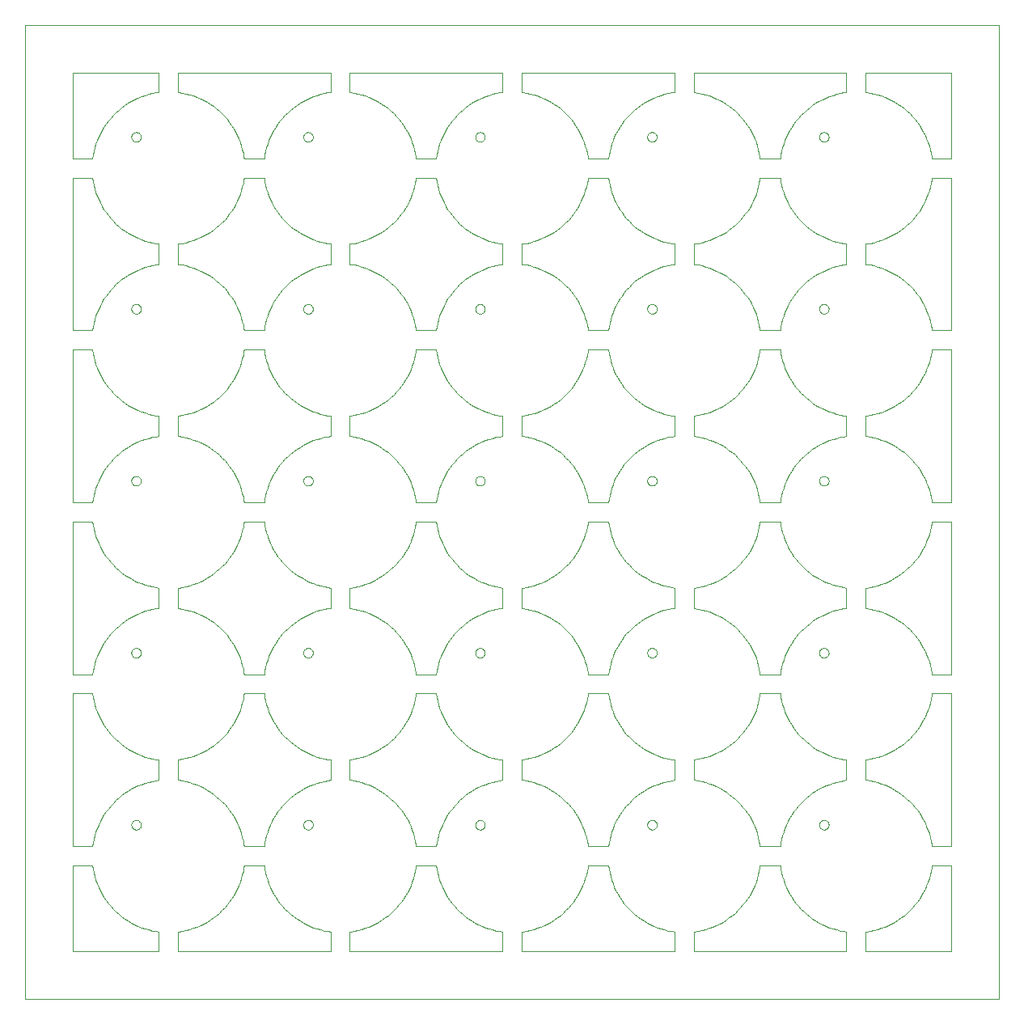
<source format=gbr>
%TF.GenerationSoftware,KiCad,Pcbnew,7.0.7-7.0.7~ubuntu20.04.1*%
%TF.CreationDate,2023-08-22T16:04:55-04:00*%
%TF.ProjectId,bno08x-i2c-board-v6-large-crystal-panel,626e6f30-3878-42d6-9932-632d626f6172,rev?*%
%TF.SameCoordinates,Original*%
%TF.FileFunction,Profile,NP*%
%FSLAX46Y46*%
G04 Gerber Fmt 4.6, Leading zero omitted, Abs format (unit mm)*
G04 Created by KiCad (PCBNEW 7.0.7-7.0.7~ubuntu20.04.1) date 2023-08-22 16:04:55*
%MOMM*%
%LPD*%
G01*
G04 APERTURE LIST*
%TA.AperFunction,Profile*%
%ADD10C,0.100000*%
%TD*%
G04 APERTURE END LIST*
D10*
X26052916Y-29027985D02*
X25865013Y-29376283D01*
X83715368Y-12244767D02*
X83666100Y-12249043D01*
X12061993Y-30029098D02*
X12032335Y-30068671D01*
X65543192Y-11260400D02*
X65592008Y-11252482D01*
X57841832Y-19141346D02*
X58038293Y-18797803D01*
X11362737Y-83338437D02*
X11404726Y-83312311D01*
X7291896Y-17149475D02*
X7407655Y-17527918D01*
X9518290Y-9170349D02*
X9236727Y-9448451D01*
X83641367Y-47249426D02*
X83690787Y-47251260D01*
X16473269Y-58862101D02*
X16860303Y-58779500D01*
X48137793Y-65651084D02*
X48145106Y-65699994D01*
X22932350Y-15999388D02*
X23998775Y-15999388D01*
X72353567Y-58261423D02*
X72708596Y-58086570D01*
X43694564Y-90265329D02*
X43865013Y-90622492D01*
X19054542Y-62104402D02*
X18708596Y-61912205D01*
X55390561Y-26313472D02*
X55054542Y-26104402D01*
X10120921Y-80657584D02*
X9813262Y-80906511D01*
X88473269Y-58862101D02*
X88860303Y-58779500D01*
X12032335Y-29430104D02*
X12061993Y-29469677D01*
X13998775Y-23999388D02*
X13998775Y-25063972D01*
X39154082Y-45890852D02*
X38893913Y-45592640D01*
X47270783Y-30078091D02*
X47240155Y-30039263D01*
X7694564Y-54265329D02*
X7865013Y-54622492D01*
X11148928Y-11712316D02*
X11155029Y-11663240D01*
X7694564Y-83733446D02*
X7541987Y-84098602D01*
X83462940Y-79822583D02*
X83112345Y-80006164D01*
X43407655Y-89527918D02*
X43541987Y-89900173D01*
X73054542Y-80104402D02*
X72708596Y-79912205D01*
X65834600Y-30213082D02*
X65787878Y-30229292D01*
X83191115Y-47953509D02*
X83173183Y-47907421D01*
X11165948Y-11615007D02*
X11181579Y-11568088D01*
X11962051Y-84138090D02*
X11922115Y-84167257D01*
X65519138Y-84232616D02*
X65472030Y-84217567D01*
X65998912Y-47393654D02*
X66032335Y-47430104D01*
X43060615Y-87999388D02*
X43117188Y-88377744D01*
X47112345Y-21992611D02*
X47462940Y-22176192D01*
X82771258Y-21791916D02*
X83112345Y-21992611D01*
X83287500Y-47402454D02*
X83323533Y-47368583D01*
X47148928Y-65712316D02*
X47155029Y-65663240D01*
X84145106Y-11798781D02*
X84137793Y-11847691D01*
X47922115Y-29331518D02*
X47962051Y-29360685D01*
X25865013Y-83376283D02*
X25694564Y-83733446D01*
X80716548Y-37954081D02*
X80969261Y-38258638D01*
X25407655Y-84470857D02*
X25291896Y-84849300D01*
X65641367Y-48249349D02*
X65592008Y-48246293D01*
X29226318Y-83480014D02*
X29254989Y-83439719D01*
X44052916Y-72970790D02*
X44257814Y-73309369D01*
X65962051Y-30138090D02*
X65922115Y-30167257D01*
X87998775Y-23999388D02*
X87998775Y-22934832D01*
X29998912Y-66105121D02*
X29962051Y-66138090D01*
X40038293Y-54797803D02*
X40217524Y-54444965D01*
X40379086Y-11915081D02*
X40217524Y-11553810D01*
X48032335Y-29430104D02*
X48061993Y-29469677D01*
X83811440Y-12221765D02*
X83763973Y-12235645D01*
X22932350Y-85999388D02*
X22932350Y-85999388D01*
X12189200Y-58490259D02*
X12563088Y-58619977D01*
X12087598Y-29511987D02*
X12108897Y-29556618D01*
X65449091Y-47290461D02*
X65495398Y-47273101D01*
X66032335Y-84068671D02*
X65998912Y-84105121D01*
X83226318Y-47480014D02*
X83254989Y-47439719D01*
X11690787Y-83251260D02*
X11739784Y-83257968D01*
X48563088Y-79378798D02*
X48189200Y-79508516D01*
X56893913Y-9592640D02*
X56619314Y-9307658D01*
X49716766Y-94896196D02*
X49998775Y-94934803D01*
X84942933Y-58731046D02*
X85327806Y-58823194D01*
X47165948Y-65615007D02*
X47181579Y-65568088D01*
X11879492Y-66192336D02*
X11834600Y-66213082D01*
X44969261Y-45740137D02*
X44716548Y-46044694D01*
X40754030Y-13040552D02*
X40647668Y-12659363D01*
X61541987Y-53900173D02*
X61694564Y-54265329D01*
X15998775Y-23999388D02*
X15998775Y-22934832D01*
X7291896Y-89149475D02*
X7407655Y-89527918D01*
X35990326Y-22418505D02*
X36353567Y-22261423D01*
X29270783Y-48078091D02*
X29240155Y-48039263D01*
X82771258Y-75791916D02*
X83112345Y-75992611D01*
X82771258Y-93791916D02*
X83112345Y-93992611D01*
X11112345Y-93992611D02*
X11462940Y-94176192D01*
X83213512Y-29997600D02*
X83191115Y-29953509D01*
X9813262Y-75092264D02*
X10120921Y-75341191D01*
X34473269Y-94862101D02*
X34860303Y-94779500D01*
X65822185Y-76342210D02*
X66189200Y-76490259D01*
X57841832Y-82857429D02*
X57628622Y-82524022D01*
X64440514Y-75574599D02*
X64771258Y-75791916D01*
X93628622Y-73474753D02*
X93841832Y-73141346D01*
X83666100Y-12249043D02*
X83616650Y-12248432D01*
X83155029Y-65663240D02*
X83165948Y-65615007D01*
X40379086Y-65915081D02*
X40217524Y-65553810D01*
X94754030Y-49040552D02*
X94647668Y-48659363D01*
X27518290Y-92828426D02*
X27813262Y-93092264D01*
X53242780Y-76677861D02*
X53619761Y-76557431D01*
X84087598Y-65511987D02*
X84108897Y-65556618D01*
X65226318Y-83480014D02*
X65254989Y-83439719D01*
X51998775Y-59999388D02*
X51998775Y-58934832D01*
X31327806Y-40823194D02*
X31716766Y-40896196D01*
X87998775Y-61063943D02*
X87998775Y-59999388D01*
X54353567Y-76261423D02*
X54708596Y-76086570D01*
X93628622Y-28524022D02*
X93399185Y-28201566D01*
X43117188Y-52377744D02*
X43194995Y-52765771D01*
X83901113Y-12180324D02*
X83857302Y-12203265D01*
X22522585Y-71714876D02*
X22647668Y-71339412D01*
X8969261Y-74258638D02*
X9236727Y-74550324D01*
X8052916Y-36970790D02*
X8257814Y-37309369D01*
X26052916Y-72970790D02*
X26257814Y-73309369D01*
X40379086Y-54083694D02*
X40522585Y-53714876D01*
X47592008Y-66246293D02*
X47543192Y-66238375D01*
X48137793Y-29651084D02*
X48145106Y-29699994D01*
X11901113Y-12180324D02*
X11857302Y-12203265D01*
X65159892Y-47859786D02*
X65151371Y-47811072D01*
X11226318Y-11480014D02*
X11254989Y-11439719D01*
X75154082Y-27890852D02*
X74893913Y-27592640D01*
X83567502Y-84242938D02*
X83567502Y-84242938D01*
X40932350Y-67999388D02*
X40909597Y-67816369D01*
X58217524Y-47553810D02*
X58038293Y-47200972D01*
X43407655Y-48470857D02*
X43291896Y-48849300D01*
X85998775Y-40934803D02*
X85998775Y-41999388D01*
X55054542Y-93894373D02*
X55390561Y-93685303D01*
X79865013Y-83376283D02*
X79694564Y-83733446D01*
X51998775Y-79063943D02*
X51998775Y-77999388D01*
X61117188Y-34377744D02*
X61194995Y-34765771D01*
X80052916Y-36970790D02*
X80257814Y-37309369D01*
X40647668Y-53339412D02*
X40754030Y-52958223D01*
X70473269Y-61136674D02*
X70082623Y-61073315D01*
X89990326Y-58418505D02*
X90353567Y-58261423D01*
X83641367Y-65249426D02*
X83690787Y-65251260D01*
X89242780Y-40677861D02*
X89619761Y-40557431D01*
X64440514Y-21574599D02*
X64771258Y-21791916D01*
X18353567Y-7737352D02*
X17990326Y-7580270D01*
X58379086Y-47915081D02*
X58217524Y-47553810D01*
X73390561Y-62313472D02*
X73054542Y-62104402D01*
X65641367Y-47249426D02*
X65690787Y-47251260D01*
X80969261Y-63740137D02*
X80716548Y-64044694D01*
X62716548Y-91954081D02*
X62969261Y-92258638D01*
X88473269Y-22862101D02*
X88860303Y-22779500D01*
X64120921Y-39341191D02*
X64440514Y-39574599D01*
X94841411Y-49426536D02*
X94754030Y-49040552D01*
X25291896Y-53149475D02*
X25407655Y-53527918D01*
X38619314Y-27307658D02*
X38330959Y-27036606D01*
X91054542Y-26104402D02*
X90708596Y-25912205D01*
X65616650Y-12248432D02*
X65567502Y-12242938D01*
X19054542Y-75894373D02*
X19390561Y-75685303D01*
X26969261Y-56258638D02*
X27236727Y-56550324D01*
X11426638Y-12197938D02*
X11383408Y-12173921D01*
X64440514Y-39574599D02*
X64771258Y-39791916D01*
X47155029Y-29663240D02*
X47165948Y-29615007D01*
X29879492Y-83306439D02*
X29922115Y-83331518D01*
X15998775Y-79063943D02*
X15998775Y-77999388D01*
X55390561Y-44313472D02*
X55054542Y-44104402D01*
X79117188Y-34377744D02*
X79194995Y-34765771D01*
X62969261Y-81740137D02*
X62716548Y-82044694D01*
X26257814Y-64689406D02*
X26052916Y-65027985D01*
X73390561Y-57685303D02*
X73715829Y-57459872D01*
X27813262Y-80906511D02*
X27518290Y-81170349D01*
X74029551Y-75218630D02*
X74330959Y-74962169D01*
X47962051Y-83360685D02*
X47998912Y-83393654D01*
X17619761Y-76557431D02*
X17990326Y-76418505D01*
X54353567Y-40261423D02*
X54708596Y-40086570D01*
X44716548Y-82044694D02*
X44479205Y-82361375D01*
X18353567Y-94261423D02*
X18708596Y-94086570D01*
X65426638Y-84197938D02*
X65383408Y-84173921D01*
X34082623Y-61073315D02*
X33998775Y-61063943D01*
X15998775Y-77999388D02*
X15998775Y-76934832D01*
X65112345Y-75992611D02*
X65462940Y-76176192D01*
X22647668Y-35339412D02*
X22754030Y-34958223D01*
X39399185Y-46201566D02*
X39154082Y-45890852D01*
X76932350Y-85999388D02*
X76909597Y-85816369D01*
X8257814Y-19309369D02*
X8479205Y-19637400D01*
X26969261Y-9740137D02*
X26716548Y-10044694D01*
X17990326Y-58418505D02*
X18353567Y-58261423D01*
X66137793Y-65651084D02*
X66145106Y-65699994D01*
X17990326Y-7580270D02*
X17619761Y-7441344D01*
X55715829Y-62538903D02*
X55390561Y-62313472D01*
X76932350Y-33999388D02*
X77998775Y-33999388D01*
X80479205Y-28361375D02*
X80257814Y-28689406D01*
X63813262Y-8906511D02*
X63518290Y-9170349D01*
X69998775Y-22934832D02*
X70082623Y-22925460D01*
X35242780Y-25320914D02*
X34860303Y-25219275D01*
X53990326Y-79580270D02*
X53619761Y-79441344D01*
X35242780Y-58677861D02*
X35619761Y-58557431D01*
X83148928Y-83712316D02*
X83155029Y-83663240D01*
X7291896Y-48849300D02*
X7194995Y-49233004D01*
X40841411Y-13426536D02*
X40754030Y-13040552D01*
X83449091Y-66208314D02*
X83404726Y-66186464D01*
X46771258Y-80206859D02*
X46440514Y-80424176D01*
X48087598Y-11986788D02*
X48061993Y-12029098D01*
X29165948Y-29883768D02*
X29155029Y-29835535D01*
X30563088Y-61378798D02*
X30189200Y-61508516D01*
X94379086Y-65915081D02*
X94217524Y-65553810D01*
X40522585Y-89714876D02*
X40647668Y-89339412D01*
X74330959Y-74962169D02*
X74619314Y-74691117D01*
X29240155Y-66039263D02*
X29213512Y-65997600D01*
X43541987Y-35900173D02*
X43694564Y-36265329D01*
X29112345Y-75992611D02*
X29462940Y-76176192D01*
X12145106Y-29798781D02*
X12137793Y-29847691D01*
X96997552Y-69999388D02*
X96997552Y-85999388D01*
X54353567Y-79737352D02*
X53990326Y-79580270D01*
X47962051Y-84138090D02*
X47922115Y-84167257D01*
X88860303Y-61219275D02*
X88473269Y-61136674D01*
X67998775Y-23999388D02*
X67998775Y-25063972D01*
X65112345Y-80006164D02*
X64771258Y-80206859D01*
X67327806Y-94823194D02*
X67716766Y-94896196D01*
X9813262Y-44906511D02*
X9518290Y-45170349D01*
X91715829Y-75459872D02*
X92029551Y-75218630D01*
X75154082Y-20107923D02*
X75399185Y-19797209D01*
X48563088Y-22619977D02*
X48942933Y-22731046D01*
X65449091Y-11290461D02*
X65495398Y-11273101D01*
X48087598Y-29511987D02*
X48108897Y-29556618D01*
X19715829Y-80538903D02*
X19390561Y-80313472D01*
X29305098Y-48113702D02*
X29270783Y-48078091D01*
X8052916Y-72970790D02*
X8257814Y-73309369D01*
X65690787Y-66247515D02*
X65641367Y-66249349D01*
X93841832Y-73141346D02*
X94038293Y-72797803D01*
X9813262Y-39092264D02*
X10120921Y-39341191D01*
X48108897Y-47942157D02*
X48087598Y-47986788D01*
X29159892Y-47859786D02*
X29151371Y-47811072D01*
X48145106Y-83798781D02*
X48137793Y-83847691D01*
X25194995Y-88765771D02*
X25291896Y-89149475D01*
X55715829Y-8538903D02*
X55390561Y-8313472D01*
X26257814Y-19309369D02*
X26479205Y-19637400D01*
X88860303Y-25219275D02*
X88473269Y-25136674D01*
X21841832Y-10857429D02*
X21628622Y-10524022D01*
X29922115Y-66167257D02*
X29879492Y-66192336D01*
X84108897Y-83556618D02*
X84125684Y-83603136D01*
X57154082Y-27890852D02*
X56893913Y-27592640D01*
X61865013Y-65376283D02*
X61694564Y-65733446D01*
X35619761Y-58557431D02*
X35990326Y-58418505D01*
X82120921Y-57341191D02*
X82440514Y-57574599D01*
X94522585Y-53714876D02*
X94647668Y-53339412D01*
X29159892Y-83859786D02*
X29159892Y-83859786D01*
X8969261Y-63740137D02*
X8716548Y-64044694D01*
X45518290Y-56828426D02*
X45813262Y-57092264D01*
X83147704Y-65761755D02*
X83148928Y-65712316D01*
X11323533Y-29368583D02*
X11362737Y-29338437D01*
X29362737Y-66160338D02*
X29323533Y-66130192D01*
X29323533Y-83368583D02*
X29362737Y-83338437D01*
X94932350Y-33999388D02*
X96997552Y-33999388D01*
X73715829Y-80538903D02*
X73390561Y-80313472D01*
X84061993Y-12029098D02*
X84032335Y-12068671D01*
X66145106Y-83798781D02*
X66137793Y-83847691D01*
X26716548Y-82044694D02*
X26479205Y-82361375D01*
X31327806Y-76823194D02*
X31716766Y-76896196D01*
X56619314Y-81307658D02*
X56330959Y-81036606D01*
X65191115Y-65953509D02*
X65173183Y-65907421D01*
X44969261Y-74258638D02*
X45236727Y-74550324D01*
X47822185Y-61656565D02*
X47462940Y-61822583D01*
X74029551Y-93218630D02*
X74330959Y-92962169D01*
X75628622Y-28524022D02*
X75399185Y-28201566D01*
X45518290Y-38828426D02*
X45813262Y-39092264D01*
X58932350Y-13999388D02*
X58909597Y-13816369D01*
X84087598Y-11986788D02*
X84061993Y-12029098D01*
X65191115Y-47953509D02*
X65173183Y-47907421D01*
X30147552Y-47749388D02*
X30145106Y-47798781D01*
X65213512Y-47997600D02*
X65191115Y-47953509D01*
X47998912Y-11393654D02*
X48032335Y-11430104D01*
X88860303Y-58779500D02*
X89242780Y-58677861D01*
X43407655Y-12470857D02*
X43291896Y-12849300D01*
X30061993Y-84029098D02*
X30032335Y-84068671D01*
X92330959Y-56962169D02*
X92619314Y-56691117D01*
X47426638Y-66197938D02*
X47383408Y-66173921D01*
X58932350Y-49999388D02*
X58909597Y-49816369D01*
X65323533Y-29368583D02*
X65362737Y-29338437D01*
X47519138Y-12232616D02*
X47472030Y-12217567D01*
X65305098Y-48113702D02*
X65270783Y-48078091D01*
X29305098Y-66113702D02*
X29270783Y-66078091D01*
X55390561Y-93685303D02*
X55715829Y-93459872D01*
X94841411Y-85426536D02*
X94754030Y-85040552D01*
X11155029Y-11663240D02*
X11165948Y-11615007D01*
X66125684Y-11603136D02*
X66137793Y-11651084D01*
X12108897Y-29942157D02*
X12087598Y-29986788D01*
X65362737Y-83338437D02*
X65404726Y-83312311D01*
X29690787Y-30247515D02*
X29641367Y-30249349D01*
X55054542Y-57894373D02*
X55390561Y-57685303D01*
X29616650Y-12248432D02*
X29567502Y-12242938D01*
X57399185Y-10201566D02*
X57154082Y-9890852D01*
X5000000Y-67999388D02*
X5000000Y-51999388D01*
X29254989Y-83439719D02*
X29287500Y-83402454D01*
X83191115Y-29953509D02*
X83173183Y-29907421D01*
X29173183Y-65907421D02*
X29159892Y-65859786D01*
X82120921Y-8657584D02*
X81813262Y-8906511D01*
X7194995Y-49233004D02*
X7117188Y-49621031D01*
X48145106Y-47798781D02*
X48137793Y-47847691D01*
X62257814Y-91309369D02*
X62479205Y-91637400D01*
X49327806Y-94823194D02*
X49716766Y-94896196D01*
X12942933Y-40731046D02*
X13327806Y-40823194D01*
X73054542Y-8104402D02*
X72708596Y-7912205D01*
X47305098Y-12113702D02*
X47270783Y-12078091D01*
X79291896Y-53149475D02*
X79407655Y-53527918D01*
X29148928Y-83712316D02*
X29155029Y-83663240D01*
X65922115Y-30167257D02*
X65879492Y-30192336D01*
X87998775Y-43063943D02*
X87998775Y-41999388D01*
X72353567Y-94261423D02*
X72708596Y-94086570D01*
X17619761Y-7441344D02*
X17242780Y-7320914D01*
X40379086Y-29915081D02*
X40217524Y-29553810D01*
X22754030Y-70958223D02*
X22841411Y-70572239D01*
X84032335Y-65430104D02*
X84061993Y-65469677D01*
X65254989Y-47439719D02*
X65287500Y-47402454D01*
X89619761Y-76557431D02*
X89990326Y-76418505D01*
X48137793Y-65847691D02*
X48125684Y-65895639D01*
X94522585Y-48283899D02*
X94379086Y-47915081D01*
X16082623Y-94925460D02*
X16473269Y-94862101D01*
X66145106Y-47798781D02*
X66137793Y-47847691D01*
X26257814Y-55309369D02*
X26479205Y-55637400D01*
X65592008Y-47252482D02*
X65641367Y-47249426D01*
X47323533Y-29368583D02*
X47362737Y-29338437D01*
X35619761Y-79441344D02*
X35242780Y-79320914D01*
X80716548Y-73954081D02*
X80969261Y-74258638D01*
X47342762Y-12145750D02*
X47305098Y-12113702D01*
X81813262Y-57092264D02*
X82120921Y-57341191D01*
X58754030Y-85040552D02*
X58647668Y-84659363D01*
X52082623Y-58925460D02*
X52473269Y-58862101D01*
X58841411Y-49426536D02*
X58754030Y-49040552D01*
X58038293Y-54797803D02*
X58217524Y-54444965D01*
X30087598Y-29511987D02*
X30108897Y-29556618D01*
X34860303Y-25219275D02*
X34473269Y-25136674D01*
X31998775Y-77999388D02*
X31998775Y-79063972D01*
X27236727Y-74550324D02*
X27518290Y-74828426D01*
X13998775Y-61063972D02*
X13716766Y-61102579D01*
X83155029Y-29663240D02*
X83165948Y-29615007D01*
X29112345Y-57992611D02*
X29462940Y-58176192D01*
X29592008Y-11252482D02*
X29641367Y-11249426D01*
X30108897Y-29942157D02*
X30087598Y-29986788D01*
X61291896Y-12849300D02*
X61194995Y-13233004D01*
X76754030Y-88958223D02*
X76841411Y-88572239D01*
X47449091Y-83290461D02*
X47495398Y-83273101D01*
X65287500Y-65402454D02*
X65323533Y-65368583D01*
X12145106Y-65699994D02*
X12147552Y-65749388D01*
X47543192Y-11260400D02*
X47592008Y-11252482D01*
X10120921Y-75341191D02*
X10440514Y-75574599D01*
X58217524Y-65553810D02*
X58038293Y-65200972D01*
X53242780Y-25320914D02*
X52860303Y-25219275D01*
X65592008Y-30246293D02*
X65543192Y-30238375D01*
X54708596Y-94086570D02*
X55054542Y-93894373D01*
X76841411Y-13426536D02*
X76754030Y-13040552D01*
X47998912Y-29393654D02*
X48032335Y-29430104D01*
X91715829Y-21459872D02*
X92029551Y-21218630D01*
X40909597Y-34182406D02*
X40932350Y-33999388D01*
X94522585Y-66283899D02*
X94379086Y-65915081D01*
X47342762Y-66145750D02*
X47305098Y-66113702D01*
X83362737Y-30160338D02*
X83323533Y-30130192D01*
X25541987Y-30098602D02*
X25407655Y-30470857D01*
X76841411Y-31426536D02*
X76754030Y-31040552D01*
X90353567Y-43737352D02*
X89990326Y-43580270D01*
X76909597Y-88182406D02*
X76932350Y-87999388D01*
X30087598Y-65986788D02*
X30061993Y-66029098D01*
X38330959Y-9036606D02*
X38029551Y-8780145D01*
X29426638Y-84197938D02*
X29383408Y-84173921D01*
X0Y0D02*
X0Y-101998776D01*
X7194995Y-70765771D02*
X7291896Y-71149475D01*
X71619761Y-7441344D02*
X71242780Y-7320914D01*
X58754030Y-67040552D02*
X58647668Y-66659363D01*
X92330959Y-45036606D02*
X92029551Y-44780145D01*
X40522585Y-53714876D02*
X40647668Y-53339412D01*
X11383408Y-84173921D02*
X11342762Y-84145750D01*
X65962051Y-29360685D02*
X65998912Y-29393654D01*
X11342762Y-12145750D02*
X11305098Y-12113702D01*
X49327806Y-25175581D02*
X48942933Y-25267729D01*
X43060615Y-13999388D02*
X41998775Y-13999388D01*
X47616650Y-12248432D02*
X47567502Y-12242938D01*
X79407655Y-84470857D02*
X79291896Y-84849300D01*
X48942933Y-22731046D02*
X49327806Y-22823194D01*
X39628622Y-10524022D02*
X39399185Y-10201566D01*
X7694564Y-36265329D02*
X7865013Y-36622492D01*
X25291896Y-84849300D02*
X25194995Y-85233004D01*
X43060615Y-51999388D02*
X43117188Y-52377744D01*
X47495398Y-47273101D02*
X47543192Y-47260400D01*
X83834600Y-30213082D02*
X83787878Y-30229292D01*
X36708596Y-7912205D02*
X36353567Y-7737352D01*
X43194995Y-52765771D02*
X43291896Y-53149475D01*
X7060615Y-87999388D02*
X7117188Y-88377744D01*
X11822185Y-7656565D02*
X11462940Y-7822583D01*
X65147704Y-83761755D02*
X65148928Y-83712316D01*
X47112345Y-75992611D02*
X47462940Y-76176192D01*
X29787878Y-65269483D02*
X29834600Y-65285693D01*
X92893913Y-63592640D02*
X92619314Y-63307658D01*
X66016074Y-12087309D02*
X65980889Y-12122061D01*
X82440514Y-80424176D02*
X82120921Y-80657584D01*
X30942933Y-40731046D02*
X31327806Y-40823194D01*
X84125684Y-47895639D02*
X84108897Y-47942157D01*
X53619761Y-61441344D02*
X53242780Y-61320914D01*
X73054542Y-57894373D02*
X73390561Y-57685303D01*
X25541987Y-89900173D02*
X25694564Y-90265329D01*
X63813262Y-39092264D02*
X64120921Y-39341191D01*
X11240155Y-48039263D02*
X11213512Y-47997600D01*
X83690787Y-29251260D02*
X83739784Y-29257968D01*
X48108897Y-29942157D02*
X48087598Y-29986788D01*
X58932350Y-51999388D02*
X59998775Y-51999388D01*
X83998912Y-12105121D02*
X83980889Y-12122061D01*
X40932350Y-33999388D02*
X41998775Y-33999388D01*
X65641367Y-66249349D02*
X65592008Y-66246293D01*
X84061993Y-65469677D02*
X84087598Y-65511987D01*
X65690787Y-65251260D02*
X65739784Y-65257968D01*
X47426638Y-48197938D02*
X47383408Y-48173921D01*
X84189200Y-40490259D02*
X84563088Y-40619977D01*
X61865013Y-36622492D02*
X62052916Y-36970790D01*
X76217524Y-36444965D02*
X76379086Y-36083694D01*
X65147704Y-47761755D02*
X65148928Y-47712316D01*
X61541987Y-17900173D02*
X61694564Y-18265329D01*
X11666100Y-12249043D02*
X11616650Y-12248432D01*
X79117188Y-49621031D02*
X79060615Y-49999388D01*
X67327806Y-22823194D02*
X67716766Y-22896196D01*
X29641367Y-29249426D02*
X29690787Y-29251260D01*
X82120921Y-44657584D02*
X81813262Y-44906511D01*
X83998912Y-29393654D02*
X84032335Y-29430104D01*
X12032335Y-66068671D02*
X11998912Y-66105121D01*
X11543192Y-83260400D02*
X11592008Y-83252482D01*
X83834600Y-11285693D02*
X83879492Y-11306439D01*
X72353567Y-43737352D02*
X71990326Y-43580270D01*
X65151371Y-11811072D02*
X65147704Y-11761755D01*
X62716548Y-64044694D02*
X62479205Y-64361375D01*
X57399185Y-37797209D02*
X57628622Y-37474753D01*
X76217524Y-83553810D02*
X76038293Y-83200972D01*
X29449091Y-48208314D02*
X29404726Y-48186464D01*
X7060615Y-51999388D02*
X7060615Y-51999388D01*
X82120921Y-39341191D02*
X82440514Y-39574599D01*
X80052916Y-11027985D02*
X79865013Y-11376283D01*
X27236727Y-81448451D02*
X26969261Y-81740137D01*
X25194995Y-70765771D02*
X25291896Y-71149475D01*
X40932350Y-49999388D02*
X40909597Y-49816369D01*
X83112345Y-44006164D02*
X82771258Y-44206859D01*
X52473269Y-43136674D02*
X52082623Y-43073315D01*
X76754030Y-67040552D02*
X76754030Y-67040552D01*
X11739784Y-47257968D02*
X11787878Y-47269483D01*
X22754030Y-85040552D02*
X22647668Y-84659363D01*
X65739784Y-48240807D02*
X65690787Y-48247515D01*
X71990326Y-58418505D02*
X72353567Y-58261423D01*
X84942933Y-22731046D02*
X85327806Y-22823194D01*
X19390561Y-62313472D02*
X19054542Y-62104402D01*
X21399185Y-37797209D02*
X21628622Y-37474753D01*
X84563088Y-76619977D02*
X84942933Y-76731046D01*
X92893913Y-9592640D02*
X92619314Y-9307658D01*
X38029551Y-75218630D02*
X38330959Y-74962169D01*
X58841411Y-34572239D02*
X58909597Y-34182406D01*
X65962051Y-84138090D02*
X65922115Y-84167257D01*
X83323533Y-66130192D02*
X83287500Y-66096321D01*
X48032335Y-48068671D02*
X47998912Y-48105121D01*
X43291896Y-66849300D02*
X43194995Y-67233004D01*
X49327806Y-43175581D02*
X48942933Y-43267729D01*
X30137793Y-29847691D02*
X30125684Y-29895639D01*
X87998775Y-25063943D02*
X87998775Y-23999388D01*
X75399185Y-19797209D02*
X75628622Y-19474753D01*
X65641367Y-65249426D02*
X65690787Y-65251260D01*
X56029551Y-57218630D02*
X56330959Y-56962169D01*
X59998775Y-13999388D02*
X58932350Y-13999388D01*
X64120921Y-57341191D02*
X64440514Y-57574599D01*
X80257814Y-19309369D02*
X80479205Y-19637400D01*
X17619761Y-40557431D02*
X17990326Y-40418505D01*
X46771258Y-62206859D02*
X46440514Y-62424176D01*
X52473269Y-76862101D02*
X52860303Y-76779500D01*
X93399185Y-28201566D02*
X93154082Y-27890852D01*
X29962051Y-66138090D02*
X29922115Y-66167257D01*
X80052916Y-54970790D02*
X80257814Y-55309369D01*
X7060615Y-67999388D02*
X5000000Y-67999388D01*
X83641367Y-30249349D02*
X83641367Y-30249349D01*
X11998912Y-84105121D02*
X11962051Y-84138090D01*
X11641367Y-84249349D02*
X11592008Y-84246293D01*
X20029551Y-80780145D02*
X19715829Y-80538903D01*
X20619314Y-63307658D02*
X20330959Y-63036606D01*
X76379086Y-36083694D02*
X76522585Y-35714876D01*
X65462940Y-79822583D02*
X65112345Y-80006164D01*
X30137793Y-47847691D02*
X30125684Y-47895639D01*
X31716766Y-61102579D02*
X31327806Y-61175581D01*
X26052916Y-11027985D02*
X25865013Y-11376283D01*
X94754030Y-34958223D02*
X94841411Y-34572239D01*
X84147552Y-83749388D02*
X84145106Y-83798781D01*
X83112345Y-62006164D02*
X82771258Y-62206859D01*
X84125684Y-83603136D02*
X84137793Y-83651084D01*
X16860303Y-76779500D02*
X17242780Y-76677861D01*
X30145106Y-83798781D02*
X30137793Y-83847691D01*
X80716548Y-46044694D02*
X80479205Y-46361375D01*
X29147704Y-29761755D02*
X29148928Y-29712316D01*
X19054542Y-21894373D02*
X19390561Y-21685303D01*
X69998775Y-43063943D02*
X69998775Y-41999388D01*
X65543192Y-66238375D02*
X65519138Y-66232616D01*
X47147704Y-11761755D02*
X47148928Y-11712316D01*
X61865013Y-11376283D02*
X61694564Y-11733446D01*
X29543192Y-30238375D02*
X29495398Y-30225674D01*
X83426638Y-84197938D02*
X83383408Y-84173921D01*
X84087598Y-47511987D02*
X84108897Y-47556618D01*
X8969261Y-27740137D02*
X8716548Y-28044694D01*
X36708596Y-25912205D02*
X36353567Y-25737352D01*
X11834600Y-65285693D02*
X11879492Y-65306439D01*
X62969261Y-38258638D02*
X63236727Y-38550324D01*
X83226318Y-48018761D02*
X83213512Y-47997600D01*
X94647668Y-71339412D02*
X94754030Y-70958223D01*
X79117188Y-16377744D02*
X79194995Y-16765771D01*
X76379086Y-47915081D02*
X76217524Y-47553810D01*
X26969261Y-20258638D02*
X27236727Y-20550324D01*
X30145106Y-65699994D02*
X30147552Y-65749388D01*
X31716766Y-58896196D02*
X31998775Y-58934803D01*
X94754030Y-88958223D02*
X94841411Y-88572239D01*
X56029551Y-44780145D02*
X55715829Y-44538903D01*
X11112345Y-26006164D02*
X10771258Y-26206859D01*
X27813262Y-44906511D02*
X27518290Y-45170349D01*
X83922115Y-47331518D02*
X83962051Y-47360685D01*
X34082623Y-25073315D02*
X33998775Y-25063943D01*
X75399185Y-91797209D02*
X75628622Y-91474753D01*
X10120921Y-21341191D02*
X10440514Y-21574599D01*
X47641367Y-65249426D02*
X47690787Y-65251260D01*
X7407655Y-12470857D02*
X7291896Y-12849300D01*
X35990326Y-58418505D02*
X36353567Y-58261423D01*
X87998775Y-22934832D02*
X88082623Y-22925460D01*
X75628622Y-64524022D02*
X75399185Y-64201566D01*
X49327806Y-58823194D02*
X49716766Y-58896196D01*
X57399185Y-91797209D02*
X57628622Y-91474753D01*
X39154082Y-20107923D02*
X39399185Y-19797209D01*
X84942933Y-7267729D02*
X84563088Y-7378798D01*
X40841411Y-67426536D02*
X40754030Y-67040552D01*
X44716548Y-37954081D02*
X44969261Y-38258638D01*
X83112345Y-80006164D02*
X82771258Y-80206859D01*
X83822185Y-43656565D02*
X83462940Y-43822583D01*
X11165948Y-47615007D02*
X11181579Y-47568088D01*
X22754030Y-88958223D02*
X22841411Y-88572239D01*
X18353567Y-22261423D02*
X18708596Y-22086570D01*
X29901113Y-12180324D02*
X29857302Y-12203265D01*
X11592008Y-47252482D02*
X11641367Y-47249426D01*
X83287500Y-30096321D02*
X83254989Y-30059056D01*
X65151371Y-83811072D02*
X65147704Y-83761755D01*
X75154082Y-45890852D02*
X74893913Y-45592640D01*
X61194995Y-67233004D02*
X61117188Y-67621031D01*
X7865013Y-54622492D02*
X8052916Y-54970790D01*
X27813262Y-62906511D02*
X27518290Y-63170349D01*
X54708596Y-79912205D02*
X54353567Y-79737352D01*
X31998775Y-7063972D02*
X31998775Y-7063972D01*
X15998775Y-96998776D02*
X15998775Y-94934832D01*
X83962051Y-84138090D02*
X83922115Y-84167257D01*
X94909597Y-67816369D02*
X94841411Y-67426536D01*
X11822185Y-58342210D02*
X12189200Y-58490259D01*
X11922115Y-65331518D02*
X11962051Y-65360685D01*
X56330959Y-20962169D02*
X56619314Y-20691117D01*
X29822185Y-43656565D02*
X29462940Y-43822583D01*
X55054542Y-39894373D02*
X55390561Y-39685303D01*
X41998775Y-13999388D02*
X40932350Y-13999388D01*
X53619761Y-94557431D02*
X53990326Y-94418505D01*
X52473269Y-94862101D02*
X52860303Y-94779500D01*
X66137793Y-29651084D02*
X66145106Y-29699994D01*
X57628622Y-91474753D02*
X57841832Y-91141346D01*
X10120921Y-93341191D02*
X10440514Y-93574599D01*
X65213512Y-83997600D02*
X65191115Y-83953509D01*
X62479205Y-28361375D02*
X62257814Y-28689406D01*
X9813262Y-57092264D02*
X10120921Y-57341191D01*
X39841832Y-55141346D02*
X40038293Y-54797803D01*
X11787878Y-48229292D02*
X11739784Y-48240807D01*
X94217524Y-18444965D02*
X94379086Y-18083694D01*
X76522585Y-66283899D02*
X76379086Y-65915081D01*
X66125684Y-83895639D02*
X66108897Y-83942157D01*
X65822185Y-22342210D02*
X66189200Y-22490259D01*
X76932350Y-87999388D02*
X77998775Y-87999388D01*
X29641367Y-47249426D02*
X29690787Y-47251260D01*
X79865013Y-29376283D02*
X79694564Y-29733446D01*
X66032335Y-29430104D02*
X66061993Y-29469677D01*
X83323533Y-83368583D02*
X83362737Y-83338437D01*
X29857302Y-12203265D02*
X29811440Y-12221765D01*
X29151371Y-65811072D02*
X29147704Y-65761755D01*
X56619314Y-20691117D02*
X56893913Y-20406135D01*
X29201768Y-65522943D02*
X29226318Y-65480014D01*
X75628622Y-10524022D02*
X75399185Y-10201566D01*
X65342762Y-48145750D02*
X65305098Y-48113702D01*
X83226318Y-30018761D02*
X83213512Y-29997600D01*
X38330959Y-81036606D02*
X38029551Y-80780145D01*
X11879492Y-29306439D02*
X11922115Y-29331518D01*
X12942933Y-25267729D02*
X12563088Y-25378798D01*
X79407655Y-89527918D02*
X79541987Y-89900173D01*
X39628622Y-28524022D02*
X39399185Y-28201566D01*
X94038293Y-72797803D02*
X94217524Y-72444965D01*
X15998775Y-40934832D02*
X16082623Y-40925460D01*
X47226318Y-83480014D02*
X47254989Y-83439719D01*
X83148928Y-47712316D02*
X83155029Y-47663240D01*
X22038293Y-54797803D02*
X22217524Y-54444965D01*
X57154082Y-56107923D02*
X57399185Y-55797209D01*
X22522585Y-89714876D02*
X22647668Y-89339412D01*
X52860303Y-40779500D02*
X53242780Y-40677861D01*
X85998775Y-23999388D02*
X85998775Y-25063972D01*
X11449091Y-11290461D02*
X11495398Y-11273101D01*
X76647668Y-89339412D02*
X76754030Y-88958223D01*
X65690787Y-84247515D02*
X65641367Y-84249349D01*
X40909597Y-85816369D02*
X40841411Y-85426536D01*
X65834600Y-47285693D02*
X65879492Y-47306439D01*
X47147704Y-65761755D02*
X47148928Y-65712316D01*
X72353567Y-7737352D02*
X71990326Y-7580270D01*
X39154082Y-27890852D02*
X38893913Y-27592640D01*
X61694564Y-36265329D02*
X61865013Y-36622492D01*
X96997552Y-96998776D02*
X87998775Y-96998776D01*
X11690787Y-65251260D02*
X11739784Y-65257968D01*
X84145106Y-47798781D02*
X84137793Y-47847691D01*
X47543192Y-83260400D02*
X47592008Y-83252482D01*
X76379086Y-65915081D02*
X76217524Y-65553810D01*
X49998775Y-94934803D02*
X49998775Y-96998776D01*
X63813262Y-75092264D02*
X64120921Y-75341191D01*
X66189200Y-79508516D02*
X65822185Y-79656565D01*
X7865013Y-47376283D02*
X7694564Y-47733446D01*
X45236727Y-38550324D02*
X45518290Y-38828426D01*
X79117188Y-67621031D02*
X79060615Y-67999388D01*
X12016074Y-12087309D02*
X11980889Y-12122061D01*
X13327806Y-94823194D02*
X13716766Y-94896196D01*
X30189200Y-94490259D02*
X30563088Y-94619977D01*
X87998775Y-79063943D02*
X87998775Y-77999388D01*
X40647668Y-89339412D02*
X40754030Y-88958223D01*
X47254989Y-83439719D02*
X47287500Y-83402454D01*
X29148928Y-47712316D02*
X29155029Y-47663240D01*
X76647668Y-17339412D02*
X76754030Y-16958223D01*
X93154082Y-63890852D02*
X92893913Y-63592640D01*
X61060615Y-13999388D02*
X59998775Y-13999388D01*
X47962051Y-66138090D02*
X47922115Y-66167257D01*
X84563088Y-61378798D02*
X84189200Y-61508516D01*
X66563088Y-22619977D02*
X66942933Y-22731046D01*
X56619314Y-9307658D02*
X56330959Y-9036606D01*
X29922115Y-84167257D02*
X29879492Y-84192336D01*
X7694564Y-47733446D02*
X7541987Y-48098602D01*
X11822185Y-76342210D02*
X12189200Y-76490259D01*
X67998775Y-25063972D02*
X67716766Y-25102579D01*
X30108897Y-65942157D02*
X30087598Y-65986788D01*
X29323533Y-30130192D02*
X29287500Y-30096321D01*
X47592008Y-30246293D02*
X47543192Y-30238375D01*
X25407655Y-89527918D02*
X25541987Y-89900173D01*
X47922115Y-83331518D02*
X47962051Y-83360685D01*
X83201768Y-83522943D02*
X83226318Y-83480014D01*
X61865013Y-18622492D02*
X62052916Y-18970790D01*
X47787878Y-11269483D02*
X47834600Y-11285693D01*
X48189200Y-79508516D02*
X47822185Y-79656565D01*
X44052916Y-29027985D02*
X43865013Y-29376283D01*
X29879492Y-65306439D02*
X29922115Y-65331518D01*
X85716766Y-22896196D02*
X85998775Y-22934803D01*
X46120921Y-26657584D02*
X45813262Y-26906511D01*
X76647668Y-12659363D02*
X76522585Y-12283899D01*
X52473269Y-58862101D02*
X52860303Y-58779500D01*
X29690787Y-29251260D02*
X29739784Y-29257968D01*
X29383408Y-12173921D02*
X29342762Y-12145750D01*
X16860303Y-22779500D02*
X17242780Y-22677861D01*
X66087598Y-65986788D02*
X66061993Y-66029098D01*
X79541987Y-89900173D02*
X79694564Y-90265329D01*
X8479205Y-28361375D02*
X8257814Y-28689406D01*
X38029551Y-62780145D02*
X37715829Y-62538903D01*
X8052916Y-83027985D02*
X7865013Y-83376283D01*
X83147704Y-29761755D02*
X83148928Y-29712316D01*
X90708596Y-25912205D02*
X90353567Y-25737352D01*
X10440514Y-21574599D02*
X10771258Y-21791916D01*
X11543192Y-48238375D02*
X11495398Y-48225674D01*
X79117188Y-13621031D02*
X79060615Y-13999388D01*
X58909597Y-70182406D02*
X58932350Y-69999388D01*
X30032335Y-29430104D02*
X30061993Y-29469677D01*
X94909597Y-88182406D02*
X94932350Y-87999388D01*
X22754030Y-16958223D02*
X22841411Y-16572239D01*
X30145106Y-83699994D02*
X30147552Y-83749388D01*
X83147704Y-47761755D02*
X83148928Y-47712316D01*
X71242780Y-94677861D02*
X71619761Y-94557431D01*
X11472030Y-12217567D02*
X11426638Y-12197938D01*
X30125684Y-29895639D02*
X30108897Y-29942157D01*
X47213512Y-11997600D02*
X47191115Y-11953509D01*
X62969261Y-20258638D02*
X63236727Y-20550324D01*
X44257814Y-91309369D02*
X44479205Y-91637400D01*
X38029551Y-93218630D02*
X38330959Y-92962169D01*
X83181579Y-47568088D02*
X83201768Y-47522943D01*
X47404726Y-29312311D02*
X47449091Y-29290461D01*
X93399185Y-91797209D02*
X93628622Y-91474753D01*
X11287500Y-30096321D02*
X11270783Y-30078091D01*
X47834600Y-66213082D02*
X47787878Y-66229292D01*
X26969261Y-92258638D02*
X27236727Y-92550324D01*
X19390561Y-8313472D02*
X19054542Y-8104402D01*
X22841411Y-70572239D02*
X22909597Y-70182406D01*
X70860303Y-22779500D02*
X71242780Y-22677861D01*
X79291896Y-84849300D02*
X79194995Y-85233004D01*
X49327806Y-40823194D02*
X49716766Y-40896196D01*
X66061993Y-11469677D02*
X66087598Y-11511987D01*
X61194995Y-85233004D02*
X61117188Y-85621031D01*
X66061993Y-84029098D02*
X66032335Y-84068671D01*
X25694564Y-72265329D02*
X25865013Y-72622492D01*
X84032335Y-11430104D02*
X84061993Y-11469677D01*
X59998775Y-67999388D02*
X58932350Y-67999388D01*
X61407655Y-89527918D02*
X61541987Y-89900173D01*
X76379086Y-72083694D02*
X76522585Y-71714876D01*
X82120921Y-26657584D02*
X81813262Y-26906511D01*
X84137793Y-83847691D02*
X84125684Y-83895639D01*
X83879492Y-84192336D02*
X83834600Y-84213082D01*
X61060615Y-49999388D02*
X59998775Y-49999388D01*
X13716766Y-61102579D02*
X13327806Y-61175581D01*
X65879492Y-65306439D02*
X65922115Y-65331518D01*
X67998775Y-22934803D02*
X67998775Y-23999388D01*
X74893913Y-45592640D02*
X74619314Y-45307658D01*
X8969261Y-81740137D02*
X8716548Y-82044694D01*
X43694564Y-11733446D02*
X43541987Y-12098602D01*
X62257814Y-37309369D02*
X62479205Y-37637400D01*
X17619761Y-94557431D02*
X17990326Y-94418505D01*
X12125684Y-11603136D02*
X12137793Y-11651084D01*
X52082623Y-22925460D02*
X52473269Y-22862101D01*
X12108897Y-29556618D02*
X12125684Y-29603136D01*
X85998775Y-7063972D02*
X85998775Y-7063972D01*
X76841411Y-85426536D02*
X76754030Y-85040552D01*
X65462940Y-40176192D02*
X65822185Y-40342210D01*
X39154082Y-92107923D02*
X39399185Y-91797209D01*
X52082623Y-61073315D02*
X51998775Y-61063943D01*
X65287500Y-83402454D02*
X65323533Y-83368583D01*
X47834600Y-29285693D02*
X47879492Y-29306439D01*
X65998912Y-66105121D02*
X65962051Y-66138090D01*
X7060615Y-13999388D02*
X5000000Y-13999388D01*
X66145106Y-83699994D02*
X66147552Y-83749388D01*
X48061993Y-11469677D02*
X48087598Y-11511987D01*
X29472030Y-12217567D02*
X29426638Y-12197938D01*
X49998775Y-79063972D02*
X49716766Y-79102579D01*
X93841832Y-46857429D02*
X93628622Y-46524022D01*
X29822185Y-22342210D02*
X30189200Y-22490259D01*
X8969261Y-20258638D02*
X9236727Y-20550324D01*
X11998912Y-29393654D02*
X12032335Y-29430104D01*
X79865013Y-72622492D02*
X80052916Y-72970790D01*
X11112345Y-8006164D02*
X10771258Y-8206859D01*
X83567502Y-84242938D02*
X83519138Y-84232616D01*
X30125684Y-11895639D02*
X30108897Y-11942157D01*
X83822185Y-22342210D02*
X84189200Y-22490259D01*
X64120921Y-75341191D02*
X64440514Y-75574599D01*
X81236727Y-81448451D02*
X80969261Y-81740137D01*
X9236727Y-74550324D02*
X9518290Y-74828426D01*
X74029551Y-80780145D02*
X73715829Y-80538903D01*
X58754030Y-34958223D02*
X58841411Y-34572239D01*
X10440514Y-39574599D02*
X10771258Y-39791916D01*
X30137793Y-65847691D02*
X30125684Y-65895639D01*
X67327806Y-40823194D02*
X67716766Y-40896196D01*
X22932350Y-49999388D02*
X22909597Y-49816369D01*
X83165948Y-47615007D02*
X83181579Y-47568088D01*
X74330959Y-63036606D02*
X74029551Y-62780145D01*
X65739784Y-65257968D02*
X65787878Y-65269483D01*
X56893913Y-74406135D02*
X57154082Y-74107923D01*
X89990326Y-79580270D02*
X89619761Y-79441344D01*
X19715829Y-75459872D02*
X20029551Y-75218630D01*
X25060615Y-85999388D02*
X23998775Y-85999388D01*
X12147552Y-83749388D02*
X12145106Y-83798781D01*
X11159892Y-47859786D02*
X11151371Y-47811072D01*
X84087598Y-83986788D02*
X84061993Y-84029098D01*
X30061993Y-65469677D02*
X30087598Y-65511987D01*
X16860303Y-7219275D02*
X16473269Y-7136674D01*
X49998775Y-7063972D02*
X49716766Y-7102579D01*
X19715829Y-21459872D02*
X20029551Y-21218630D01*
X12032335Y-11430104D02*
X12061993Y-11469677D01*
X71619761Y-76557431D02*
X71990326Y-76418505D01*
X65240155Y-30039263D02*
X65213512Y-29997600D01*
X16860303Y-40779500D02*
X17242780Y-40677861D01*
X46120921Y-8657584D02*
X45813262Y-8906511D01*
X19715829Y-44538903D02*
X19390561Y-44313472D01*
X61117188Y-13621031D02*
X61060615Y-13999388D01*
X85327806Y-40823194D02*
X85716766Y-40896196D01*
X62716548Y-19954081D02*
X62969261Y-20258638D01*
X27813262Y-26906511D02*
X27518290Y-27170349D01*
X76754030Y-34958223D02*
X76841411Y-34572239D01*
X39841832Y-37141346D02*
X40038293Y-36797803D01*
X74330959Y-9036606D02*
X74029551Y-8780145D01*
X29148928Y-29786459D02*
X29147704Y-29761755D01*
X47112345Y-39992611D02*
X47462940Y-40176192D01*
X33998775Y-79063943D02*
X33998775Y-77999388D01*
X25060615Y-67999388D02*
X23998775Y-67999388D01*
X16473269Y-40862101D02*
X16860303Y-40779500D01*
X39154082Y-56107923D02*
X39399185Y-55797209D01*
X11834600Y-30213082D02*
X11787878Y-30229292D01*
X16473269Y-22862101D02*
X16860303Y-22779500D01*
X8479205Y-10361375D02*
X8257814Y-10689406D01*
X57154082Y-92107923D02*
X57399185Y-91797209D01*
X65879492Y-47306439D02*
X65922115Y-47331518D01*
X72708596Y-43912205D02*
X72353567Y-43737352D01*
X76217524Y-29553810D02*
X76038293Y-29200972D01*
X65270783Y-84078091D02*
X65240155Y-84039263D01*
X65383408Y-48173921D02*
X65342762Y-48145750D01*
X82440514Y-21574599D02*
X82771258Y-21791916D01*
X12145106Y-11798781D02*
X12137793Y-11847691D01*
X83739784Y-65257968D02*
X83787878Y-65269483D01*
X22909597Y-16182406D02*
X22932350Y-15999388D01*
X52082623Y-43073315D02*
X51998775Y-43063943D01*
X29155029Y-29663240D02*
X29165948Y-29615007D01*
X83998912Y-11393654D02*
X84032335Y-11430104D01*
X33998775Y-94934832D02*
X34082623Y-94925460D01*
X28771258Y-21791916D02*
X29112345Y-21992611D01*
X34860303Y-79219275D02*
X34473269Y-79136674D01*
X67716766Y-94896196D02*
X67998775Y-94934803D01*
X46440514Y-39574599D02*
X46771258Y-39791916D01*
X63518290Y-92828426D02*
X63813262Y-93092264D01*
X47213512Y-83997600D02*
X47213512Y-83997600D01*
X79291896Y-12849300D02*
X79194995Y-13233004D01*
X83112345Y-8006164D02*
X82771258Y-8206859D01*
X15998775Y-61063943D02*
X15998775Y-59999388D01*
X92893913Y-38406135D02*
X93154082Y-38107923D01*
X90353567Y-79737352D02*
X89990326Y-79580270D01*
X48032335Y-66068671D02*
X47998912Y-66105121D01*
X47879492Y-11306439D02*
X47922115Y-11331518D01*
X47323533Y-11368583D02*
X47362737Y-11338437D01*
X58841411Y-52572239D02*
X58909597Y-52182406D01*
X92029551Y-75218630D02*
X92330959Y-74962169D01*
X83942444Y-12153168D02*
X83901113Y-12180324D01*
X94841411Y-88572239D02*
X94909597Y-88182406D01*
X38619314Y-9307658D02*
X38330959Y-9036606D01*
X21399185Y-64201566D02*
X21154082Y-63890852D01*
X7060615Y-69999388D02*
X7060615Y-69999388D01*
X79694564Y-65733446D02*
X79541987Y-66098602D01*
X67998775Y-76934803D02*
X67998775Y-77999388D01*
X81236727Y-56550324D02*
X81518290Y-56828426D01*
X40647668Y-30659363D02*
X40522585Y-30283899D01*
X45813262Y-8906511D02*
X45518290Y-9170349D01*
X65287500Y-47402454D02*
X65323533Y-47368583D01*
X36708596Y-22086570D02*
X37054542Y-21894373D01*
X56893913Y-27592640D02*
X56619314Y-27307658D01*
X25407655Y-71527918D02*
X25541987Y-71900173D01*
X47323533Y-83368583D02*
X47362737Y-83338437D01*
X83323533Y-29368583D02*
X83362737Y-29338437D01*
X83879492Y-65306439D02*
X83922115Y-65331518D01*
X76522585Y-12283899D02*
X76379086Y-11915081D01*
X26969261Y-27740137D02*
X26716548Y-28044694D01*
X12061993Y-65469677D02*
X12087598Y-65511987D01*
X29191115Y-83953509D02*
X29173183Y-83907421D01*
X11254989Y-47439719D02*
X11287500Y-47402454D01*
X11323533Y-66130192D02*
X11305098Y-66113702D01*
X8479205Y-91637400D02*
X8716548Y-91954081D01*
X25865013Y-36622492D02*
X26052916Y-36970790D01*
X64771258Y-62206859D02*
X64440514Y-62424176D01*
X29147704Y-83761755D02*
X29148928Y-83712316D01*
X29151371Y-11811072D02*
X29147704Y-11761755D01*
X77998775Y-33999388D02*
X79060615Y-33999388D01*
X58217524Y-18444965D02*
X58379086Y-18083694D01*
X61865013Y-54622492D02*
X62052916Y-54970790D01*
X88473269Y-25136674D02*
X88082623Y-25073315D01*
X51998775Y-96998776D02*
X51998775Y-94934832D01*
X52473269Y-22862101D02*
X52860303Y-22779500D01*
X83159892Y-47859786D02*
X83151371Y-47811072D01*
X31716766Y-76896196D02*
X31998775Y-76934803D01*
X30087598Y-83511987D02*
X30108897Y-83556618D01*
X93399185Y-73797209D02*
X93628622Y-73474753D01*
X41998775Y-51999388D02*
X43060615Y-51999388D01*
X47462940Y-58176192D02*
X47822185Y-58342210D01*
X39154082Y-63890852D02*
X38893913Y-63592640D01*
X65159892Y-11859786D02*
X65151371Y-11811072D01*
X12563088Y-7378798D02*
X12189200Y-7508516D01*
X93399185Y-10201566D02*
X93154082Y-9890852D01*
X84942933Y-79267729D02*
X84563088Y-79378798D01*
X26257814Y-82689406D02*
X26052916Y-83027985D01*
X65155029Y-11663240D02*
X65165948Y-11615007D01*
X46440514Y-8424176D02*
X46120921Y-8657584D01*
X35619761Y-22557431D02*
X35990326Y-22418505D01*
X82440514Y-93574599D02*
X82771258Y-93791916D01*
X33998775Y-41999388D02*
X33998775Y-40934832D01*
X31716766Y-94896196D02*
X31998775Y-94934803D01*
X45813262Y-44906511D02*
X45518290Y-45170349D01*
X31998775Y-41999388D02*
X31998775Y-43063972D01*
X30942933Y-58731046D02*
X31327806Y-58823194D01*
X79694564Y-11733446D02*
X79541987Y-12098602D01*
X81236727Y-38550324D02*
X81518290Y-38828426D01*
X29173183Y-83907421D02*
X29159892Y-83859786D01*
X65201768Y-47522943D02*
X65226318Y-47480014D01*
X23998775Y-33999388D02*
X25060615Y-33999388D01*
X31998775Y-5000000D02*
X31998775Y-7063972D01*
X29834600Y-11285693D02*
X29879492Y-11306439D01*
X65922115Y-84167257D02*
X65879492Y-84192336D01*
X31716766Y-40896196D02*
X31998775Y-40934803D01*
X73054542Y-93894373D02*
X73390561Y-93685303D01*
X75154082Y-38107923D02*
X75399185Y-37797209D01*
X56029551Y-62780145D02*
X55715829Y-62538903D01*
X54353567Y-43737352D02*
X53990326Y-43580270D01*
X65962051Y-66138090D02*
X65922115Y-66167257D01*
X85327806Y-76823194D02*
X85716766Y-76896196D01*
X39154082Y-74107923D02*
X39399185Y-73797209D01*
X47922115Y-30167257D02*
X47879492Y-30192336D01*
X18353567Y-40261423D02*
X18708596Y-40086570D01*
X12145106Y-83699994D02*
X12147552Y-83749388D01*
X83962051Y-47360685D02*
X83998912Y-47393654D01*
X11362737Y-11338437D02*
X11404726Y-11312311D01*
X89990326Y-25580270D02*
X89619761Y-25441344D01*
X79194995Y-16765771D02*
X79291896Y-17149475D01*
X12189200Y-25508516D02*
X11822185Y-25656565D01*
X56330959Y-9036606D02*
X56029551Y-8780145D01*
X67716766Y-22896196D02*
X67998775Y-22934803D01*
X45518290Y-81170349D02*
X45236727Y-81448451D01*
X11213512Y-83997600D02*
X11191115Y-83953509D01*
X52473269Y-25136674D02*
X52082623Y-25073315D01*
X12061993Y-83469677D02*
X12087598Y-83511987D01*
X83834600Y-84213082D02*
X83787878Y-84229292D01*
X9236727Y-45448451D02*
X8969261Y-45740137D01*
X56893913Y-38406135D02*
X57154082Y-38107923D01*
X66087598Y-83986788D02*
X66061993Y-84029098D01*
X26716548Y-10044694D02*
X26479205Y-10361375D01*
X73715829Y-93459872D02*
X74029551Y-93218630D01*
X48563088Y-40619977D02*
X48942933Y-40731046D01*
X11822185Y-40342210D02*
X12189200Y-40490259D01*
X72353567Y-76261423D02*
X72708596Y-76086570D01*
X29159892Y-83859786D02*
X29151371Y-83811072D01*
X66108897Y-83942157D02*
X66087598Y-83986788D01*
X26479205Y-55637400D02*
X26716548Y-55954081D01*
X75841832Y-37141346D02*
X76038293Y-36797803D01*
X80052916Y-47027985D02*
X79865013Y-47376283D01*
X28771258Y-39791916D02*
X29112345Y-39992611D01*
X79060615Y-51999388D02*
X79117188Y-52377744D01*
X64440514Y-26424176D02*
X64120921Y-26657584D01*
X30061993Y-48029098D02*
X30032335Y-48068671D01*
X5000000Y-33999388D02*
X7060615Y-33999388D01*
X62969261Y-9740137D02*
X62716548Y-10044694D01*
X49716766Y-76896196D02*
X49998775Y-76934803D01*
X9518290Y-56828426D02*
X9813262Y-57092264D01*
X16860303Y-43219275D02*
X16473269Y-43136674D01*
X7194995Y-13233004D02*
X7117188Y-13621031D01*
X27813262Y-57092264D02*
X28120921Y-57341191D01*
X30137793Y-11847691D02*
X30125684Y-11895639D01*
X65739784Y-29257968D02*
X65787878Y-29269483D01*
X66087598Y-47986788D02*
X66061993Y-48029098D01*
X83151371Y-11811072D02*
X83147704Y-11761755D01*
X96997552Y-31999388D02*
X94932350Y-31999388D01*
X65112345Y-57992611D02*
X65462940Y-58176192D01*
X91390561Y-44313472D02*
X91054542Y-44104402D01*
X47739784Y-65257968D02*
X47787878Y-65269483D01*
X47739784Y-29257968D02*
X47787878Y-29269483D01*
X12189200Y-76490259D02*
X12563088Y-76619977D01*
X44479205Y-10361375D02*
X44257814Y-10689406D01*
X36708596Y-43912205D02*
X36353567Y-43737352D01*
X84145106Y-47699994D02*
X84147552Y-47749388D01*
X11404726Y-47312311D02*
X11449091Y-47290461D01*
X65962051Y-47360685D02*
X65998912Y-47393654D01*
X11980889Y-12122061D02*
X11942444Y-12153168D01*
X27236727Y-56550324D02*
X27518290Y-56828426D01*
X84032335Y-29430104D02*
X84061993Y-29469677D01*
X25865013Y-65376283D02*
X25694564Y-65733446D01*
X11822185Y-79656565D02*
X11462940Y-79822583D01*
X80257814Y-73309369D02*
X80479205Y-73637400D01*
X40038293Y-36797803D02*
X40217524Y-36444965D01*
X65942444Y-12153168D02*
X65901113Y-12180324D01*
X29201768Y-47522943D02*
X29226318Y-47480014D01*
X96997552Y-85999388D02*
X94932350Y-85999388D01*
X39399185Y-19797209D02*
X39628622Y-19474753D01*
X83822185Y-40342210D02*
X84189200Y-40490259D01*
X29879492Y-48192336D02*
X29834600Y-48213082D01*
X69998775Y-61063943D02*
X69998775Y-59999388D01*
X83342762Y-84145750D02*
X83305098Y-84113702D01*
X12942933Y-94731046D02*
X13327806Y-94823194D01*
X22217524Y-47553810D02*
X22038293Y-47200972D01*
X57154082Y-74107923D02*
X57399185Y-73797209D01*
X26716548Y-19954081D02*
X26969261Y-20258638D01*
X58841411Y-31426536D02*
X58754030Y-31040552D01*
X47922115Y-48167257D02*
X47879492Y-48192336D01*
X47112345Y-8006164D02*
X46771258Y-8206859D01*
X44969261Y-92258638D02*
X45236727Y-92550324D01*
X57399185Y-55797209D02*
X57628622Y-55474753D01*
X47173183Y-83907421D02*
X47159892Y-83859786D01*
X94647668Y-66659363D02*
X94522585Y-66283899D01*
X90353567Y-61737352D02*
X89990326Y-61580270D01*
X29226318Y-29480014D02*
X29254989Y-29439719D01*
X85998775Y-76934803D02*
X85998775Y-77999388D01*
X47962051Y-47360685D02*
X47998912Y-47393654D01*
X29495398Y-66225674D02*
X29449091Y-66208314D01*
X66108897Y-47942157D02*
X66108897Y-47942157D01*
X22038293Y-72797803D02*
X22217524Y-72444965D01*
X29404726Y-66186464D02*
X29362737Y-66160338D01*
X43694564Y-54265329D02*
X43865013Y-54622492D01*
X73054542Y-26104402D02*
X72708596Y-25912205D01*
X22217524Y-83553810D02*
X22038293Y-83200972D01*
X84145106Y-11699994D02*
X84147552Y-11749388D01*
X29811440Y-12221765D02*
X29763973Y-12235645D01*
X40647668Y-48659363D02*
X40522585Y-48283899D01*
X58038293Y-18797803D02*
X58217524Y-18444965D01*
X43865013Y-29376283D02*
X43694564Y-29733446D01*
X17990326Y-94418505D02*
X18353567Y-94261423D01*
X58217524Y-72444965D02*
X58379086Y-72083694D01*
X49998775Y-40934803D02*
X49998775Y-41999388D01*
X71619761Y-22557431D02*
X71990326Y-22418505D01*
X77998775Y-87999388D02*
X79060615Y-87999388D01*
X11787878Y-84229292D02*
X11739784Y-84240807D01*
X64771258Y-39791916D02*
X65112345Y-39992611D01*
X47592008Y-11252482D02*
X47641367Y-11249426D01*
X11201768Y-83522943D02*
X11226318Y-83480014D01*
X43865013Y-65376283D02*
X43694564Y-65733446D01*
X94522585Y-17714876D02*
X94647668Y-17339412D01*
X34082623Y-7073315D02*
X33998775Y-7063943D01*
X40909597Y-16182406D02*
X40932350Y-15999388D01*
X88860303Y-22779500D02*
X89242780Y-22677861D01*
X74330959Y-81036606D02*
X74029551Y-80780145D01*
X76379086Y-54083694D02*
X76522585Y-53714876D01*
X77998775Y-13999388D02*
X76932350Y-13999388D01*
X41998775Y-67999388D02*
X40932350Y-67999388D01*
X29342762Y-12145750D02*
X29305098Y-12113702D01*
X76909597Y-16182406D02*
X76932350Y-15999388D01*
X70473269Y-40862101D02*
X70860303Y-40779500D01*
X30061993Y-11469677D02*
X30087598Y-11511987D01*
X73715829Y-21459872D02*
X74029551Y-21218630D01*
X29495398Y-83273101D02*
X29543192Y-83260400D01*
X74029551Y-62780145D02*
X73715829Y-62538903D01*
X7865013Y-90622492D02*
X8052916Y-90970790D01*
X34860303Y-7219275D02*
X34473269Y-7136674D01*
X83449091Y-47290461D02*
X83495398Y-47273101D01*
X56619314Y-63307658D02*
X56330959Y-63036606D01*
X10440514Y-44424176D02*
X10120921Y-44657584D01*
X38330959Y-63036606D02*
X38029551Y-62780145D01*
X11201768Y-11522943D02*
X11226318Y-11480014D01*
X59998775Y-33999388D02*
X61060615Y-33999388D01*
X65739784Y-30240807D02*
X65690787Y-30247515D01*
X65495398Y-11273101D02*
X65543192Y-11260400D01*
X93154082Y-38107923D02*
X93399185Y-37797209D01*
X17242780Y-40677861D02*
X17619761Y-40557431D01*
X30137793Y-11651084D02*
X30145106Y-11699994D01*
X40217524Y-72444965D02*
X40379086Y-72083694D01*
X83922115Y-11331518D02*
X83962051Y-11360685D01*
X11690787Y-84247515D02*
X11641367Y-84249349D01*
X76038293Y-54797803D02*
X76217524Y-54444965D01*
X21399185Y-10201566D02*
X21154082Y-9890852D01*
X27813262Y-8906511D02*
X27518290Y-9170349D01*
X29592008Y-66246293D02*
X29543192Y-66238375D01*
X83254989Y-11439719D02*
X83287500Y-11402454D01*
X65822185Y-58342210D02*
X66189200Y-58490259D01*
X83112345Y-26006164D02*
X82771258Y-26206859D01*
X27236727Y-63448451D02*
X26969261Y-63740137D01*
X12108897Y-83942157D02*
X12087598Y-83986788D01*
X8257814Y-46689406D02*
X8052916Y-47027985D01*
X47641367Y-48249349D02*
X47592008Y-48246293D01*
X39154082Y-81890852D02*
X38893913Y-81592640D01*
X11159892Y-65859786D02*
X11151371Y-65811072D01*
X5000000Y-51999388D02*
X7060615Y-51999388D01*
X62479205Y-37637400D02*
X62716548Y-37954081D01*
X40841411Y-85426536D02*
X40754030Y-85040552D01*
X84189200Y-94490259D02*
X84563088Y-94619977D01*
X40379086Y-90083694D02*
X40522585Y-89714876D01*
X22217524Y-54444965D02*
X22379086Y-54083694D01*
X22379086Y-65915081D02*
X22217524Y-65553810D01*
X66942933Y-43267729D02*
X66563088Y-43378798D01*
X56029551Y-93218630D02*
X56330959Y-92962169D01*
X74619314Y-20691117D02*
X74893913Y-20406135D01*
X29962051Y-11360685D02*
X29998912Y-11393654D01*
X90708596Y-22086570D02*
X91054542Y-21894373D01*
X29998912Y-65393654D02*
X30032335Y-65430104D01*
X11449091Y-66208314D02*
X11404726Y-66186464D01*
X65822185Y-94342210D02*
X66189200Y-94490259D01*
X43694564Y-29733446D02*
X43541987Y-30098602D01*
X47147704Y-47761755D02*
X47148928Y-47712316D01*
X26052916Y-47027985D02*
X25865013Y-47376283D01*
X63518290Y-27170349D02*
X63236727Y-27448451D01*
X31998775Y-7063972D02*
X31716766Y-7102579D01*
X81236727Y-45448451D02*
X80969261Y-45740137D01*
X29404726Y-83312311D02*
X29449091Y-83290461D01*
X47592008Y-65252482D02*
X47641367Y-65249426D01*
X7060615Y-33999388D02*
X7060615Y-33999388D01*
X94932350Y-67999388D02*
X94932350Y-67999388D01*
X65641367Y-83249426D02*
X65690787Y-83251260D01*
X40932350Y-15999388D02*
X41998775Y-15999388D01*
X58217524Y-83553810D02*
X58038293Y-83200972D01*
X62257814Y-10689406D02*
X62052916Y-11027985D01*
X34082623Y-94925460D02*
X34473269Y-94862101D01*
X65449091Y-83290461D02*
X65495398Y-83273101D01*
X83787878Y-84229292D02*
X83739784Y-84240807D01*
X7060615Y-85999388D02*
X5000000Y-85999388D01*
X66942933Y-58731046D02*
X67327806Y-58823194D01*
X49998775Y-41999388D02*
X49998775Y-43063972D01*
X55390561Y-75685303D02*
X55715829Y-75459872D01*
X40932350Y-69999388D02*
X41998775Y-69999388D01*
X58038293Y-29200972D02*
X57841832Y-28857429D01*
X76217524Y-72444965D02*
X76379086Y-72083694D01*
X48145106Y-29699994D02*
X48147552Y-29749388D01*
X47151371Y-11811072D02*
X47151371Y-11811072D01*
X30942933Y-22731046D02*
X31327806Y-22823194D01*
X40522585Y-71714876D02*
X40647668Y-71339412D01*
X20330959Y-45036606D02*
X20029551Y-44780145D01*
X47962051Y-29360685D02*
X47998912Y-29393654D01*
X29822185Y-79656565D02*
X29462940Y-79822583D01*
X74893913Y-9592640D02*
X74619314Y-9307658D01*
X29323533Y-47368583D02*
X29362737Y-47338437D01*
X36353567Y-25737352D02*
X35990326Y-25580270D01*
X22932350Y-67999388D02*
X22909597Y-67816369D01*
X55715829Y-75459872D02*
X56029551Y-75218630D01*
X81813262Y-80906511D02*
X81518290Y-81170349D01*
X11462940Y-58176192D02*
X11822185Y-58342210D01*
X83592008Y-29252482D02*
X83641367Y-29249426D01*
X48125684Y-83895639D02*
X48108897Y-83942157D01*
X47240155Y-66039263D02*
X47213512Y-65997600D01*
X20330959Y-56962169D02*
X20619314Y-56691117D01*
X30087598Y-29986788D02*
X30061993Y-30029098D01*
X25407655Y-17527918D02*
X25541987Y-17900173D01*
X62969261Y-63740137D02*
X62716548Y-64044694D01*
X71619761Y-40557431D02*
X71990326Y-40418505D01*
X27518290Y-9170349D02*
X27236727Y-9448451D01*
X47159892Y-11859786D02*
X47151371Y-11811072D01*
X30563088Y-94619977D02*
X30942933Y-94731046D01*
X63518290Y-9170349D02*
X63236727Y-9448451D01*
X79865013Y-65376283D02*
X79694564Y-65733446D01*
X15998775Y-58934832D02*
X16082623Y-58925460D01*
X65462940Y-43822583D02*
X65112345Y-44006164D01*
X79694564Y-18265329D02*
X79865013Y-18622492D01*
X84563088Y-22619977D02*
X84942933Y-22731046D01*
X58379086Y-72083694D02*
X58522585Y-71714876D01*
X47857302Y-12203265D02*
X47811440Y-12221765D01*
X27518290Y-56828426D02*
X27813262Y-57092264D01*
X51998775Y-41999388D02*
X51998775Y-40934832D01*
X48061993Y-65469677D02*
X48087598Y-65511987D01*
X44052916Y-47027985D02*
X43865013Y-47376283D01*
X36353567Y-43737352D02*
X35990326Y-43580270D01*
X29383408Y-84173921D02*
X29342762Y-84145750D01*
X58909597Y-16182406D02*
X58932350Y-15999388D01*
X47998912Y-48105121D02*
X47962051Y-48138090D01*
X39399185Y-73797209D02*
X39628622Y-73474753D01*
X61060615Y-15999388D02*
X61117188Y-16377744D01*
X70473269Y-79136674D02*
X70082623Y-79073315D01*
X39841832Y-46857429D02*
X39628622Y-46524022D01*
X16473269Y-76862101D02*
X16860303Y-76779500D01*
X65155029Y-65663240D02*
X65165948Y-65615007D01*
X47922115Y-11331518D02*
X47962051Y-11360685D01*
X85716766Y-76896196D02*
X85998775Y-76934803D01*
X46440514Y-57574599D02*
X46771258Y-57791916D01*
X47834600Y-11285693D02*
X47879492Y-11306439D01*
X88082623Y-25073315D02*
X87998775Y-25063943D01*
X84108897Y-47556618D02*
X84108897Y-47556618D01*
X11822185Y-43656565D02*
X11462940Y-43822583D01*
X30189200Y-79508516D02*
X29822185Y-79656565D01*
X48047654Y-12049251D02*
X48016074Y-12087309D01*
X16473269Y-79136674D02*
X16082623Y-79073315D01*
X89242780Y-22677861D02*
X89619761Y-22557431D01*
X30563088Y-40619977D02*
X30942933Y-40731046D01*
X13998775Y-96998776D02*
X5000000Y-96998776D01*
X13716766Y-58896196D02*
X13998775Y-58934803D01*
X27518290Y-45170349D02*
X27236727Y-45448451D01*
X47240155Y-30039263D02*
X47213512Y-29997600D01*
X79117188Y-31621031D02*
X79060615Y-31999388D01*
X49998775Y-76934803D02*
X49998775Y-77999388D01*
X29270783Y-12078091D02*
X29240155Y-12039263D01*
X65270783Y-30078091D02*
X65240155Y-30039263D01*
X76841411Y-70572239D02*
X76909597Y-70182406D01*
X82440514Y-75574599D02*
X82771258Y-75791916D01*
X83962051Y-30138090D02*
X83922115Y-30167257D01*
X29922115Y-11331518D02*
X29962051Y-11360685D01*
X35619761Y-40557431D02*
X35990326Y-40418505D01*
X83226318Y-83480014D02*
X83254989Y-83439719D01*
X83191115Y-11953509D02*
X83173183Y-11907421D01*
X93841832Y-19141346D02*
X94038293Y-18797803D01*
X65165948Y-11615007D02*
X65181579Y-11568088D01*
X8052916Y-18970790D02*
X8257814Y-19309369D01*
X11962051Y-66138090D02*
X11922115Y-66167257D01*
X18353567Y-58261423D02*
X18708596Y-58086570D01*
X58647668Y-84659363D02*
X58522585Y-84283899D01*
X12563088Y-40619977D02*
X12942933Y-40731046D01*
X12189200Y-43508516D02*
X11822185Y-43656565D01*
X12942933Y-7267729D02*
X12563088Y-7378798D01*
X73715829Y-62538903D02*
X73390561Y-62313472D01*
X11690787Y-11251260D02*
X11739784Y-11257968D01*
X79407655Y-35527918D02*
X79541987Y-35900173D01*
X82771258Y-39791916D02*
X83112345Y-39992611D01*
X22522585Y-53714876D02*
X22647668Y-53339412D01*
X49327806Y-22823194D02*
X49716766Y-22896196D01*
X11472030Y-84217567D02*
X11426638Y-84197938D01*
X11449091Y-47290461D02*
X11495398Y-47273101D01*
X38029551Y-21218630D02*
X38330959Y-20962169D01*
X38619314Y-74691117D02*
X38893913Y-74406135D01*
X84125684Y-11603136D02*
X84137793Y-11651084D01*
X83323533Y-30130192D02*
X83287500Y-30096321D01*
X48108897Y-29556618D02*
X48125684Y-29603136D01*
X11543192Y-66238375D02*
X11495398Y-66225674D01*
X65173183Y-47907421D02*
X65159892Y-47859786D01*
X67998775Y-59999388D02*
X67998775Y-61063972D01*
X40217524Y-36444965D02*
X40379086Y-36083694D01*
X22754030Y-34958223D02*
X22841411Y-34572239D01*
X83592008Y-11252482D02*
X83641367Y-11249426D01*
X53990326Y-94418505D02*
X54353567Y-94261423D01*
X53990326Y-76418505D02*
X54353567Y-76261423D01*
X47962051Y-30138090D02*
X47922115Y-30167257D01*
X44479205Y-19637400D02*
X44716548Y-19954081D01*
X65240155Y-12039263D02*
X65213512Y-11997600D01*
X76647668Y-48659363D02*
X76522585Y-48283899D01*
X47715368Y-12244767D02*
X47666100Y-12249043D01*
X65641367Y-65249426D02*
X65641367Y-65249426D01*
X43541987Y-53900173D02*
X43694564Y-54265329D01*
X29323533Y-66130192D02*
X29305098Y-66113702D01*
X56330959Y-63036606D02*
X56029551Y-62780145D01*
X83787878Y-48229292D02*
X83739784Y-48240807D01*
X65690787Y-47251260D02*
X65739784Y-47257968D01*
X58754030Y-70958223D02*
X58841411Y-70572239D01*
X92893913Y-20406135D02*
X93154082Y-20107923D01*
X83173183Y-83907421D02*
X83159892Y-83859786D01*
X56330959Y-56962169D02*
X56619314Y-56691117D01*
X65472030Y-12217567D02*
X65426638Y-12197938D01*
X83287500Y-29402454D02*
X83323533Y-29368583D01*
X66147552Y-29749388D02*
X66145106Y-29798781D01*
X56619314Y-45307658D02*
X56330959Y-45036606D01*
X30061993Y-29469677D02*
X30087598Y-29511987D01*
X20619314Y-20691117D02*
X20893913Y-20406135D01*
X48137793Y-11651084D02*
X48145106Y-11699994D01*
X48087598Y-47511987D02*
X48108897Y-47556618D01*
X76754030Y-13040552D02*
X76647668Y-12659363D01*
X22932350Y-85999388D02*
X22909597Y-85816369D01*
X83151371Y-47811072D02*
X83147704Y-47761755D01*
X74619314Y-38691117D02*
X74893913Y-38406135D01*
X84108897Y-83942157D02*
X84087598Y-83986788D01*
X29287500Y-11402454D02*
X29323533Y-11368583D01*
X101997552Y-101998776D02*
X101997552Y0D01*
X30087598Y-47986788D02*
X30087598Y-47986788D01*
X12137793Y-83847691D02*
X12125684Y-83895639D01*
X25060615Y-69999388D02*
X25117188Y-70377744D01*
X49716766Y-58896196D02*
X49998775Y-58934803D01*
X54708596Y-40086570D02*
X55054542Y-39894373D01*
X13327806Y-22823194D02*
X13716766Y-22896196D01*
X29181579Y-65568088D02*
X29201768Y-65522943D01*
X28771258Y-93791916D02*
X29112345Y-93992611D01*
X67327806Y-79175581D02*
X66942933Y-79267729D01*
X59998775Y-15999388D02*
X61060615Y-15999388D01*
X83787878Y-65269483D02*
X83834600Y-65285693D01*
X53242780Y-7320914D02*
X52860303Y-7219275D01*
X65998912Y-11393654D02*
X66032335Y-11430104D01*
X9518290Y-45170349D02*
X9236727Y-45448451D01*
X76909597Y-34182406D02*
X76932350Y-33999388D01*
X56619314Y-27307658D02*
X56330959Y-27036606D01*
X48125684Y-11603136D02*
X48137793Y-11651084D01*
X17619761Y-58557431D02*
X17990326Y-58418505D01*
X38330959Y-38962169D02*
X38619314Y-38691117D01*
X29739784Y-65257968D02*
X29787878Y-65269483D01*
X28120921Y-57341191D02*
X28440514Y-57574599D01*
X83641367Y-66249349D02*
X83592008Y-66246293D01*
X38029551Y-44780145D02*
X37715829Y-44538903D01*
X85998775Y-7063972D02*
X85716766Y-7102579D01*
X65462940Y-22176192D02*
X65822185Y-22342210D01*
X11543192Y-30238375D02*
X11495398Y-30225674D01*
X70082623Y-58925460D02*
X70473269Y-58862101D01*
X94217524Y-54444965D02*
X94379086Y-54083694D01*
X31998775Y-58934803D02*
X31998775Y-59999388D01*
X29191115Y-47953509D02*
X29173183Y-47907421D01*
X22038293Y-18797803D02*
X22217524Y-18444965D01*
X57154082Y-63890852D02*
X56893913Y-63592640D01*
X64120921Y-44657584D02*
X63813262Y-44906511D01*
X83426638Y-12197938D02*
X83383408Y-12173921D01*
X7865013Y-72622492D02*
X8052916Y-72970790D01*
X27518290Y-74828426D02*
X27813262Y-75092264D01*
X65495398Y-29273101D02*
X65543192Y-29260400D01*
X65155029Y-83663240D02*
X65165948Y-83615007D01*
X88082623Y-7073315D02*
X87998775Y-7063943D01*
X43541987Y-66098602D02*
X43407655Y-66470857D01*
X30061993Y-66029098D02*
X30032335Y-66068671D01*
X29226318Y-11480014D02*
X29254989Y-11439719D01*
X74029551Y-39218630D02*
X74330959Y-38962169D01*
X85327806Y-22823194D02*
X85716766Y-22896196D01*
X12137793Y-29847691D02*
X12125684Y-29895639D01*
X11449091Y-83290461D02*
X11495398Y-83273101D01*
X29226318Y-30018761D02*
X29226318Y-30018761D01*
X29495398Y-48225674D02*
X29449091Y-48208314D01*
X79117188Y-52377744D02*
X79194995Y-52765771D01*
X40932350Y-85999388D02*
X40909597Y-85816369D01*
X58647668Y-71339412D02*
X58754030Y-70958223D01*
X96997552Y-33999388D02*
X96997552Y-49999388D01*
X73054542Y-75894373D02*
X73390561Y-75685303D01*
X92893913Y-92406135D02*
X93154082Y-92107923D01*
X49716766Y-40896196D02*
X49998775Y-40934803D01*
X63518290Y-20828426D02*
X63813262Y-21092264D01*
X34473269Y-79136674D02*
X34082623Y-79073315D01*
X76754030Y-67040552D02*
X76647668Y-66659363D01*
X30137793Y-83651084D02*
X30145106Y-83699994D01*
X43541987Y-71900173D02*
X43694564Y-72265329D01*
X37715829Y-93459872D02*
X38029551Y-93218630D01*
X11159892Y-11859786D02*
X11151371Y-11811072D01*
X47404726Y-11312311D02*
X47449091Y-11290461D01*
X83822185Y-76342210D02*
X84189200Y-76490259D01*
X49716766Y-22896196D02*
X49998775Y-22934803D01*
X84061993Y-83469677D02*
X84087598Y-83511987D01*
X84563088Y-94619977D02*
X84942933Y-94731046D01*
X48108897Y-83556618D02*
X48125684Y-83603136D01*
X48189200Y-76490259D02*
X48563088Y-76619977D01*
X84563088Y-7378798D02*
X84189200Y-7508516D01*
X31327806Y-61175581D02*
X30942933Y-61267729D01*
X29834600Y-66213082D02*
X29787878Y-66229292D01*
X55390561Y-57685303D02*
X55715829Y-57459872D01*
X83151371Y-11811072D02*
X83151371Y-11811072D01*
X22909597Y-67816369D02*
X22909597Y-67816369D01*
X71242780Y-61320914D02*
X70860303Y-61219275D01*
X74893913Y-56406135D02*
X75154082Y-56107923D01*
X33998775Y-40934832D02*
X34082623Y-40925460D01*
X83834600Y-47285693D02*
X83879492Y-47306439D01*
X62052916Y-54970790D02*
X62257814Y-55309369D01*
X10120921Y-62657584D02*
X9813262Y-62906511D01*
X65151371Y-29811072D02*
X65147704Y-29761755D01*
X11147704Y-65761755D02*
X11148928Y-65712316D01*
X91715829Y-39459872D02*
X92029551Y-39218630D01*
X79194995Y-70765771D02*
X79291896Y-71149475D01*
X36708596Y-76086570D02*
X37054542Y-75894373D01*
X47462940Y-22176192D02*
X47822185Y-22342210D01*
X71619761Y-43441344D02*
X71242780Y-43320914D01*
X63518290Y-38828426D02*
X63813262Y-39092264D01*
X92029551Y-39218630D02*
X92330959Y-38962169D01*
X65342762Y-30145750D02*
X65305098Y-30113702D01*
X47362737Y-65338437D02*
X47404726Y-65312311D01*
X58038293Y-36797803D02*
X58217524Y-36444965D01*
X83822185Y-58342210D02*
X84189200Y-58490259D01*
X7541987Y-12098602D02*
X7407655Y-12470857D01*
X37390561Y-80313472D02*
X37054542Y-80104402D01*
X83495398Y-29273101D02*
X83543192Y-29260400D01*
X58522585Y-89714876D02*
X58647668Y-89339412D01*
X29201768Y-29975832D02*
X29181579Y-29930687D01*
X25407655Y-30470857D02*
X25291896Y-30849300D01*
X76841411Y-49426536D02*
X76841411Y-49426536D01*
X11592008Y-83252482D02*
X11641367Y-83249426D01*
X11287500Y-83402454D02*
X11323533Y-83368583D01*
X80479205Y-73637400D02*
X80716548Y-73954081D01*
X65165948Y-47615007D02*
X65181579Y-47568088D01*
X70473269Y-76862101D02*
X70860303Y-76779500D01*
X25060615Y-49999388D02*
X23998775Y-49999388D01*
X30942933Y-94731046D02*
X31327806Y-94823194D01*
X64440514Y-8424176D02*
X64120921Y-8657584D01*
X67716766Y-79102579D02*
X67327806Y-79175581D01*
X48061993Y-84029098D02*
X48032335Y-84068671D01*
X83240155Y-84039263D02*
X83213512Y-83997600D01*
X73390561Y-93685303D02*
X73715829Y-93459872D01*
X56619314Y-38691117D02*
X56893913Y-38406135D01*
X47254989Y-47439719D02*
X47287500Y-47402454D01*
X39628622Y-73474753D02*
X39841832Y-73141346D01*
X19054542Y-44104402D02*
X18708596Y-43912205D01*
X58522585Y-35714876D02*
X58647668Y-35339412D01*
X11922115Y-29331518D02*
X11962051Y-29360685D01*
X94522585Y-30283899D02*
X94379086Y-29915081D01*
X62969261Y-27740137D02*
X62716548Y-28044694D01*
X94647668Y-48659363D02*
X94522585Y-48283899D01*
X29165948Y-65615007D02*
X29181579Y-65568088D01*
X65641367Y-84249349D02*
X65592008Y-84246293D01*
X11690787Y-29251260D02*
X11739784Y-29257968D01*
X25694564Y-36265329D02*
X25865013Y-36622492D01*
X40647668Y-12659363D02*
X40522585Y-12283899D01*
X79194995Y-85233004D02*
X79117188Y-85621031D01*
X80716548Y-64044694D02*
X80479205Y-64361375D01*
X79694564Y-54265329D02*
X79865013Y-54622492D01*
X21399185Y-82201566D02*
X21154082Y-81890852D01*
X45518290Y-9170349D02*
X45236727Y-9448451D01*
X83787878Y-83269483D02*
X83834600Y-83285693D01*
X17990326Y-25580270D02*
X17619761Y-25441344D01*
X63518290Y-81170349D02*
X63236727Y-81448451D01*
X12032335Y-47430104D02*
X12061993Y-47469677D01*
X7117188Y-34377744D02*
X7194995Y-34765771D01*
X29112345Y-21992611D02*
X29462940Y-22176192D01*
X30563088Y-25378798D02*
X30189200Y-25508516D01*
X17990326Y-76418505D02*
X18353567Y-76261423D01*
X83449091Y-83290461D02*
X83495398Y-83273101D01*
X40038293Y-47200972D02*
X39841832Y-46857429D01*
X19715829Y-8538903D02*
X19390561Y-8313472D01*
X83543192Y-83260400D02*
X83592008Y-83252482D01*
X37054542Y-21894373D02*
X37390561Y-21685303D01*
X65519138Y-12232616D02*
X65472030Y-12217567D01*
X58647668Y-66659363D02*
X58522585Y-66283899D01*
X52860303Y-22779500D02*
X53242780Y-22677861D01*
X11641367Y-29249426D02*
X11690787Y-29251260D01*
X67998775Y-7063972D02*
X67716766Y-7102579D01*
X80716548Y-55954081D02*
X80969261Y-56258638D01*
X79060615Y-13999388D02*
X77998775Y-13999388D01*
X11690787Y-30247515D02*
X11641367Y-30249349D01*
X10120921Y-39341191D02*
X10440514Y-39574599D01*
X34473269Y-61136674D02*
X34082623Y-61073315D01*
X83181579Y-11568088D02*
X83201768Y-11522943D01*
X11270783Y-48078091D02*
X11240155Y-48039263D01*
X79541987Y-66098602D02*
X79407655Y-66470857D01*
X49998775Y-77999388D02*
X49998775Y-79063972D01*
X75841832Y-10857429D02*
X75628622Y-10524022D01*
X41998775Y-69999388D02*
X43060615Y-69999388D01*
X80969261Y-20258638D02*
X81236727Y-20550324D01*
X89242780Y-61320914D02*
X88860303Y-61219275D01*
X83404726Y-65312311D02*
X83449091Y-65290461D01*
X83213512Y-65997600D02*
X83191115Y-65953509D01*
X9236727Y-56550324D02*
X9518290Y-56828426D01*
X11323533Y-83368583D02*
X11362737Y-83338437D01*
X47323533Y-65368583D02*
X47362737Y-65338437D01*
X21154082Y-27890852D02*
X20893913Y-27592640D01*
X65739784Y-11257968D02*
X65787878Y-11269483D01*
X92029551Y-57218630D02*
X92330959Y-56962169D01*
X33998775Y-58934832D02*
X34082623Y-58925460D01*
X85327806Y-94823194D02*
X85716766Y-94896196D01*
X89619761Y-7441344D02*
X89242780Y-7320914D01*
X76647668Y-35339412D02*
X76754030Y-34958223D01*
X84032335Y-66068671D02*
X83998912Y-66105121D01*
X83201768Y-29522943D02*
X83226318Y-29480014D01*
X16860303Y-61219275D02*
X16473269Y-61136674D01*
X8479205Y-82361375D02*
X8257814Y-82689406D01*
X13998775Y-7063972D02*
X13716766Y-7102579D01*
X11922115Y-66167257D02*
X11879492Y-66192336D01*
X36708596Y-61912205D02*
X36353567Y-61737352D01*
X84061993Y-29469677D02*
X84087598Y-29511987D01*
X83323533Y-11368583D02*
X83362737Y-11338437D01*
X29922115Y-65331518D02*
X29962051Y-65360685D01*
X83226318Y-11480014D02*
X83254989Y-11439719D01*
X11922115Y-48167257D02*
X11879492Y-48192336D01*
X65879492Y-29306439D02*
X65922115Y-29331518D01*
X40217524Y-11553810D02*
X40038293Y-11200972D01*
X76647668Y-71339412D02*
X76754030Y-70958223D01*
X52082623Y-76925460D02*
X52473269Y-76862101D01*
X53990326Y-25580270D02*
X53619761Y-25441344D01*
X66147552Y-83749388D02*
X66145106Y-83798781D01*
X48016074Y-12087309D02*
X47980889Y-12122061D01*
X47155029Y-83663240D02*
X47165948Y-83615007D01*
X29739784Y-29257968D02*
X29787878Y-29269483D01*
X84942933Y-40731046D02*
X85327806Y-40823194D01*
X88473269Y-40862101D02*
X88860303Y-40779500D01*
X13998775Y-76934803D02*
X13998775Y-77999388D01*
X65173183Y-65907421D02*
X65159892Y-65859786D01*
X22379086Y-54083694D02*
X22522585Y-53714876D01*
X79407655Y-53527918D02*
X79541987Y-53900173D01*
X76038293Y-90797803D02*
X76217524Y-90444965D01*
X47543192Y-65260400D02*
X47592008Y-65252482D01*
X85998775Y-25063972D02*
X85716766Y-25102579D01*
X94217524Y-11553810D02*
X94038293Y-11200972D01*
X35242780Y-94677861D02*
X35619761Y-94557431D01*
X10440514Y-75574599D02*
X10771258Y-75791916D01*
X92029551Y-93218630D02*
X92330959Y-92962169D01*
X12087598Y-65511987D02*
X12108897Y-65556618D01*
X75628622Y-55474753D02*
X75841832Y-55141346D01*
X9813262Y-80906511D02*
X9518290Y-81170349D01*
X79541987Y-48098602D02*
X79407655Y-48470857D01*
X43407655Y-53527918D02*
X43541987Y-53900173D01*
X91054542Y-8104402D02*
X90708596Y-7912205D01*
X47173183Y-65907421D02*
X47159892Y-65859786D01*
X76522585Y-89714876D02*
X76647668Y-89339412D01*
X31998775Y-23999388D02*
X31998775Y-25063972D01*
X94379086Y-47915081D02*
X94217524Y-47553810D01*
X79060615Y-33999388D02*
X79117188Y-34377744D01*
X47165948Y-83615007D02*
X47181579Y-83568088D01*
X30942933Y-79267729D02*
X30563088Y-79378798D01*
X58841411Y-67426536D02*
X58754030Y-67040552D01*
X22909597Y-31816369D02*
X22841411Y-31426536D01*
X39399185Y-64201566D02*
X39154082Y-63890852D01*
X80969261Y-45740137D02*
X80716548Y-46044694D01*
X47690787Y-66247515D02*
X47641367Y-66249349D01*
X47287500Y-11402454D02*
X47323533Y-11368583D01*
X83472030Y-84217567D02*
X83426638Y-84197938D01*
X83495398Y-30225674D02*
X83449091Y-30208314D01*
X7865013Y-65376283D02*
X7694564Y-65733446D01*
X74893913Y-63592640D02*
X74619314Y-63307658D01*
X61694564Y-54265329D02*
X61865013Y-54622492D01*
X92029551Y-26780145D02*
X91715829Y-26538903D01*
X51998775Y-7063943D02*
X51998775Y-5000000D01*
X94841411Y-16572239D02*
X94909597Y-16182406D01*
X94754030Y-16958223D02*
X94841411Y-16572239D01*
X29342762Y-84145750D02*
X29305098Y-84113702D01*
X46440514Y-93574599D02*
X46771258Y-93791916D01*
X55054542Y-44104402D02*
X54708596Y-43912205D01*
X96997552Y-5000000D02*
X96997552Y-13999388D01*
X12563088Y-94619977D02*
X12942933Y-94731046D01*
X65715368Y-12244767D02*
X65666100Y-12249043D01*
X9236727Y-38550324D02*
X9518290Y-38828426D01*
X57628622Y-73474753D02*
X57841832Y-73141346D01*
X65240155Y-66039263D02*
X65213512Y-65997600D01*
X58754030Y-52958223D02*
X58841411Y-52572239D01*
X93154082Y-81890852D02*
X92893913Y-81592640D01*
X93841832Y-37141346D02*
X94038293Y-36797803D01*
X29690787Y-11251260D02*
X29739784Y-11257968D01*
X30032335Y-48068671D02*
X29998912Y-48105121D01*
X25541987Y-48098602D02*
X25407655Y-48470857D01*
X63236727Y-74550324D02*
X63518290Y-74828426D01*
X62052916Y-72970790D02*
X62257814Y-73309369D01*
X8257814Y-73309369D02*
X8479205Y-73637400D01*
X11305098Y-66113702D02*
X11270783Y-66078091D01*
X23998775Y-87999388D02*
X25060615Y-87999388D01*
X82440514Y-57574599D02*
X82771258Y-57791916D01*
X35619761Y-61441344D02*
X35242780Y-61320914D01*
X73390561Y-80313472D02*
X73054542Y-80104402D01*
X92029551Y-80780145D02*
X91715829Y-80538903D01*
X8479205Y-37637400D02*
X8716548Y-37954081D01*
X22932350Y-51999388D02*
X23998775Y-51999388D01*
X58379086Y-83915081D02*
X58217524Y-83553810D01*
X13998775Y-25063972D02*
X13716766Y-25102579D01*
X40038293Y-72797803D02*
X40217524Y-72444965D01*
X19715829Y-39459872D02*
X20029551Y-39218630D01*
X44716548Y-10044694D02*
X44479205Y-10361375D01*
X56029551Y-80780145D02*
X55715829Y-80538903D01*
X79117188Y-85621031D02*
X79060615Y-85999388D01*
X46440514Y-80424176D02*
X46120921Y-80657584D01*
X28120921Y-44657584D02*
X27813262Y-44906511D01*
X65254989Y-83439719D02*
X65287500Y-83402454D01*
X23998775Y-13999388D02*
X22932350Y-13999388D01*
X88082623Y-40925460D02*
X88473269Y-40862101D01*
X83641367Y-83249426D02*
X83690787Y-83251260D01*
X84061993Y-30029098D02*
X84032335Y-30068671D01*
X29922115Y-30167257D02*
X29879492Y-30192336D01*
X65173183Y-29907421D02*
X65159892Y-29859786D01*
X65462940Y-25822583D02*
X65112345Y-26006164D01*
X83879492Y-47306439D02*
X83922115Y-47331518D01*
X11165948Y-29615007D02*
X11181579Y-29568088D01*
X72708596Y-58086570D02*
X73054542Y-57894373D01*
X66061993Y-65469677D02*
X66087598Y-65511987D01*
X47641367Y-84249349D02*
X47592008Y-84246293D01*
X11787878Y-29269483D02*
X11834600Y-29285693D01*
X12108897Y-65942157D02*
X12087598Y-65986788D01*
X74893913Y-20406135D02*
X75154082Y-20107923D01*
X62052916Y-11027985D02*
X61865013Y-11376283D01*
X40841411Y-34572239D02*
X40909597Y-34182406D01*
X80716548Y-28044694D02*
X80479205Y-28361375D01*
X47592008Y-83252482D02*
X47641367Y-83249426D01*
X11543192Y-47260400D02*
X11592008Y-47252482D01*
X47165948Y-29615007D02*
X47181579Y-29568088D01*
X54353567Y-7737352D02*
X53990326Y-7580270D01*
X33998775Y-5000000D02*
X49998775Y-5000000D01*
X12942933Y-76731046D02*
X13327806Y-76823194D01*
X18708596Y-7912205D02*
X18353567Y-7737352D01*
X61194995Y-16765771D02*
X61291896Y-17149475D01*
X22379086Y-90083694D02*
X22522585Y-89714876D01*
X71990326Y-25580270D02*
X71619761Y-25441344D01*
X19715829Y-62538903D02*
X19390561Y-62313472D01*
X85998775Y-41999388D02*
X85998775Y-43063972D01*
X80479205Y-10361375D02*
X80257814Y-10689406D01*
X29641367Y-66249349D02*
X29592008Y-66246293D01*
X45813262Y-57092264D02*
X46120921Y-57341191D01*
X49998775Y-22934803D02*
X49998775Y-23999388D01*
X65112345Y-8006164D02*
X64771258Y-8206859D01*
X19390561Y-26313472D02*
X19054542Y-26104402D01*
X81813262Y-62906511D02*
X81518290Y-63170349D01*
X7865013Y-18622492D02*
X8052916Y-18970790D01*
X61407655Y-35527918D02*
X61541987Y-35900173D01*
X84942933Y-43267729D02*
X84563088Y-43378798D01*
X43291896Y-12849300D02*
X43194995Y-13233004D01*
X37390561Y-57685303D02*
X37715829Y-57459872D01*
X61117188Y-52377744D02*
X61194995Y-52765771D01*
X47148928Y-47712316D02*
X47155029Y-47663240D01*
X47822185Y-7656565D02*
X47462940Y-7822583D01*
X53990326Y-40418505D02*
X54353567Y-40261423D01*
X11165948Y-65615007D02*
X11181579Y-65568088D01*
X22038293Y-29200972D02*
X21841832Y-28857429D01*
X11201768Y-65522943D02*
X11226318Y-65480014D01*
X30563088Y-76619977D02*
X30942933Y-76731046D01*
X11112345Y-21992611D02*
X11462940Y-22176192D01*
X57399185Y-82201566D02*
X57154082Y-81890852D01*
X43865013Y-36622492D02*
X44052916Y-36970790D01*
X83543192Y-30238375D02*
X83495398Y-30225674D01*
X65998912Y-83393654D02*
X66032335Y-83430104D01*
X48145106Y-47699994D02*
X48147552Y-47749388D01*
X34860303Y-40779500D02*
X35242780Y-40677861D01*
X29112345Y-8006164D02*
X28771258Y-8206859D01*
X47462940Y-7822583D02*
X47112345Y-8006164D01*
X5000000Y-15999388D02*
X7060615Y-15999388D01*
X34082623Y-58925460D02*
X34473269Y-58862101D01*
X46440514Y-75574599D02*
X46771258Y-75791916D01*
X55715829Y-93459872D02*
X56029551Y-93218630D01*
X94932350Y-31999388D02*
X94932350Y-31999388D01*
X81236727Y-20550324D02*
X81518290Y-20828426D01*
X25865013Y-72622492D02*
X26052916Y-72970790D01*
X29240155Y-12039263D02*
X29213512Y-11997600D01*
X25117188Y-85621031D02*
X25060615Y-85999388D01*
X61694564Y-72265329D02*
X61865013Y-72622492D01*
X91390561Y-39685303D02*
X91715829Y-39459872D01*
X17990326Y-40418505D02*
X18353567Y-40261423D01*
X80257814Y-64689406D02*
X80052916Y-65027985D01*
X15998775Y-41999388D02*
X15998775Y-40934832D01*
X28440514Y-26424176D02*
X28120921Y-26657584D01*
X65879492Y-30192336D02*
X65834600Y-30213082D01*
X40754030Y-34958223D02*
X40841411Y-34572239D01*
X71242780Y-43320914D02*
X70860303Y-43219275D01*
X39628622Y-64524022D02*
X39399185Y-64201566D01*
X55390561Y-21685303D02*
X55715829Y-21459872D01*
X56029551Y-8780145D02*
X55715829Y-8538903D01*
X21154082Y-56107923D02*
X21399185Y-55797209D01*
X16082623Y-40925460D02*
X16473269Y-40862101D01*
X29151371Y-83811072D02*
X29147704Y-83761755D01*
X89619761Y-22557431D02*
X89990326Y-22418505D01*
X83147704Y-11761755D02*
X83148928Y-11712316D01*
X56029551Y-75218630D02*
X56330959Y-74962169D01*
X29148928Y-29712316D02*
X29155029Y-29663240D01*
X11254989Y-29439719D02*
X11287500Y-29402454D01*
X89619761Y-40557431D02*
X89990326Y-40418505D01*
X65426638Y-30197938D02*
X65383408Y-30173921D01*
X81518290Y-38828426D02*
X81813262Y-39092264D01*
X11998912Y-83393654D02*
X12032335Y-83430104D01*
X16473269Y-61136674D02*
X16082623Y-61073315D01*
X83270783Y-84078091D02*
X83240155Y-84039263D01*
X11112345Y-75992611D02*
X11462940Y-76176192D01*
X38893913Y-45592640D02*
X38619314Y-45307658D01*
X22841411Y-34572239D02*
X22909597Y-34182406D01*
X9813262Y-26906511D02*
X9518290Y-27170349D01*
X83112345Y-21992611D02*
X83462940Y-22176192D01*
X29181579Y-29568088D02*
X29201768Y-29522943D01*
X29962051Y-84138090D02*
X29922115Y-84167257D01*
X73390561Y-8313472D02*
X73054542Y-8104402D01*
X75154082Y-74107923D02*
X75399185Y-73797209D01*
X65495398Y-47273101D02*
X65543192Y-47260400D01*
X93399185Y-82201566D02*
X93154082Y-81890852D01*
X16082623Y-61073315D02*
X15998775Y-61063943D01*
X47159892Y-47859786D02*
X47151371Y-47811072D01*
X89242780Y-58677861D02*
X89619761Y-58557431D01*
X83449091Y-29290461D02*
X83495398Y-29273101D01*
X64120921Y-62657584D02*
X63813262Y-62906511D01*
X94841411Y-70572239D02*
X94909597Y-70182406D01*
X61194995Y-34765771D02*
X61291896Y-35149475D01*
X83173183Y-11907421D02*
X83159892Y-11859786D01*
X65495398Y-65273101D02*
X65543192Y-65260400D01*
X22038293Y-90797803D02*
X22217524Y-90444965D01*
X65305098Y-66113702D02*
X65270783Y-66078091D01*
X79060615Y-49999388D02*
X77998775Y-49999388D01*
X25694564Y-29733446D02*
X25541987Y-30098602D01*
X11787878Y-65269483D02*
X11834600Y-65285693D01*
X65690787Y-83251260D02*
X65739784Y-83257968D01*
X38029551Y-80780145D02*
X37715829Y-80538903D01*
X71619761Y-58557431D02*
X71990326Y-58418505D01*
X94909597Y-85816369D02*
X94841411Y-85426536D01*
X65462940Y-76176192D02*
X65822185Y-76342210D01*
X5000000Y-31999388D02*
X5000000Y-15999388D01*
X65226318Y-47480014D02*
X65254989Y-47439719D01*
X22754030Y-67040552D02*
X22647668Y-66659363D01*
X96997552Y-15999388D02*
X96997552Y-31999388D01*
X79194995Y-34765771D02*
X79291896Y-35149475D01*
X89242780Y-43320914D02*
X88860303Y-43219275D01*
X61194995Y-31233004D02*
X61117188Y-31621031D01*
X29495398Y-65273101D02*
X29543192Y-65260400D01*
X92330959Y-20962169D02*
X92619314Y-20691117D01*
X30189200Y-43508516D02*
X29822185Y-43656565D01*
X94841411Y-34572239D02*
X94909597Y-34182406D01*
X7694564Y-29733446D02*
X7541987Y-30098602D01*
X91390561Y-26313472D02*
X91054542Y-26104402D01*
X47690787Y-84247515D02*
X47641367Y-84249349D01*
X11472030Y-48217567D02*
X11426638Y-48197938D01*
X88860303Y-79219275D02*
X88473269Y-79136674D01*
X57628622Y-10524022D02*
X57399185Y-10201566D01*
X40909597Y-49816369D02*
X40841411Y-49426536D01*
X7060615Y-51999388D02*
X7117188Y-52377744D01*
X76909597Y-85816369D02*
X76841411Y-85426536D01*
X20029551Y-8780145D02*
X19715829Y-8538903D01*
X89619761Y-94557431D02*
X89990326Y-94418505D01*
X28771258Y-57791916D02*
X29112345Y-57992611D01*
X52860303Y-61219275D02*
X52473269Y-61136674D01*
X73715829Y-75459872D02*
X74029551Y-75218630D01*
X47342762Y-30145750D02*
X47342762Y-30145750D01*
X47112345Y-93992611D02*
X47462940Y-94176192D01*
X47543192Y-47260400D02*
X47592008Y-47252482D01*
X72353567Y-40261423D02*
X72708596Y-40086570D01*
X29147704Y-65761755D02*
X29148928Y-65712316D01*
X37390561Y-93685303D02*
X37715829Y-93459872D01*
X29690787Y-66247515D02*
X29641367Y-66249349D01*
X48125684Y-11895639D02*
X48108897Y-11942157D01*
X29822185Y-61656565D02*
X29462940Y-61822583D01*
X8969261Y-9740137D02*
X8716548Y-10044694D01*
X47690787Y-48247515D02*
X47641367Y-48249349D01*
X11998912Y-66105121D02*
X11962051Y-66138090D01*
X8716548Y-28044694D02*
X8479205Y-28361375D01*
X94379086Y-83915081D02*
X94217524Y-83553810D01*
X81813262Y-26906511D02*
X81518290Y-27170349D01*
X83879492Y-48192336D02*
X83834600Y-48213082D01*
X81518290Y-27170349D02*
X81236727Y-27448451D01*
X11641367Y-11249426D02*
X11690787Y-11251260D01*
X76217524Y-11553810D02*
X76038293Y-11200972D01*
X76841411Y-16572239D02*
X76909597Y-16182406D01*
X88473269Y-61136674D02*
X88082623Y-61073315D01*
X22647668Y-66659363D02*
X22522585Y-66283899D01*
X35990326Y-7580270D02*
X35619761Y-7441344D01*
X25194995Y-85233004D02*
X25117188Y-85621031D01*
X38619314Y-45307658D02*
X38330959Y-45036606D01*
X51998775Y-94934832D02*
X52082623Y-94925460D01*
X61865013Y-72622492D02*
X62052916Y-72970790D01*
X65213512Y-11997600D02*
X65191115Y-11953509D01*
X10440514Y-80424176D02*
X10120921Y-80657584D01*
X7694564Y-72265329D02*
X7865013Y-72622492D01*
X12942933Y-43267729D02*
X12563088Y-43378798D01*
X52473269Y-22862101D02*
X52473269Y-22862101D01*
X29998912Y-84105121D02*
X29962051Y-84138090D01*
X11254989Y-11439719D02*
X11287500Y-11402454D01*
X25117188Y-16377744D02*
X25194995Y-16765771D01*
X83173183Y-29907421D02*
X83159892Y-29859786D01*
X84087598Y-29511987D02*
X84108897Y-29556618D01*
X29254989Y-29439719D02*
X29287500Y-29402454D01*
X47922115Y-66167257D02*
X47879492Y-66192336D01*
X26052916Y-65027985D02*
X25865013Y-65376283D01*
X40522585Y-30283899D02*
X40379086Y-29915081D01*
X76038293Y-47200972D02*
X75841832Y-46857429D01*
X29739784Y-83257968D02*
X29787878Y-83269483D01*
X88082623Y-61073315D02*
X87998775Y-61063943D01*
X12942933Y-22731046D02*
X13327806Y-22823194D01*
X87998775Y-96998776D02*
X87998775Y-94934832D01*
X84125684Y-65895639D02*
X84108897Y-65942157D01*
X64440514Y-44424176D02*
X64120921Y-44657584D01*
X29543192Y-48238375D02*
X29495398Y-48225674D01*
X7117188Y-16377744D02*
X7194995Y-16765771D01*
X7194995Y-88765771D02*
X7291896Y-89149475D01*
X10440514Y-26424176D02*
X10120921Y-26657584D01*
X45236727Y-74550324D02*
X45518290Y-74828426D01*
X47822185Y-43656565D02*
X47462940Y-43822583D01*
X83495398Y-83273101D02*
X83543192Y-83260400D01*
X29155029Y-47663240D02*
X29165948Y-47615007D01*
X65787878Y-30229292D02*
X65739784Y-30240807D01*
X67998775Y-5000000D02*
X67998775Y-7063972D01*
X70860303Y-94779500D02*
X71242780Y-94677861D01*
X65739784Y-84240807D02*
X65690787Y-84247515D01*
X44052916Y-36970790D02*
X44257814Y-37309369D01*
X44716548Y-19954081D02*
X44969261Y-20258638D01*
X38893913Y-38406135D02*
X39154082Y-38107923D01*
X30108897Y-47556618D02*
X30125684Y-47603136D01*
X80969261Y-74258638D02*
X81236727Y-74550324D01*
X71990326Y-22418505D02*
X72353567Y-22261423D01*
X29254989Y-30059056D02*
X29226318Y-30018761D01*
X38893913Y-63592640D02*
X38619314Y-63307658D01*
X11690787Y-66247515D02*
X11641367Y-66249349D01*
X74619314Y-63307658D02*
X74330959Y-63036606D01*
X30147552Y-29749388D02*
X30145106Y-29798781D01*
X70860303Y-61219275D02*
X70473269Y-61136674D01*
X65592008Y-84246293D02*
X65567502Y-84242938D01*
X11592008Y-29252482D02*
X11641367Y-29249426D01*
X83159892Y-29859786D02*
X83151371Y-29811072D01*
X65666100Y-12249043D02*
X65616650Y-12248432D01*
X11922115Y-84167257D02*
X11879492Y-84192336D01*
X45518290Y-27170349D02*
X45236727Y-27448451D01*
X84032335Y-84068671D02*
X83998912Y-84105121D01*
X40038293Y-29200972D02*
X39841832Y-28857429D01*
X23998775Y-49999388D02*
X22932350Y-49999388D01*
X57399185Y-28201566D02*
X57154082Y-27890852D01*
X31998775Y-43063972D02*
X31716766Y-43102579D01*
X65148928Y-29712316D02*
X65155029Y-29663240D01*
X19390561Y-39685303D02*
X19715829Y-39459872D01*
X31327806Y-22823194D02*
X31716766Y-22896196D01*
X11404726Y-66186464D02*
X11362737Y-66160338D01*
X66145106Y-65798781D02*
X66137793Y-65847691D01*
X65112345Y-39992611D02*
X65462940Y-40176192D01*
X65543192Y-65260400D02*
X65592008Y-65252482D01*
X74029551Y-21218630D02*
X74330959Y-20962169D01*
X75154082Y-63890852D02*
X74893913Y-63592640D01*
X8257814Y-37309369D02*
X8479205Y-37637400D01*
X65787878Y-29269483D02*
X65834600Y-29285693D01*
X84147552Y-65749388D02*
X84145106Y-65798781D01*
X30145106Y-47798781D02*
X30137793Y-47847691D01*
X84108897Y-65556618D02*
X84125684Y-65603136D01*
X81813262Y-8906511D02*
X81518290Y-9170349D01*
X16082623Y-43073315D02*
X15998775Y-43063943D01*
X84032335Y-48068671D02*
X83998912Y-48105121D01*
X25865013Y-47376283D02*
X25694564Y-47733446D01*
X83690787Y-83251260D02*
X83739784Y-83257968D01*
X29305098Y-84113702D02*
X29270783Y-84078091D01*
X13327806Y-58823194D02*
X13716766Y-58896196D01*
X83462940Y-25822583D02*
X83112345Y-26006164D01*
X7291896Y-66849300D02*
X7194995Y-67233004D01*
X49327806Y-76823194D02*
X49716766Y-76896196D01*
X48137793Y-83847691D02*
X48125684Y-83895639D01*
X26716548Y-73954081D02*
X26969261Y-74258638D01*
X12108897Y-47942157D02*
X12087598Y-47986788D01*
X63813262Y-21092264D02*
X64120921Y-21341191D01*
X81518290Y-9170349D02*
X81236727Y-9448451D01*
X82440514Y-26424176D02*
X82120921Y-26657584D01*
X81813262Y-93092264D02*
X82120921Y-93341191D01*
X34082623Y-79073315D02*
X33998775Y-79063943D01*
X19715829Y-57459872D02*
X20029551Y-57218630D01*
X31716766Y-43102579D02*
X31327806Y-43175581D01*
X64120921Y-21341191D02*
X64440514Y-21574599D01*
X20893913Y-81592640D02*
X20619314Y-81307658D01*
X72708596Y-76086570D02*
X73054542Y-75894373D01*
X20330959Y-20962169D02*
X20619314Y-20691117D01*
X76909597Y-67816369D02*
X76841411Y-67426536D01*
X47148928Y-83712316D02*
X47155029Y-83663240D01*
X8052916Y-47027985D02*
X7865013Y-47376283D01*
X48061993Y-48029098D02*
X48061993Y-48029098D01*
X31998775Y-94934803D02*
X31998775Y-96998776D01*
X30087598Y-65511987D02*
X30108897Y-65556618D01*
X12032335Y-65430104D02*
X12061993Y-65469677D01*
X49998775Y-25063972D02*
X49716766Y-25102579D01*
X47201768Y-65522943D02*
X47226318Y-65480014D01*
X79865013Y-18622492D02*
X80052916Y-18970790D01*
X65270783Y-48078091D02*
X65240155Y-48039263D01*
X73054542Y-44104402D02*
X72708596Y-43912205D01*
X65112345Y-44006164D02*
X64771258Y-44206859D01*
X47543192Y-66238375D02*
X47519138Y-66232616D01*
X47822185Y-79656565D02*
X47462940Y-79822583D01*
X25694564Y-90265329D02*
X25865013Y-90622492D01*
X75841832Y-64857429D02*
X75628622Y-64524022D01*
X48087598Y-65986788D02*
X48061993Y-66029098D01*
X82440514Y-8424176D02*
X82120921Y-8657584D01*
X48147552Y-65749388D02*
X48145106Y-65798781D01*
X43291896Y-48849300D02*
X43194995Y-49233004D01*
X91054542Y-75894373D02*
X91390561Y-75685303D01*
X12108897Y-11556618D02*
X12125684Y-11603136D01*
X66075319Y-12008260D02*
X66047654Y-12049251D01*
X93841832Y-64857429D02*
X93628622Y-64524022D01*
X38029551Y-26780145D02*
X37715829Y-26538903D01*
X76217524Y-54444965D02*
X76379086Y-54083694D01*
X62716548Y-82044694D02*
X62479205Y-82361375D01*
X73715829Y-44538903D02*
X73390561Y-44313472D01*
X83287500Y-65402454D02*
X83323533Y-65368583D01*
X21154082Y-20107923D02*
X21399185Y-19797209D01*
X48563088Y-94619977D02*
X48942933Y-94731046D01*
X83879492Y-83306439D02*
X83922115Y-83331518D01*
X47226318Y-11480014D02*
X47254989Y-11439719D01*
X17242780Y-94677861D02*
X17619761Y-94557431D01*
X83305098Y-12113702D02*
X83270783Y-12078091D01*
X11112345Y-39992611D02*
X11462940Y-40176192D01*
X21399185Y-73797209D02*
X21628622Y-73474753D01*
X47462940Y-76176192D02*
X47822185Y-76342210D01*
X58754030Y-31040552D02*
X58647668Y-30659363D01*
X76932350Y-31999388D02*
X76909597Y-31816369D01*
X38893913Y-9592640D02*
X38619314Y-9307658D01*
X33998775Y-76934832D02*
X34082623Y-76925460D01*
X58038293Y-47200972D02*
X57841832Y-46857429D01*
X61060615Y-33999388D02*
X61117188Y-34377744D01*
X74619314Y-81307658D02*
X74330959Y-81036606D01*
X28120921Y-80657584D02*
X27813262Y-80906511D01*
X79694564Y-90265329D02*
X79865013Y-90622492D01*
X37715829Y-75459872D02*
X38029551Y-75218630D01*
X40909597Y-88182406D02*
X40932350Y-87999388D01*
X79291896Y-35149475D02*
X79407655Y-35527918D01*
X48147552Y-47749388D02*
X48145106Y-47798781D01*
X40932350Y-31999388D02*
X40909597Y-31816369D01*
X29362737Y-11338437D02*
X29404726Y-11312311D01*
X90353567Y-25737352D02*
X89990326Y-25580270D01*
X80257814Y-55309369D02*
X80479205Y-55637400D01*
X69998775Y-94934832D02*
X69998775Y-94934832D01*
X29787878Y-11269483D02*
X29834600Y-11285693D01*
X13998775Y-59999388D02*
X13998775Y-61063972D01*
X26257814Y-73309369D02*
X26479205Y-73637400D01*
X12032335Y-48068671D02*
X11998912Y-48105121D01*
X30032335Y-30068671D02*
X29998912Y-30105121D01*
X43694564Y-36265329D02*
X43865013Y-36622492D01*
X61117188Y-85621031D02*
X61060615Y-85999388D01*
X58522585Y-12283899D02*
X58379086Y-11915081D01*
X89619761Y-61441344D02*
X89242780Y-61320914D01*
X33998775Y-76934832D02*
X33998775Y-76934832D01*
X65641367Y-11249426D02*
X65690787Y-11251260D01*
X49998775Y-7063972D02*
X49998775Y-7063972D01*
X58522585Y-71714876D02*
X58647668Y-71339412D01*
X83449091Y-65290461D02*
X83495398Y-65273101D01*
X29462940Y-25822583D02*
X29112345Y-26006164D01*
X37715829Y-21459872D02*
X38029551Y-21218630D01*
X80969261Y-81740137D02*
X80716548Y-82044694D01*
X66087598Y-83511987D02*
X66108897Y-83556618D01*
X11213512Y-65997600D02*
X11191115Y-65953509D01*
X44257814Y-82689406D02*
X44052916Y-83027985D01*
X11181579Y-11568088D02*
X11201768Y-11522943D01*
X23998775Y-51999388D02*
X25060615Y-51999388D01*
X84108897Y-29556618D02*
X84125684Y-29603136D01*
X29155029Y-83663240D02*
X29165948Y-83615007D01*
X83495398Y-48225674D02*
X83449091Y-48208314D01*
X83112345Y-39992611D02*
X83462940Y-40176192D01*
X80479205Y-91637400D02*
X80716548Y-91954081D01*
X49998775Y-43063972D02*
X49716766Y-43102579D01*
X12061993Y-47469677D02*
X12087598Y-47511987D01*
X79694564Y-83733446D02*
X79541987Y-84098602D01*
X52473269Y-40862101D02*
X52860303Y-40779500D01*
X29449091Y-65290461D02*
X29495398Y-65273101D01*
X65305098Y-30113702D02*
X65270783Y-30078091D01*
X31327806Y-94823194D02*
X31716766Y-94896196D01*
X29495398Y-29273101D02*
X29543192Y-29260400D01*
X29112345Y-93992611D02*
X29462940Y-94176192D01*
X27518290Y-38828426D02*
X27813262Y-39092264D01*
X54708596Y-58086570D02*
X55054542Y-57894373D01*
X22754030Y-49040552D02*
X22647668Y-48659363D01*
X84563088Y-40619977D02*
X84942933Y-40731046D01*
X84137793Y-65651084D02*
X84145106Y-65699994D01*
X11240155Y-66039263D02*
X11213512Y-65997600D01*
X85716766Y-40896196D02*
X85998775Y-40934803D01*
X21841832Y-28857429D02*
X21628622Y-28524022D01*
X13327806Y-25175581D02*
X12942933Y-25267729D01*
X83690787Y-84247515D02*
X83641367Y-84249349D01*
X11834600Y-83285693D02*
X11879492Y-83306439D01*
X47181579Y-47568088D02*
X47201768Y-47522943D01*
X28771258Y-75791916D02*
X29112345Y-75992611D01*
X35619761Y-43441344D02*
X35242780Y-43320914D01*
X82440514Y-44424176D02*
X82120921Y-44657584D01*
X15998775Y-76934832D02*
X16082623Y-76925460D01*
X47822185Y-25656565D02*
X47462940Y-25822583D01*
X80479205Y-82361375D02*
X80257814Y-82689406D01*
X43194995Y-13233004D02*
X43117188Y-13621031D01*
X52473269Y-61136674D02*
X52082623Y-61073315D01*
X43865013Y-83376283D02*
X43694564Y-83733446D01*
X93841832Y-82857429D02*
X93628622Y-82524022D01*
X18353567Y-61737352D02*
X17990326Y-61580270D01*
X27813262Y-75092264D02*
X28120921Y-75341191D01*
X55054542Y-75894373D02*
X55390561Y-75685303D01*
X49998775Y-5000000D02*
X49998775Y-7063972D01*
X80052916Y-65027985D02*
X79865013Y-65376283D01*
X63236727Y-27448451D02*
X62969261Y-27740137D01*
X11922115Y-30167257D02*
X11879492Y-30192336D01*
X21628622Y-37474753D02*
X21841832Y-37141346D01*
X66061993Y-83469677D02*
X66087598Y-83511987D01*
X94379086Y-29915081D02*
X94217524Y-29553810D01*
X40379086Y-18083694D02*
X40522585Y-17714876D01*
X39841832Y-19141346D02*
X40038293Y-18797803D01*
X94379086Y-18083694D02*
X94522585Y-17714876D01*
X88860303Y-43219275D02*
X88473269Y-43136674D01*
X65472030Y-48217567D02*
X65426638Y-48197938D01*
X76909597Y-13816369D02*
X76841411Y-13426536D01*
X15998775Y-94934832D02*
X15998775Y-94934832D01*
X47592008Y-29252482D02*
X47641367Y-29249426D01*
X47787878Y-84229292D02*
X47739784Y-84240807D01*
X77998775Y-31999388D02*
X76932350Y-31999388D01*
X79865013Y-36622492D02*
X80052916Y-36970790D01*
X37715829Y-62538903D02*
X37390561Y-62313472D01*
X65519138Y-30232616D02*
X65472030Y-30217567D01*
X34473269Y-76862101D02*
X34860303Y-76779500D01*
X47112345Y-44006164D02*
X46771258Y-44206859D01*
X84942933Y-61267729D02*
X84563088Y-61378798D01*
X22647668Y-71339412D02*
X22754030Y-70958223D01*
X58379086Y-54083694D02*
X58522585Y-53714876D01*
X25694564Y-11733446D02*
X25541987Y-12098602D01*
X88860303Y-7219275D02*
X88473269Y-7136674D01*
X25291896Y-66849300D02*
X25194995Y-67233004D01*
X83462940Y-40176192D02*
X83822185Y-40342210D01*
X53242780Y-94677861D02*
X53619761Y-94557431D01*
X13327806Y-43175581D02*
X12942933Y-43267729D01*
X88082623Y-79073315D02*
X87998775Y-79063943D01*
X90353567Y-22261423D02*
X90708596Y-22086570D01*
X69998775Y-96998776D02*
X69998775Y-94934832D01*
X23998775Y-31999388D02*
X22932350Y-31999388D01*
X40038293Y-83200972D02*
X39841832Y-82857429D01*
X65181579Y-65568088D02*
X65201768Y-65522943D01*
X12125684Y-65895639D02*
X12108897Y-65942157D01*
X29449091Y-30208314D02*
X29404726Y-30186464D01*
X7291896Y-53149475D02*
X7407655Y-53527918D01*
X49998775Y-58934803D02*
X49998775Y-59999388D01*
X76841411Y-67426536D02*
X76754030Y-67040552D01*
X11226318Y-65480014D02*
X11254989Y-65439719D01*
X29191115Y-11953509D02*
X29173183Y-11907421D01*
X72708596Y-94086570D02*
X73054542Y-93894373D01*
X54708596Y-76086570D02*
X55054542Y-75894373D01*
X83739784Y-47257968D02*
X83787878Y-47269483D01*
X7117188Y-49621031D02*
X7060615Y-49999388D01*
X8969261Y-45740137D02*
X8716548Y-46044694D01*
X11822185Y-61656565D02*
X11462940Y-61822583D01*
X48942933Y-7267729D02*
X48563088Y-7378798D01*
X26052916Y-18970790D02*
X26257814Y-19309369D01*
X47998912Y-84105121D02*
X47962051Y-84138090D01*
X20893913Y-92406135D02*
X21154082Y-92107923D01*
X69998775Y-77999388D02*
X69998775Y-76934832D01*
X25060615Y-31999388D02*
X23998775Y-31999388D01*
X67327806Y-58823194D02*
X67716766Y-58896196D01*
X17242780Y-43320914D02*
X16860303Y-43219275D01*
X29287500Y-29402454D02*
X29323533Y-29368583D01*
X53242780Y-40677861D02*
X53619761Y-40557431D01*
X83155029Y-11663240D02*
X83165948Y-11615007D01*
X92330959Y-81036606D02*
X92029551Y-80780145D01*
X58647668Y-53339412D02*
X58754030Y-52958223D01*
X9518290Y-27170349D02*
X9236727Y-27448451D01*
X30147552Y-65749388D02*
X30145106Y-65798781D01*
X83254989Y-48059056D02*
X83226318Y-48018761D01*
X29495398Y-30225674D02*
X29449091Y-30208314D01*
X71990326Y-43580270D02*
X71619761Y-43441344D01*
X22647668Y-89339412D02*
X22754030Y-88958223D01*
X80969261Y-92258638D02*
X81236727Y-92550324D01*
X16082623Y-58925460D02*
X16473269Y-58862101D01*
X66125684Y-29603136D02*
X66137793Y-29651084D01*
X65323533Y-47368583D02*
X65362737Y-47338437D01*
X19054542Y-57894373D02*
X19390561Y-57685303D01*
X87998775Y-58934832D02*
X88082623Y-58925460D01*
X43541987Y-48098602D02*
X43407655Y-48470857D01*
X74619314Y-45307658D02*
X74330959Y-45036606D01*
X76754030Y-31040552D02*
X76647668Y-30659363D01*
X34082623Y-76925460D02*
X34473269Y-76862101D01*
X29173183Y-11907421D02*
X29159892Y-11859786D01*
X29287500Y-47402454D02*
X29323533Y-47368583D01*
X66108897Y-65942157D02*
X66087598Y-65986788D01*
X43060615Y-15999388D02*
X43117188Y-16377744D01*
X52082623Y-25073315D02*
X51998775Y-25063943D01*
X27518290Y-81170349D02*
X27236727Y-81448451D01*
X65822185Y-43656565D02*
X65462940Y-43822583D01*
X43541987Y-89900173D02*
X43694564Y-90265329D01*
X54708596Y-7912205D02*
X54353567Y-7737352D01*
X44479205Y-82361375D02*
X44257814Y-82689406D01*
X76217524Y-18444965D02*
X76379086Y-18083694D01*
X83495398Y-65273101D02*
X83543192Y-65260400D01*
X65181579Y-11568088D02*
X65201768Y-11522943D01*
X94647668Y-30659363D02*
X94522585Y-30283899D01*
X66108897Y-47942157D02*
X66087598Y-47986788D01*
X55715829Y-26538903D02*
X55390561Y-26313472D01*
X83922115Y-84167257D02*
X83879492Y-84192336D01*
X8052916Y-29027985D02*
X7865013Y-29376283D01*
X83592008Y-30246293D02*
X83543192Y-30238375D01*
X37715829Y-39459872D02*
X38029551Y-39218630D01*
X85998775Y-61063972D02*
X85716766Y-61102579D01*
X58038293Y-65200972D02*
X57841832Y-64857429D01*
X54708596Y-43912205D02*
X54353567Y-43737352D01*
X22909597Y-31816369D02*
X22909597Y-31816369D01*
X79541987Y-84098602D02*
X79407655Y-84470857D01*
X79060615Y-67999388D02*
X77998775Y-67999388D01*
X94909597Y-49816369D02*
X94841411Y-49426536D01*
X58647668Y-48659363D02*
X58522585Y-48283899D01*
X84942933Y-25267729D02*
X84563088Y-25378798D01*
X34860303Y-43219275D02*
X34473269Y-43136674D01*
X83998912Y-65393654D02*
X84032335Y-65430104D01*
X47173183Y-29907421D02*
X47159892Y-29859786D01*
X41998775Y-87999388D02*
X43060615Y-87999388D01*
X7291896Y-84849300D02*
X7194995Y-85233004D01*
X53990326Y-58418505D02*
X54353567Y-58261423D01*
X65112345Y-93992611D02*
X65462940Y-94176192D01*
X84137793Y-11847691D02*
X84125684Y-11895639D01*
X61117188Y-31621031D02*
X61060615Y-31999388D01*
X12189200Y-94490259D02*
X12563088Y-94619977D01*
X10771258Y-57791916D02*
X11112345Y-57992611D01*
X29362737Y-83338437D02*
X29404726Y-83312311D01*
X47879492Y-65306439D02*
X47922115Y-65331518D01*
X83112345Y-57992611D02*
X83462940Y-58176192D01*
X61407655Y-17527918D02*
X61541987Y-17900173D01*
X84125684Y-83895639D02*
X84108897Y-83942157D01*
X44052916Y-11027985D02*
X43865013Y-11376283D01*
X53990326Y-43580270D02*
X53619761Y-43441344D01*
X11226318Y-47480014D02*
X11254989Y-47439719D01*
X66563088Y-25378798D02*
X66189200Y-25508516D01*
X11151371Y-11811072D02*
X11147704Y-11761755D01*
X30563088Y-43378798D02*
X30189200Y-43508516D01*
X58217524Y-11553810D02*
X58038293Y-11200972D01*
X12137793Y-29651084D02*
X12145106Y-29699994D01*
X76841411Y-34572239D02*
X76909597Y-34182406D01*
X83962051Y-65360685D02*
X83998912Y-65393654D01*
X83323533Y-65368583D02*
X83362737Y-65338437D01*
X47472030Y-48217567D02*
X47426638Y-48197938D01*
X66147552Y-47749388D02*
X66145106Y-47798781D01*
X47592008Y-84246293D02*
X47567502Y-84242938D01*
X40909597Y-70182406D02*
X40932350Y-69999388D01*
X61060615Y-31999388D02*
X59998775Y-31999388D01*
X36353567Y-40261423D02*
X36708596Y-40086570D01*
X30125684Y-47603136D02*
X30137793Y-47651084D01*
X53619761Y-25441344D02*
X53242780Y-25320914D01*
X12032335Y-83430104D02*
X12061993Y-83469677D01*
X43407655Y-17527918D02*
X43541987Y-17900173D01*
X94379086Y-90083694D02*
X94522585Y-89714876D01*
X77998775Y-85999388D02*
X76932350Y-85999388D01*
X66032335Y-11430104D02*
X66061993Y-11469677D01*
X82771258Y-80206859D02*
X82440514Y-80424176D01*
X75841832Y-91141346D02*
X76038293Y-90797803D01*
X47519138Y-30232616D02*
X47472030Y-30217567D01*
X41998775Y-33999388D02*
X43060615Y-33999388D01*
X58909597Y-67816369D02*
X58841411Y-67426536D01*
X47112345Y-57992611D02*
X47462940Y-58176192D01*
X57399185Y-73797209D02*
X57628622Y-73474753D01*
X40909597Y-31816369D02*
X40841411Y-31426536D01*
X83462940Y-76176192D02*
X83822185Y-76342210D01*
X45236727Y-81448451D02*
X44969261Y-81740137D01*
X81813262Y-44906511D02*
X81518290Y-45170349D01*
X89619761Y-43441344D02*
X89242780Y-43320914D01*
X29404726Y-47312311D02*
X29449091Y-47290461D01*
X17242780Y-61320914D02*
X16860303Y-61219275D01*
X13716766Y-22896196D02*
X13998775Y-22934803D01*
X58522585Y-30283899D02*
X58379086Y-29915081D01*
X25117188Y-31621031D02*
X25060615Y-31999388D01*
X54353567Y-22261423D02*
X54708596Y-22086570D01*
X83383408Y-12173921D02*
X83342762Y-12145750D01*
X37054542Y-93894373D02*
X37390561Y-93685303D01*
X12117866Y-11919106D02*
X12098800Y-11964736D01*
X11362737Y-66160338D02*
X11323533Y-66130192D01*
X43694564Y-65733446D02*
X43541987Y-66098602D01*
X15998775Y-5000000D02*
X31998775Y-5000000D01*
X83342762Y-12145750D02*
X83305098Y-12113702D01*
X48563088Y-61378798D02*
X48189200Y-61508516D01*
X83287500Y-83402454D02*
X83323533Y-83368583D01*
X80479205Y-46361375D02*
X80257814Y-46689406D01*
X28120921Y-21341191D02*
X28440514Y-21574599D01*
X90708596Y-7912205D02*
X90353567Y-7737352D01*
X43694564Y-18265329D02*
X43865013Y-18622492D01*
X11404726Y-30186464D02*
X11362737Y-30160338D01*
X84032335Y-12068671D02*
X83998912Y-12105121D01*
X83592008Y-48246293D02*
X83543192Y-48238375D01*
X81518290Y-74828426D02*
X81813262Y-75092264D01*
X20330959Y-9036606D02*
X20029551Y-8780145D01*
X25541987Y-66098602D02*
X25407655Y-66470857D01*
X76038293Y-72797803D02*
X76217524Y-72444965D01*
X25541987Y-35900173D02*
X25694564Y-36265329D01*
X83254989Y-47439719D02*
X83287500Y-47402454D01*
X21628622Y-28524022D02*
X21399185Y-28201566D01*
X8052916Y-65027985D02*
X7865013Y-65376283D01*
X94038293Y-11200972D02*
X93841832Y-10857429D01*
X65201768Y-11522943D02*
X65226318Y-11480014D01*
X11270783Y-66078091D02*
X11240155Y-66039263D01*
X35619761Y-76557431D02*
X35990326Y-76418505D01*
X87998775Y-41999388D02*
X87998775Y-40934832D01*
X73715829Y-8538903D02*
X73390561Y-8313472D01*
X52473269Y-79136674D02*
X52082623Y-79073315D01*
X30137793Y-65651084D02*
X30145106Y-65699994D01*
X38893913Y-27592640D02*
X38619314Y-27307658D01*
X53242780Y-61320914D02*
X52860303Y-61219275D01*
X66087598Y-29986788D02*
X66061993Y-30029098D01*
X55054542Y-80104402D02*
X54708596Y-79912205D01*
X93841832Y-10857429D02*
X93628622Y-10524022D01*
X47998912Y-65393654D02*
X48032335Y-65430104D01*
X80716548Y-82044694D02*
X80479205Y-82361375D01*
X73390561Y-39685303D02*
X73715829Y-39459872D01*
X48563088Y-76619977D02*
X48942933Y-76731046D01*
X58932350Y-33999388D02*
X59998775Y-33999388D01*
X22841411Y-49426536D02*
X22754030Y-49040552D01*
X53242780Y-43320914D02*
X52860303Y-43219275D01*
X29787878Y-30229292D02*
X29739784Y-30240807D01*
X13327806Y-76823194D02*
X13716766Y-76896196D01*
X65592008Y-66246293D02*
X65543192Y-66238375D01*
X65213512Y-65997600D02*
X65191115Y-65953509D01*
X76038293Y-18797803D02*
X76217524Y-18444965D01*
X44716548Y-73954081D02*
X44969261Y-74258638D01*
X45813262Y-93092264D02*
X46120921Y-93341191D01*
X28440514Y-80424176D02*
X28120921Y-80657584D01*
X34473269Y-58862101D02*
X34473269Y-58862101D01*
X72353567Y-22261423D02*
X72708596Y-22086570D01*
X83690787Y-11251260D02*
X83739784Y-11257968D01*
X43694564Y-47733446D02*
X43541987Y-48098602D01*
X28440514Y-8424176D02*
X28120921Y-8657584D01*
X29879492Y-84192336D02*
X29834600Y-84213082D01*
X29962051Y-48138090D02*
X29922115Y-48167257D01*
X82771258Y-62206859D02*
X82440514Y-62424176D01*
X29592008Y-47252482D02*
X29641367Y-47249426D01*
X47151371Y-83811072D02*
X47147704Y-83761755D01*
X30108897Y-83942157D02*
X30087598Y-83986788D01*
X21841832Y-46857429D02*
X21628622Y-46524022D01*
X45813262Y-21092264D02*
X46120921Y-21341191D01*
X83495398Y-66225674D02*
X83449091Y-66208314D01*
X11342762Y-84145750D02*
X11305098Y-84113702D01*
X73054542Y-62104402D02*
X72708596Y-61912205D01*
X30942933Y-7267729D02*
X30563088Y-7378798D01*
X47191115Y-11953509D02*
X47173183Y-11907421D01*
X29287500Y-65402454D02*
X29323533Y-65368583D01*
X39841832Y-28857429D02*
X39628622Y-28524022D01*
X33998775Y-59999388D02*
X33998775Y-58934832D01*
X33998775Y-25063943D02*
X33998775Y-23999388D01*
X83173183Y-65907421D02*
X83159892Y-65859786D01*
X91715829Y-80538903D02*
X91390561Y-80313472D01*
X83543192Y-48238375D02*
X83495398Y-48225674D01*
X94754030Y-67040552D02*
X94647668Y-66659363D01*
X92330959Y-38962169D02*
X92619314Y-38691117D01*
X48189200Y-61508516D02*
X47822185Y-61656565D01*
X82120921Y-93341191D02*
X82440514Y-93574599D01*
X29834600Y-30213082D02*
X29787878Y-30229292D01*
X51998775Y-5000000D02*
X67998775Y-5000000D01*
X47147704Y-29761755D02*
X47148928Y-29712316D01*
X29112345Y-26006164D02*
X28771258Y-26206859D01*
X25694564Y-18265329D02*
X25865013Y-18622492D01*
X65191115Y-29953509D02*
X65173183Y-29907421D01*
X30032335Y-84068671D02*
X29998912Y-84105121D01*
X83165948Y-65615007D02*
X83181579Y-65568088D01*
X47151371Y-47811072D02*
X47147704Y-47761755D01*
X61291896Y-17149475D02*
X61407655Y-17527918D01*
X57628622Y-19474753D02*
X57841832Y-19141346D01*
X27813262Y-39092264D02*
X28120921Y-39341191D01*
X11462940Y-43822583D02*
X11112345Y-44006164D01*
X28771258Y-8206859D02*
X28440514Y-8424176D01*
X12061993Y-66029098D02*
X12032335Y-66068671D01*
X90708596Y-79912205D02*
X90353567Y-79737352D01*
X58932350Y-15999388D02*
X59998775Y-15999388D01*
X79060615Y-85999388D02*
X77998775Y-85999388D01*
X44969261Y-38258638D02*
X45236727Y-38550324D01*
X94038293Y-47200972D02*
X93841832Y-46857429D01*
X58909597Y-52182406D02*
X58932350Y-51999388D01*
X11763973Y-12235645D02*
X11715368Y-12244767D01*
X46771258Y-75791916D02*
X47112345Y-75992611D01*
X47323533Y-47368583D02*
X47362737Y-47338437D01*
X83567502Y-12242938D02*
X83519138Y-12232616D01*
X25194995Y-49233004D02*
X25117188Y-49621031D01*
X65495398Y-83273101D02*
X65543192Y-83260400D01*
X29254989Y-11439719D02*
X29287500Y-11402454D01*
X46120921Y-75341191D02*
X46440514Y-75574599D01*
X79407655Y-66470857D02*
X79291896Y-66849300D01*
X84032335Y-30068671D02*
X83998912Y-30105121D01*
X47383408Y-84173921D02*
X47342762Y-84145750D01*
X66145106Y-29699994D02*
X66147552Y-29749388D01*
X53619761Y-7441344D02*
X53242780Y-7320914D01*
X65383408Y-66173921D02*
X65342762Y-66145750D01*
X40217524Y-47553810D02*
X40038293Y-47200972D01*
X29763973Y-12235645D02*
X29715368Y-12244767D01*
X25865013Y-18622492D02*
X26052916Y-18970790D01*
X58217524Y-36444965D02*
X58379086Y-36083694D01*
X29787878Y-83269483D02*
X29834600Y-83285693D01*
X74029551Y-26780145D02*
X73715829Y-26538903D01*
X29462940Y-94176192D02*
X29822185Y-94342210D01*
X65383408Y-12173921D02*
X65342762Y-12145750D01*
X47201768Y-47522943D02*
X47226318Y-47480014D01*
X19390561Y-80313472D02*
X19054542Y-80104402D01*
X55390561Y-8313472D02*
X55054542Y-8104402D01*
X7117188Y-67621031D02*
X7060615Y-67999388D01*
X37390561Y-39685303D02*
X37715829Y-39459872D01*
X65404726Y-29312311D02*
X65449091Y-29290461D01*
X94909597Y-13816369D02*
X94841411Y-13426536D01*
X7117188Y-31621031D02*
X7060615Y-31999388D01*
X96997552Y-13999388D02*
X94932350Y-13999388D01*
X7541987Y-89900173D02*
X7694564Y-90265329D01*
X66147552Y-11749388D02*
X66145106Y-11798781D01*
X11822185Y-22342210D02*
X12189200Y-22490259D01*
X22217524Y-90444965D02*
X22379086Y-90083694D01*
X11362737Y-30160338D02*
X11323533Y-30130192D01*
X65980889Y-12122061D02*
X65942444Y-12153168D01*
X31327806Y-25175581D02*
X30942933Y-25267729D01*
X11690787Y-47251260D02*
X11739784Y-47257968D01*
X29641367Y-11249426D02*
X29690787Y-11251260D01*
X61291896Y-53149475D02*
X61407655Y-53527918D01*
X7291896Y-12849300D02*
X7194995Y-13233004D01*
X66189200Y-61508516D02*
X65822185Y-61656565D01*
X62479205Y-19637400D02*
X62716548Y-19954081D01*
X62716548Y-46044694D02*
X62479205Y-46361375D01*
X11213512Y-29997600D02*
X11191115Y-29953509D01*
X88860303Y-94779500D02*
X89242780Y-94677861D01*
X65592008Y-29252482D02*
X65641367Y-29249426D01*
X83404726Y-47312311D02*
X83449091Y-47290461D01*
X44257814Y-19309369D02*
X44479205Y-19637400D01*
X65305098Y-12113702D02*
X65270783Y-12078091D01*
X69998775Y-40934832D02*
X70082623Y-40925460D01*
X67327806Y-25175581D02*
X66942933Y-25267729D01*
X21154082Y-9890852D02*
X20893913Y-9592640D01*
X40522585Y-17714876D02*
X40647668Y-17339412D01*
X93841832Y-91141346D02*
X94038293Y-90797803D01*
X11879492Y-11306439D02*
X11922115Y-11331518D01*
X61865013Y-29376283D02*
X61694564Y-29733446D01*
X47739784Y-66240807D02*
X47690787Y-66247515D01*
X83519138Y-12232616D02*
X83472030Y-12217567D01*
X85327806Y-58823194D02*
X85716766Y-58896196D01*
X45236727Y-45448451D02*
X44969261Y-45740137D01*
X29739784Y-30240807D02*
X29690787Y-30247515D01*
X29739784Y-48240807D02*
X29690787Y-48247515D01*
X30147552Y-11749388D02*
X30145106Y-11798781D01*
X83543192Y-47260400D02*
X83592008Y-47252482D01*
X11641367Y-30249349D02*
X11592008Y-30246293D01*
X67327806Y-7175581D02*
X66942933Y-7267729D01*
X47112345Y-26006164D02*
X46771258Y-26206859D01*
X74893913Y-81592640D02*
X74619314Y-81307658D01*
X75841832Y-28857429D02*
X75628622Y-28524022D01*
X84145106Y-83699994D02*
X84147552Y-83749388D01*
X9236727Y-20550324D02*
X9518290Y-20828426D01*
X23998775Y-67999388D02*
X22932350Y-67999388D01*
X21841832Y-64857429D02*
X21628622Y-64524022D01*
X26716548Y-37954081D02*
X26969261Y-38258638D01*
X34860303Y-22779500D02*
X35242780Y-22677861D01*
X25291896Y-12849300D02*
X25194995Y-13233004D01*
X11834600Y-29285693D02*
X11879492Y-29306439D01*
X47543192Y-29260400D02*
X47592008Y-29252482D01*
X51998775Y-25063943D02*
X51998775Y-23999388D01*
X91715829Y-62538903D02*
X91390561Y-62313472D01*
X31327806Y-7175581D02*
X30942933Y-7267729D01*
X43541987Y-17900173D02*
X43694564Y-18265329D01*
X84061993Y-47469677D02*
X84087598Y-47511987D01*
X47305098Y-66113702D02*
X47270783Y-66078091D01*
X11148928Y-47712316D02*
X11155029Y-47663240D01*
X79291896Y-17149475D02*
X79407655Y-17527918D01*
X47822185Y-58342210D02*
X48189200Y-58490259D01*
X84145106Y-65699994D02*
X84147552Y-65749388D01*
X47641367Y-29249426D02*
X47690787Y-29251260D01*
X12132331Y-11871815D02*
X12117866Y-11919106D01*
X49327806Y-7175581D02*
X48942933Y-7267729D01*
X43194995Y-88765771D02*
X43291896Y-89149475D01*
X76647668Y-53339412D02*
X76754030Y-52958223D01*
X29834600Y-84213082D02*
X29787878Y-84229292D01*
X64120921Y-93341191D02*
X64440514Y-93574599D01*
X64120921Y-8657584D02*
X63813262Y-8906511D01*
X30032335Y-11430104D02*
X30061993Y-11469677D01*
X84137793Y-47847691D02*
X84125684Y-47895639D01*
X30189200Y-61508516D02*
X29822185Y-61656565D01*
X47155029Y-11663240D02*
X47165948Y-11615007D01*
X47287500Y-65402454D02*
X47323533Y-65368583D01*
X47240155Y-12039263D02*
X47213512Y-11997600D01*
X11462940Y-22176192D02*
X11822185Y-22342210D01*
X69998775Y-94934832D02*
X70082623Y-94925460D01*
X29213512Y-83997600D02*
X29191115Y-83953509D01*
X22379086Y-83915081D02*
X22217524Y-83553810D01*
X48563088Y-25378798D02*
X48189200Y-25508516D01*
X30108897Y-83556618D02*
X30125684Y-83603136D01*
X47159892Y-65859786D02*
X47151371Y-65811072D01*
X47112345Y-62006164D02*
X46771258Y-62206859D01*
X44479205Y-91637400D02*
X44716548Y-91954081D01*
X47362737Y-29338437D02*
X47404726Y-29312311D01*
X77998775Y-49999388D02*
X76932350Y-49999388D01*
X92893913Y-56406135D02*
X93154082Y-56107923D01*
X94217524Y-29553810D02*
X94038293Y-29200972D01*
X29159892Y-65859786D02*
X29151371Y-65811072D01*
X11879492Y-48192336D02*
X11834600Y-48213082D01*
X79060615Y-87999388D02*
X79117188Y-88377744D01*
X56893913Y-20406135D02*
X57154082Y-20107923D01*
X8716548Y-91954081D02*
X8969261Y-92258638D01*
X7194995Y-16765771D02*
X7291896Y-17149475D01*
X12087598Y-29986788D02*
X12061993Y-30029098D01*
X65159892Y-83859786D02*
X65151371Y-83811072D01*
X39628622Y-19474753D02*
X39841832Y-19141346D01*
X48108897Y-11942157D02*
X48087598Y-11986788D01*
X29155029Y-11663240D02*
X29165948Y-11615007D01*
X54353567Y-61737352D02*
X53990326Y-61580270D01*
X11155029Y-47663240D02*
X11165948Y-47615007D01*
X83543192Y-65260400D02*
X83592008Y-65252482D01*
X93399185Y-19797209D02*
X93628622Y-19474753D01*
X48189200Y-43508516D02*
X47822185Y-43656565D01*
X71619761Y-94557431D02*
X71990326Y-94418505D01*
X62052916Y-90970790D02*
X62257814Y-91309369D01*
X43541987Y-30098602D02*
X43407655Y-30470857D01*
X65151371Y-65811072D02*
X65147704Y-65761755D01*
X38619314Y-81307658D02*
X38330959Y-81036606D01*
X43407655Y-66470857D02*
X43291896Y-66849300D01*
X21399185Y-55797209D02*
X21628622Y-55474753D01*
X65901113Y-12180324D02*
X65857302Y-12203265D01*
X65543192Y-47260400D02*
X65592008Y-47252482D01*
X56330959Y-81036606D02*
X56029551Y-80780145D01*
X29112345Y-44006164D02*
X28771258Y-44206859D01*
X55054542Y-21894373D02*
X55390561Y-21685303D01*
X11342762Y-48145750D02*
X11305098Y-48113702D01*
X47254989Y-11439719D02*
X47287500Y-11402454D01*
X84189200Y-25508516D02*
X83822185Y-25656565D01*
X47739784Y-11257968D02*
X47787878Y-11269483D01*
X17242780Y-22677861D02*
X17619761Y-22557431D01*
X40217524Y-54444965D02*
X40379086Y-54083694D01*
X83254989Y-66059056D02*
X83226318Y-66018761D01*
X84189200Y-61508516D02*
X83822185Y-61656565D01*
X55390561Y-80313472D02*
X55054542Y-80104402D01*
X83213512Y-47997600D02*
X83191115Y-47953509D01*
X47342762Y-84145750D02*
X47305098Y-84113702D01*
X11879492Y-47306439D02*
X11922115Y-47331518D01*
X11592008Y-65252482D02*
X11641367Y-65249426D01*
X48087598Y-83511987D02*
X48108897Y-83556618D01*
X90353567Y-58261423D02*
X90708596Y-58086570D01*
X12147552Y-65749388D02*
X12145106Y-65798781D01*
X31998775Y-59999388D02*
X31998775Y-61063972D01*
X65922115Y-66167257D02*
X65879492Y-66192336D01*
X20893913Y-38406135D02*
X21154082Y-38107923D01*
X47362737Y-47338437D02*
X47404726Y-47312311D01*
X61694564Y-65733446D02*
X61541987Y-66098602D01*
X25291896Y-48849300D02*
X25194995Y-49233004D01*
X79060615Y-69999388D02*
X79117188Y-70377744D01*
X79541987Y-53900173D02*
X79694564Y-54265329D01*
X29323533Y-65368583D02*
X29362737Y-65338437D01*
X58909597Y-13816369D02*
X58841411Y-13426536D01*
X40038293Y-90797803D02*
X40217524Y-90444965D01*
X43060615Y-31999388D02*
X41998775Y-31999388D01*
X94522585Y-12283899D02*
X94379086Y-11915081D01*
X21628622Y-82524022D02*
X21399185Y-82201566D01*
X20619314Y-38691117D02*
X20893913Y-38406135D01*
X47641367Y-11249426D02*
X47690787Y-11251260D01*
X11834600Y-48213082D02*
X11787878Y-48229292D01*
X66942933Y-40731046D02*
X67327806Y-40823194D01*
X57154082Y-20107923D02*
X57399185Y-19797209D01*
X31998775Y-76934803D02*
X31998775Y-77999388D01*
X8716548Y-19954081D02*
X8969261Y-20258638D01*
X22909597Y-34182406D02*
X22932350Y-33999388D01*
X8716548Y-37954081D02*
X8969261Y-38258638D01*
X76754030Y-70958223D02*
X76841411Y-70572239D01*
X39841832Y-82857429D02*
X39628622Y-82524022D01*
X11879492Y-30192336D02*
X11834600Y-30213082D01*
X47426638Y-12197938D02*
X47383408Y-12173921D01*
X16860303Y-79219275D02*
X16473269Y-79136674D01*
X44257814Y-10689406D02*
X44052916Y-11027985D01*
X70473269Y-7136674D02*
X70082623Y-7073315D01*
X46120921Y-21341191D02*
X46440514Y-21574599D01*
X66125684Y-65603136D02*
X66137793Y-65651084D01*
X38330959Y-20962169D02*
X38619314Y-20691117D01*
X11739784Y-11257968D02*
X11787878Y-11269483D01*
X47879492Y-84192336D02*
X47834600Y-84213082D01*
X11998912Y-47393654D02*
X12032335Y-47430104D01*
X52860303Y-25219275D02*
X52473269Y-25136674D01*
X46771258Y-26206859D02*
X46440514Y-26424176D01*
X8716548Y-82044694D02*
X8479205Y-82361375D01*
X40217524Y-65553810D02*
X40038293Y-65200972D01*
X84942933Y-94731046D02*
X85327806Y-94823194D01*
X61291896Y-48849300D02*
X61194995Y-49233004D01*
X96997552Y-67999388D02*
X94932350Y-67999388D01*
X67998775Y-40934803D02*
X67998775Y-41999388D01*
X49716766Y-61102579D02*
X49327806Y-61175581D01*
X83226318Y-29480014D02*
X83254989Y-29439719D01*
X67998775Y-77999388D02*
X67998775Y-79063972D01*
X70473269Y-94862101D02*
X70860303Y-94779500D01*
X28440514Y-93574599D02*
X28771258Y-93791916D01*
X48137793Y-29847691D02*
X48125684Y-29895639D01*
X85716766Y-94896196D02*
X85998775Y-94934803D01*
X13327806Y-79175581D02*
X12942933Y-79267729D01*
X66563088Y-40619977D02*
X66942933Y-40731046D01*
X75399185Y-28201566D02*
X75154082Y-27890852D01*
X85998775Y-43063972D02*
X85716766Y-43102579D01*
X94932350Y-67999388D02*
X94909597Y-67816369D01*
X26257814Y-37309369D02*
X26479205Y-37637400D01*
X83148928Y-29712316D02*
X83155029Y-29663240D01*
X10771258Y-93791916D02*
X11112345Y-93992611D01*
X7117188Y-13621031D02*
X7060615Y-13999388D01*
X22754030Y-13040552D02*
X22647668Y-12659363D01*
X65962051Y-83360685D02*
X65998912Y-83393654D01*
X29201768Y-83522943D02*
X29226318Y-83480014D01*
X83112345Y-75992611D02*
X83462940Y-76176192D01*
X93154082Y-27890852D02*
X92893913Y-27592640D01*
X66108897Y-65556618D02*
X66125684Y-65603136D01*
X83739784Y-48240807D02*
X83690787Y-48247515D01*
X47787878Y-29269483D02*
X47834600Y-29285693D01*
X10771258Y-62206859D02*
X10440514Y-62424176D01*
X35990326Y-94418505D02*
X36353567Y-94261423D01*
X61117188Y-16377744D02*
X61194995Y-16765771D01*
X53242780Y-58677861D02*
X53619761Y-58557431D01*
X87998775Y-7063943D02*
X87998775Y-5000000D01*
X11201768Y-47522943D02*
X11226318Y-47480014D01*
X29181579Y-47568088D02*
X29201768Y-47522943D01*
X61865013Y-47376283D02*
X61694564Y-47733446D01*
X83362737Y-65338437D02*
X83362737Y-65338437D01*
X29462940Y-43822583D02*
X29112345Y-44006164D01*
X62052916Y-65027985D02*
X61865013Y-65376283D01*
X66942933Y-94731046D02*
X67327806Y-94823194D01*
X22522585Y-12283899D02*
X22379086Y-11915081D01*
X96997552Y-49999388D02*
X94932350Y-49999388D01*
X76909597Y-31816369D02*
X76841411Y-31426536D01*
X11543192Y-29260400D02*
X11592008Y-29252482D01*
X29270783Y-84078091D02*
X29240155Y-84039263D01*
X34860303Y-61219275D02*
X34473269Y-61136674D01*
X58841411Y-16572239D02*
X58909597Y-16182406D01*
X92893913Y-74406135D02*
X93154082Y-74107923D01*
X29449091Y-47290461D02*
X29495398Y-47273101D01*
X65148928Y-83712316D02*
X65155029Y-83663240D01*
X55715829Y-44538903D02*
X55390561Y-44313472D01*
X30145106Y-11798781D02*
X30137793Y-11847691D01*
X11112345Y-57992611D02*
X11462940Y-58176192D01*
X84942933Y-76731046D02*
X85327806Y-76823194D01*
X91715829Y-93459872D02*
X92029551Y-93218630D01*
X94038293Y-18797803D02*
X94217524Y-18444965D01*
X39399185Y-82201566D02*
X39154082Y-81890852D01*
X83173183Y-47907421D02*
X83159892Y-47859786D01*
X47922115Y-84167257D02*
X47879492Y-84192336D01*
X93628622Y-46524022D02*
X93399185Y-46201566D01*
X22754030Y-52958223D02*
X22841411Y-52572239D01*
X43060615Y-85999388D02*
X41998775Y-85999388D01*
X11181579Y-47568088D02*
X11201768Y-47522943D01*
X20029551Y-26780145D02*
X19715829Y-26538903D01*
X66563088Y-76619977D02*
X66942933Y-76731046D01*
X94217524Y-47553810D02*
X94038293Y-47200972D01*
X72353567Y-79737352D02*
X71990326Y-79580270D01*
X19054542Y-39894373D02*
X19390561Y-39685303D01*
X83739784Y-11257968D02*
X83787878Y-11269483D01*
X76217524Y-90444965D02*
X76379086Y-90083694D01*
X66032335Y-48068671D02*
X65998912Y-48105121D01*
X11834600Y-47285693D02*
X11879492Y-47306439D01*
X11181579Y-65568088D02*
X11201768Y-65522943D01*
X38029551Y-39218630D02*
X38330959Y-38962169D01*
X66032335Y-66068671D02*
X65998912Y-66105121D01*
X96997552Y-51999388D02*
X96997552Y-67999388D01*
X84061993Y-84029098D02*
X84032335Y-84068671D01*
X54708596Y-61912205D02*
X54353567Y-61737352D01*
X64440514Y-93574599D02*
X64771258Y-93791916D01*
X83362737Y-66160338D02*
X83323533Y-66130192D01*
X17242780Y-58677861D02*
X17619761Y-58557431D01*
X85998775Y-22934803D02*
X85998775Y-23999388D01*
X11151371Y-47811072D02*
X11147704Y-47761755D01*
X29739784Y-84240807D02*
X29690787Y-84247515D01*
X79694564Y-29733446D02*
X79541987Y-30098602D01*
X35242780Y-7320914D02*
X34860303Y-7219275D01*
X29690787Y-65251260D02*
X29739784Y-65257968D01*
X20893913Y-20406135D02*
X21154082Y-20107923D01*
X63236727Y-56550324D02*
X63518290Y-56828426D01*
X59998775Y-85999388D02*
X58932350Y-85999388D01*
X29147704Y-11761755D02*
X29147704Y-11761755D01*
X83519138Y-84232616D02*
X83472030Y-84217567D01*
X65543192Y-48238375D02*
X65495398Y-48225674D01*
X11323533Y-47368583D02*
X11362737Y-47338437D01*
X66108897Y-47556618D02*
X66125684Y-47603136D01*
X29151371Y-47811072D02*
X29147704Y-47761755D01*
X65112345Y-26006164D02*
X64771258Y-26206859D01*
X80257814Y-46689406D02*
X80052916Y-47027985D01*
X26257814Y-10689406D02*
X26052916Y-11027985D01*
X83787878Y-29269483D02*
X83834600Y-29285693D01*
X58909597Y-34182406D02*
X58932350Y-33999388D01*
X58379086Y-29915081D02*
X58217524Y-29553810D01*
X47879492Y-47306439D02*
X47922115Y-47331518D01*
X29213512Y-65997600D02*
X29191115Y-65953509D01*
X83787878Y-11269483D02*
X83834600Y-11285693D01*
X12125684Y-47895639D02*
X12108897Y-47942157D01*
X13327806Y-61175581D02*
X12942933Y-61267729D01*
X29112345Y-39992611D02*
X29462940Y-40176192D01*
X83922115Y-48167257D02*
X83879492Y-48192336D01*
X17990326Y-61580270D02*
X17619761Y-61441344D01*
X21628622Y-55474753D02*
X21841832Y-55141346D01*
X11254989Y-65439719D02*
X11287500Y-65402454D01*
X21628622Y-46524022D02*
X21399185Y-46201566D01*
X40522585Y-66283899D02*
X40379086Y-65915081D01*
X65879492Y-66192336D02*
X65834600Y-66213082D01*
X56893913Y-45592640D02*
X56619314Y-45307658D01*
X22932350Y-87999388D02*
X23998775Y-87999388D01*
X75628622Y-91474753D02*
X75841832Y-91141346D01*
X47426638Y-30197938D02*
X47383408Y-30173921D01*
X65254989Y-11439719D02*
X65287500Y-11402454D01*
X22217524Y-11553810D02*
X22038293Y-11200972D01*
X71619761Y-61441344D02*
X71242780Y-61320914D01*
X21841832Y-91141346D02*
X22038293Y-90797803D01*
X25060615Y-13999388D02*
X23998775Y-13999388D01*
X11822185Y-94342210D02*
X12189200Y-94490259D01*
X61541987Y-35900173D02*
X61694564Y-36265329D01*
X11173183Y-47907421D02*
X11159892Y-47859786D01*
X90708596Y-58086570D02*
X91054542Y-57894373D01*
X83201768Y-11522943D02*
X83226318Y-11480014D01*
X83690787Y-65251260D02*
X83739784Y-65257968D01*
X28771258Y-44206859D02*
X28440514Y-44424176D01*
X92029551Y-44780145D02*
X91715829Y-44538903D01*
X35242780Y-61320914D02*
X34860303Y-61219275D01*
X25194995Y-52765771D02*
X25291896Y-53149475D01*
X75841832Y-55141346D02*
X76038293Y-54797803D01*
X29822185Y-7656565D02*
X29462940Y-7822583D01*
X7194995Y-31233004D02*
X7117188Y-31621031D01*
X85327806Y-79175581D02*
X84942933Y-79267729D01*
X61541987Y-12098602D02*
X61407655Y-12470857D01*
X81518290Y-20828426D02*
X81813262Y-21092264D01*
X45236727Y-9448451D02*
X44969261Y-9740137D01*
X61060615Y-85999388D02*
X59998775Y-85999388D01*
X73390561Y-44313472D02*
X73054542Y-44104402D01*
X12125684Y-47603136D02*
X12137793Y-47651084D01*
X58841411Y-85426536D02*
X58754030Y-85040552D01*
X56619314Y-92691117D02*
X56893913Y-92406135D01*
X61407655Y-48470857D02*
X61291896Y-48849300D01*
X26257814Y-28689406D02*
X26052916Y-29027985D01*
X73390561Y-26313472D02*
X73054542Y-26104402D01*
X65173183Y-11907421D02*
X65159892Y-11859786D01*
X74330959Y-45036606D02*
X74029551Y-44780145D01*
X40754030Y-49040552D02*
X40647668Y-48659363D01*
X74619314Y-92691117D02*
X74893913Y-92406135D01*
X7407655Y-17527918D02*
X7541987Y-17900173D01*
X18353567Y-76261423D02*
X18708596Y-76086570D01*
X83472030Y-12217567D02*
X83426638Y-12197938D01*
X29787878Y-47269483D02*
X29834600Y-47285693D01*
X31327806Y-58823194D02*
X31716766Y-58896196D01*
X79407655Y-71527918D02*
X79541987Y-71900173D01*
X45236727Y-20550324D02*
X45518290Y-20828426D01*
X93628622Y-82524022D02*
X93399185Y-82201566D01*
X56330959Y-92962169D02*
X56619314Y-92691117D01*
X57154082Y-38107923D02*
X57399185Y-37797209D01*
X44479205Y-37637400D02*
X44716548Y-37954081D01*
X62716548Y-55954081D02*
X62969261Y-56258638D01*
X7060615Y-31999388D02*
X5000000Y-31999388D01*
X9518290Y-92828426D02*
X9813262Y-93092264D01*
X65834600Y-11285693D02*
X65879492Y-11306439D01*
X43194995Y-85233004D02*
X43117188Y-85621031D01*
X40841411Y-52572239D02*
X40909597Y-52182406D01*
X29822185Y-58342210D02*
X30189200Y-58490259D01*
X80969261Y-38258638D02*
X81236727Y-38550324D01*
X65922115Y-48167257D02*
X65879492Y-48192336D01*
X63813262Y-26906511D02*
X63518290Y-27170349D01*
X65834600Y-65285693D02*
X65879492Y-65306439D01*
X66125684Y-47895639D02*
X66108897Y-47942157D01*
X83165948Y-83615007D02*
X83181579Y-83568088D01*
X12061993Y-48029098D02*
X12032335Y-48068671D01*
X38029551Y-57218630D02*
X38330959Y-56962169D01*
X31327806Y-79175581D02*
X30942933Y-79267729D01*
X11857302Y-12203265D02*
X11811440Y-12221765D01*
X43407655Y-71527918D02*
X43541987Y-71900173D01*
X20619314Y-27307658D02*
X20330959Y-27036606D01*
X7407655Y-53527918D02*
X7541987Y-53900173D01*
X12147552Y-47749388D02*
X12145106Y-47798781D01*
X79194995Y-31233004D02*
X79117188Y-31621031D01*
X20330959Y-38962169D02*
X20619314Y-38691117D01*
X25117188Y-70377744D02*
X25194995Y-70765771D01*
X58841411Y-13426536D02*
X58754030Y-13040552D01*
X29362737Y-30160338D02*
X29323533Y-30130192D01*
X92330959Y-63036606D02*
X92029551Y-62780145D01*
X21154082Y-63890852D02*
X20893913Y-63592640D01*
X93841832Y-28857429D02*
X93628622Y-28524022D01*
X11173183Y-83907421D02*
X11159892Y-83859786D01*
X11173183Y-65907421D02*
X11159892Y-65859786D01*
X67998775Y-94934803D02*
X67998775Y-96998776D01*
X51998775Y-43063943D02*
X51998775Y-41999388D01*
X71242780Y-7320914D02*
X70860303Y-7219275D01*
X12563088Y-25378798D02*
X12189200Y-25508516D01*
X10771258Y-8206859D02*
X10440514Y-8424176D01*
X43865013Y-47376283D02*
X43694564Y-47733446D01*
X88082623Y-94925460D02*
X88473269Y-94862101D01*
X48125684Y-29603136D02*
X48137793Y-29651084D01*
X58909597Y-31816369D02*
X58841411Y-31426536D01*
X66125684Y-65895639D02*
X66108897Y-65942157D01*
X44257814Y-64689406D02*
X44052916Y-65027985D01*
X29404726Y-48186464D02*
X29383408Y-48173921D01*
X48061993Y-66029098D02*
X48032335Y-66068671D01*
X57628622Y-64524022D02*
X57399185Y-64201566D01*
X94754030Y-13040552D02*
X94647668Y-12659363D01*
X47383408Y-30173921D02*
X47342762Y-30145750D01*
X73054542Y-39894373D02*
X73390561Y-39685303D01*
X84563088Y-79378798D02*
X84189200Y-79508516D01*
X83592008Y-83252482D02*
X83641367Y-83249426D01*
X91715829Y-44538903D02*
X91390561Y-44313472D01*
X67998775Y-7063972D02*
X67998775Y-7063972D01*
X81813262Y-75092264D02*
X82120921Y-75341191D01*
X26969261Y-63740137D02*
X26716548Y-64044694D01*
X11181579Y-83568088D02*
X11201768Y-83522943D01*
X76379086Y-29915081D02*
X76217524Y-29553810D01*
X61865013Y-90622492D02*
X62052916Y-90970790D01*
X82120921Y-62657584D02*
X81813262Y-62906511D01*
X47472030Y-30217567D02*
X47426638Y-30197938D01*
X47181579Y-83568088D02*
X47201768Y-83522943D01*
X44052916Y-65027985D02*
X43865013Y-65376283D01*
X30137793Y-29651084D02*
X30145106Y-29699994D01*
X13998775Y-41999388D02*
X13998775Y-43063972D01*
X94754030Y-70958223D02*
X94841411Y-70572239D01*
X90708596Y-61912205D02*
X90353567Y-61737352D01*
X40522585Y-35714876D02*
X40647668Y-35339412D01*
X45236727Y-63448451D02*
X44969261Y-63740137D01*
X91390561Y-93685303D02*
X91715829Y-93459872D01*
X58647668Y-89339412D02*
X58754030Y-88958223D01*
X48032335Y-84068671D02*
X47998912Y-84105121D01*
X12125684Y-83603136D02*
X12137793Y-83651084D01*
X39399185Y-10201566D02*
X39154082Y-9890852D01*
X11962051Y-83360685D02*
X11998912Y-83393654D01*
X13327806Y-40823194D02*
X13716766Y-40896196D01*
X66189200Y-22490259D02*
X66563088Y-22619977D01*
X55715829Y-21459872D02*
X56029551Y-21218630D01*
X79194995Y-67233004D02*
X79117188Y-67621031D01*
X81518290Y-56828426D02*
X81813262Y-57092264D01*
X72708596Y-22086570D02*
X73054542Y-21894373D01*
X94909597Y-70182406D02*
X94932350Y-69999388D01*
X47462940Y-43822583D02*
X47112345Y-44006164D01*
X84189200Y-76490259D02*
X84563088Y-76619977D01*
X25060615Y-87999388D02*
X25117188Y-88377744D01*
X91054542Y-93894373D02*
X91390561Y-93685303D01*
X47787878Y-48229292D02*
X47739784Y-48240807D01*
X71242780Y-76677861D02*
X71619761Y-76557431D01*
X47592008Y-47252482D02*
X47641367Y-47249426D01*
X84125684Y-11895639D02*
X84108897Y-11942157D01*
X47462940Y-25822583D02*
X47112345Y-26006164D01*
X94647668Y-84659363D02*
X94522585Y-84283899D01*
X45518290Y-63170349D02*
X45236727Y-63448451D01*
X5000000Y-87999388D02*
X7060615Y-87999388D01*
X83592008Y-47252482D02*
X83641367Y-47249426D01*
X65822185Y-79656565D02*
X65462940Y-79822583D01*
X65148928Y-65712316D02*
X65155029Y-65663240D01*
X22522585Y-30283899D02*
X22379086Y-29915081D01*
X30942933Y-76731046D02*
X31327806Y-76823194D01*
X83181579Y-29568088D02*
X83201768Y-29522943D01*
X76522585Y-17714876D02*
X76647668Y-17339412D01*
X47191115Y-65953509D02*
X47173183Y-65907421D01*
X89619761Y-58557431D02*
X89990326Y-58418505D01*
X64771258Y-57791916D02*
X65112345Y-57992611D01*
X74893913Y-74406135D02*
X75154082Y-74107923D01*
X30147552Y-83749388D02*
X30145106Y-83798781D01*
X31998775Y-96998776D02*
X15998775Y-96998776D01*
X30047654Y-12049251D02*
X30016074Y-12087309D01*
X22909597Y-49816369D02*
X22841411Y-49426536D01*
X30563088Y-58619977D02*
X30942933Y-58731046D01*
X58038293Y-83200972D02*
X57841832Y-82857429D01*
X72708596Y-40086570D02*
X73054542Y-39894373D01*
X83787878Y-47269483D02*
X83834600Y-47285693D01*
X22647668Y-84659363D02*
X22522585Y-84283899D01*
X70473269Y-58862101D02*
X70860303Y-58779500D01*
X7194995Y-34765771D02*
X7291896Y-35149475D01*
X61541987Y-66098602D02*
X61407655Y-66470857D01*
X26479205Y-19637400D02*
X26716548Y-19954081D01*
X85327806Y-7175581D02*
X84942933Y-7267729D01*
X84563088Y-58619977D02*
X84942933Y-58731046D01*
X11462940Y-79822583D02*
X11112345Y-80006164D01*
X11383408Y-48173921D02*
X11342762Y-48145750D01*
X29449091Y-66208314D02*
X29404726Y-66186464D01*
X12075319Y-12008260D02*
X12047654Y-12049251D01*
X65834600Y-48213082D02*
X65787878Y-48229292D01*
X83404726Y-29312311D02*
X83449091Y-29290461D01*
X21841832Y-19141346D02*
X22038293Y-18797803D01*
X33998775Y-94934832D02*
X33998775Y-94934832D01*
X22647668Y-48659363D02*
X22522585Y-48283899D01*
X48145106Y-83699994D02*
X48147552Y-83749388D01*
X29159892Y-11859786D02*
X29151371Y-11811072D01*
X52860303Y-76779500D02*
X53242780Y-76677861D01*
X71990326Y-94418505D02*
X72353567Y-94261423D01*
X58754030Y-16958223D02*
X58841411Y-16572239D01*
X65787878Y-66229292D02*
X65739784Y-66240807D01*
X84125684Y-29895639D02*
X84108897Y-29942157D01*
X91054542Y-62104402D02*
X90708596Y-61912205D01*
X26716548Y-46044694D02*
X26479205Y-46361375D01*
X22909597Y-13816369D02*
X22841411Y-13426536D01*
X11323533Y-11368583D02*
X11362737Y-11338437D01*
X89242780Y-25320914D02*
X88860303Y-25219275D01*
X17242780Y-79320914D02*
X16860303Y-79219275D01*
X30016074Y-12087309D02*
X29980889Y-12122061D01*
X7407655Y-48470857D02*
X7291896Y-48849300D01*
X83543192Y-11260400D02*
X83592008Y-11252482D01*
X29879492Y-30192336D02*
X29834600Y-30213082D01*
X29922115Y-47331518D02*
X29962051Y-47360685D01*
X70860303Y-76779500D02*
X71242780Y-76677861D01*
X94217524Y-72444965D02*
X94379086Y-72083694D01*
X29323533Y-29368583D02*
X29362737Y-29338437D01*
X76522585Y-53714876D02*
X76647668Y-53339412D01*
X12942933Y-58731046D02*
X13327806Y-58823194D01*
X30145106Y-47699994D02*
X30147552Y-47749388D01*
X8969261Y-92258638D02*
X9236727Y-92550324D01*
X66563088Y-43378798D02*
X66189200Y-43508516D01*
X58754030Y-88958223D02*
X58841411Y-88572239D01*
X16860303Y-58779500D02*
X17242780Y-58677861D01*
X31716766Y-7102579D02*
X31327806Y-7175581D01*
X48942933Y-61267729D02*
X48563088Y-61378798D01*
X15998775Y-25063943D02*
X15998775Y-23999388D01*
X29519138Y-12232616D02*
X29472030Y-12217567D01*
X66189200Y-58490259D02*
X66563088Y-58619977D01*
X38619314Y-63307658D02*
X38330959Y-63036606D01*
X88082623Y-58925460D02*
X88473269Y-58862101D01*
X10440514Y-57574599D02*
X10771258Y-57791916D01*
X76909597Y-70182406D02*
X76932350Y-69999388D01*
X88082623Y-76925460D02*
X88473269Y-76862101D01*
X53619761Y-58557431D02*
X53990326Y-58418505D01*
X82771258Y-57791916D02*
X83112345Y-57992611D01*
X16082623Y-22925460D02*
X16473269Y-22862101D01*
X17242780Y-25320914D02*
X16860303Y-25219275D01*
X29690787Y-83251260D02*
X29739784Y-83257968D01*
X94217524Y-36444965D02*
X94379086Y-36083694D01*
X12125684Y-83895639D02*
X12108897Y-83942157D01*
X65495398Y-48225674D02*
X65472030Y-48217567D01*
X47155029Y-47663240D02*
X47165948Y-47615007D01*
X83201768Y-47522943D02*
X83226318Y-47480014D01*
X40379086Y-83915081D02*
X40217524Y-83553810D01*
X65226318Y-11480014D02*
X65254989Y-11439719D01*
X65159892Y-11859786D02*
X65159892Y-11859786D01*
X29834600Y-83285693D02*
X29879492Y-83306439D01*
X29181579Y-11568088D02*
X29201768Y-11522943D01*
X80052916Y-72970790D02*
X80257814Y-73309369D01*
X29641367Y-84249349D02*
X29592008Y-84246293D01*
X94038293Y-54797803D02*
X94217524Y-54444965D01*
X54353567Y-94261423D02*
X54708596Y-94086570D01*
X87998775Y-76934832D02*
X88082623Y-76925460D01*
X65147704Y-65761755D02*
X65148928Y-65712316D01*
X66032335Y-83430104D02*
X66061993Y-83469677D01*
X94379086Y-54083694D02*
X94522585Y-53714876D01*
X30108897Y-11942157D02*
X30098800Y-11964736D01*
X29641367Y-83249426D02*
X29690787Y-83251260D01*
X36708596Y-58086570D02*
X37054542Y-57894373D01*
X83362737Y-11338437D02*
X83404726Y-11312311D01*
X57154082Y-9890852D02*
X56893913Y-9592640D01*
X11173183Y-29907421D02*
X11159892Y-29859786D01*
X38330959Y-92962169D02*
X38619314Y-92691117D01*
X12032335Y-84068671D02*
X11998912Y-84105121D01*
X83834600Y-66213082D02*
X83787878Y-66229292D01*
X85998775Y-77999388D02*
X85998775Y-79063972D01*
X47690787Y-83251260D02*
X47739784Y-83257968D01*
X12145106Y-29699994D02*
X12147552Y-29749388D01*
X23998775Y-69999388D02*
X25060615Y-69999388D01*
X43194995Y-70765771D02*
X43291896Y-71149475D01*
X8479205Y-46361375D02*
X8257814Y-46689406D01*
X48108897Y-83942157D02*
X48087598Y-83986788D01*
X41998775Y-49999388D02*
X40932350Y-49999388D01*
X52860303Y-43219275D02*
X52473269Y-43136674D01*
X22754030Y-31040552D02*
X22647668Y-30659363D01*
X83495398Y-47273101D02*
X83543192Y-47260400D01*
X79865013Y-54622492D02*
X80052916Y-54970790D01*
X40647668Y-84659363D02*
X40522585Y-84283899D01*
X47739784Y-48240807D02*
X47690787Y-48247515D01*
X71242780Y-79320914D02*
X70860303Y-79219275D01*
X33998775Y-43063943D02*
X33998775Y-41999388D01*
X30108897Y-47942157D02*
X30087598Y-47986788D01*
X29834600Y-48213082D02*
X29787878Y-48229292D01*
X11191115Y-11953509D02*
X11173183Y-11907421D01*
X82120921Y-75341191D02*
X82440514Y-75574599D01*
X27518290Y-27170349D02*
X27236727Y-27448451D01*
X11112345Y-44006164D02*
X10771258Y-44206859D01*
X48125684Y-29895639D02*
X48108897Y-29942157D01*
X44257814Y-37309369D02*
X44479205Y-37637400D01*
X83191115Y-65953509D02*
X83173183Y-65907421D01*
X65879492Y-84192336D02*
X65834600Y-84213082D01*
X10771258Y-21791916D02*
X11112345Y-21992611D01*
X66087598Y-47511987D02*
X66108897Y-47556618D01*
X11287500Y-47402454D02*
X11323533Y-47368583D01*
X84087598Y-65986788D02*
X84061993Y-66029098D01*
X74029551Y-44780145D02*
X73715829Y-44538903D01*
X48563088Y-43378798D02*
X48189200Y-43508516D01*
X34473269Y-25136674D02*
X34082623Y-25073315D01*
X13998775Y-77999388D02*
X13998775Y-79063972D01*
X65342762Y-12145750D02*
X65305098Y-12113702D01*
X65213512Y-29997600D02*
X65191115Y-29953509D01*
X49998775Y-23999388D02*
X49998775Y-25063972D01*
X63813262Y-44906511D02*
X63518290Y-45170349D01*
X83155029Y-47663240D02*
X83165948Y-47615007D01*
X74893913Y-38406135D02*
X75154082Y-38107923D01*
X47270783Y-84078091D02*
X47240155Y-84039263D01*
X82440514Y-39574599D02*
X82771258Y-39791916D01*
X16082623Y-79073315D02*
X15998775Y-79063943D01*
X22038293Y-65200972D02*
X21841832Y-64857429D01*
X9813262Y-21092264D02*
X10120921Y-21341191D01*
X30087598Y-47511987D02*
X30108897Y-47556618D01*
X80479205Y-55637400D02*
X80716548Y-55954081D01*
X57841832Y-64857429D02*
X57628622Y-64524022D01*
X58038293Y-72797803D02*
X58217524Y-72444965D01*
X22522585Y-35714876D02*
X22647668Y-35339412D01*
X27813262Y-21092264D02*
X28120921Y-21341191D01*
X74330959Y-38962169D02*
X74619314Y-38691117D01*
X65148928Y-11712316D02*
X65155029Y-11663240D01*
X48087598Y-29986788D02*
X48061993Y-30029098D01*
X66189200Y-40490259D02*
X66563088Y-40619977D01*
X29201768Y-11522943D02*
X29226318Y-11480014D01*
X9236727Y-9448451D02*
X8969261Y-9740137D01*
X11495398Y-11273101D02*
X11543192Y-11260400D01*
X66117866Y-11919106D02*
X66098800Y-11964736D01*
X11998912Y-48105121D02*
X11962051Y-48138090D01*
X13327806Y-7175581D02*
X12942933Y-7267729D01*
X80052916Y-18970790D02*
X80257814Y-19309369D01*
X64120921Y-26657584D02*
X63813262Y-26906511D01*
X39154082Y-9890852D02*
X38893913Y-9592640D01*
X12087598Y-83986788D02*
X12061993Y-84029098D01*
X11287500Y-65402454D02*
X11323533Y-65368583D01*
X15998775Y-7063943D02*
X15998775Y-5000000D01*
X31716766Y-22896196D02*
X31998775Y-22934803D01*
X76038293Y-65200972D02*
X75841832Y-64857429D01*
X59998775Y-49999388D02*
X58932350Y-49999388D01*
X22379086Y-29915081D02*
X22217524Y-29553810D01*
X19054542Y-93894373D02*
X19390561Y-93685303D01*
X65834600Y-84213082D02*
X65787878Y-84229292D01*
X47834600Y-65285693D02*
X47879492Y-65306439D01*
X61541987Y-48098602D02*
X61407655Y-48470857D01*
X89990326Y-76418505D02*
X90353567Y-76261423D01*
X48061993Y-83469677D02*
X48087598Y-83511987D01*
X91390561Y-57685303D02*
X91715829Y-57459872D01*
X47666100Y-12249043D02*
X47616650Y-12248432D01*
X25194995Y-34765771D02*
X25291896Y-35149475D01*
X29922115Y-29331518D02*
X29962051Y-29360685D01*
X27813262Y-93092264D02*
X28120921Y-93341191D01*
X40909597Y-67816369D02*
X40841411Y-67426536D01*
X44969261Y-56258638D02*
X45236727Y-56550324D01*
X79865013Y-90622492D02*
X80052916Y-90970790D01*
X11641367Y-65249426D02*
X11690787Y-65251260D01*
X83449091Y-48208314D02*
X83404726Y-48186464D01*
X94647668Y-17339412D02*
X94754030Y-16958223D01*
X44052916Y-90970790D02*
X44257814Y-91309369D01*
X83857302Y-12203265D02*
X83811440Y-12221765D01*
X22909597Y-70182406D02*
X22932350Y-69999388D01*
X65690787Y-30247515D02*
X65641367Y-30249349D01*
X30032335Y-66068671D02*
X29998912Y-66105121D01*
X44716548Y-55954081D02*
X44969261Y-56258638D01*
X53242780Y-79320914D02*
X52860303Y-79219275D01*
X44969261Y-9740137D02*
X44716548Y-10044694D01*
X83641367Y-11249426D02*
X83690787Y-11251260D01*
X36353567Y-7737352D02*
X35990326Y-7580270D01*
X10771258Y-39791916D02*
X11112345Y-39992611D01*
X83226318Y-65480014D02*
X83254989Y-65439719D01*
X26969261Y-45740137D02*
X26716548Y-46044694D01*
X25194995Y-67233004D02*
X25117188Y-67621031D01*
X16082623Y-7073315D02*
X15998775Y-7063943D01*
X43194995Y-49233004D02*
X43117188Y-49621031D01*
X66108897Y-11556618D02*
X66125684Y-11603136D01*
X65404726Y-65312311D02*
X65449091Y-65290461D01*
X58932350Y-69999388D02*
X59998775Y-69999388D01*
X62969261Y-45740137D02*
X62716548Y-46044694D01*
X66942933Y-7267729D02*
X66563088Y-7378798D01*
X91054542Y-39894373D02*
X91390561Y-39685303D01*
X57841832Y-55141346D02*
X58038293Y-54797803D01*
X49998775Y-61063972D02*
X49716766Y-61102579D01*
X62257814Y-28689406D02*
X62052916Y-29027985D01*
X28120921Y-75341191D02*
X28440514Y-75574599D01*
X47739784Y-30240807D02*
X47690787Y-30247515D01*
X84189200Y-22490259D02*
X84563088Y-22619977D01*
X76841411Y-49426536D02*
X76754030Y-49040552D01*
X12087598Y-47511987D02*
X12108897Y-47556618D01*
X85327806Y-25175581D02*
X84942933Y-25267729D01*
X47543192Y-48238375D02*
X47495398Y-48225674D01*
X40841411Y-49426536D02*
X40754030Y-49040552D01*
X56029551Y-21218630D02*
X56330959Y-20962169D01*
X65690787Y-29251260D02*
X65739784Y-29257968D01*
X12087598Y-47986788D02*
X12061993Y-48029098D01*
X84108897Y-47942157D02*
X84087598Y-47986788D01*
X79060615Y-31999388D02*
X77998775Y-31999388D01*
X47191115Y-83953509D02*
X47173183Y-83907421D01*
X91390561Y-8313472D02*
X91054542Y-8104402D01*
X11426638Y-84197938D02*
X11383408Y-84173921D01*
X25194995Y-16765771D02*
X25291896Y-17149475D01*
X90708596Y-94086570D02*
X91054542Y-93894373D01*
X92330959Y-74962169D02*
X92619314Y-74691117D01*
X29342762Y-48145750D02*
X29305098Y-48113702D01*
X8257814Y-28689406D02*
X8052916Y-29027985D01*
X17619761Y-61441344D02*
X17242780Y-61320914D01*
X22038293Y-36797803D02*
X22217524Y-36444965D01*
X62716548Y-73954081D02*
X62969261Y-74258638D01*
X29495398Y-11273101D02*
X29543192Y-11260400D01*
X37715829Y-26538903D02*
X37390561Y-26313472D01*
X65592008Y-83252482D02*
X65641367Y-83249426D01*
X83641367Y-48249349D02*
X83592008Y-48246293D01*
X21841832Y-37141346D02*
X22038293Y-36797803D01*
X69998775Y-7063943D02*
X69998775Y-5000000D01*
X47270783Y-48078091D02*
X47240155Y-48039263D01*
X43865013Y-18622492D02*
X44052916Y-18970790D01*
X46440514Y-44424176D02*
X46120921Y-44657584D01*
X80052916Y-90970790D02*
X80257814Y-91309369D01*
X47962051Y-11360685D02*
X47998912Y-11393654D01*
X83592008Y-65252482D02*
X83641367Y-65249426D01*
X76909597Y-49816369D02*
X76841411Y-49426536D01*
X57841832Y-37141346D02*
X58038293Y-36797803D01*
X101997552Y0D02*
X0Y0D01*
X58841411Y-88572239D02*
X58909597Y-88182406D01*
X21154082Y-74107923D02*
X21399185Y-73797209D01*
X89990326Y-22418505D02*
X90353567Y-22261423D01*
X85716766Y-43102579D02*
X85327806Y-43175581D01*
X7541987Y-53900173D02*
X7694564Y-54265329D01*
X63236727Y-92550324D02*
X63518290Y-92828426D01*
X47822185Y-76342210D02*
X48189200Y-76490259D01*
X93154082Y-9890852D02*
X92893913Y-9592640D01*
X89242780Y-79320914D02*
X88860303Y-79219275D01*
X43117188Y-34377744D02*
X43194995Y-34765771D01*
X76754030Y-31040552D02*
X76754030Y-31040552D01*
X83323533Y-47368583D02*
X83362737Y-47338437D01*
X19054542Y-8104402D02*
X18708596Y-7912205D01*
X28440514Y-57574599D02*
X28771258Y-57791916D01*
X89619761Y-79441344D02*
X89242780Y-79320914D01*
X20029551Y-44780145D02*
X19715829Y-44538903D01*
X92619314Y-27307658D02*
X92330959Y-27036606D01*
X8257814Y-10689406D02*
X8052916Y-11027985D01*
X11151371Y-65811072D02*
X11147704Y-65761755D01*
X45813262Y-62906511D02*
X45518290Y-63170349D01*
X34473269Y-7136674D02*
X34082623Y-7073315D01*
X62257814Y-73309369D02*
X62479205Y-73637400D01*
X25117188Y-49621031D02*
X25060615Y-49999388D01*
X82120921Y-80657584D02*
X81813262Y-80906511D01*
X61194995Y-49233004D02*
X61117188Y-49621031D01*
X47462940Y-61822583D02*
X47112345Y-62006164D01*
X85716766Y-7102579D02*
X85327806Y-7175581D01*
X30032335Y-47430104D02*
X30061993Y-47469677D01*
X20330959Y-63036606D02*
X20029551Y-62780145D01*
X29822185Y-76342210D02*
X30189200Y-76490259D01*
X94754030Y-52958223D02*
X94841411Y-52572239D01*
X91054542Y-80104402D02*
X90708596Y-79912205D01*
X37390561Y-8313472D02*
X37054542Y-8104402D01*
X92893913Y-45592640D02*
X92619314Y-45307658D01*
X47226318Y-65480014D02*
X47254989Y-65439719D01*
X66147552Y-65749388D02*
X66145106Y-65798781D01*
X29879492Y-47306439D02*
X29922115Y-47331518D01*
X89990326Y-40418505D02*
X90353567Y-40261423D01*
X87998775Y-94934832D02*
X88082623Y-94925460D01*
X84563088Y-43378798D02*
X84189200Y-43508516D01*
X82771258Y-44206859D02*
X82440514Y-44424176D01*
X29962051Y-65360685D02*
X29998912Y-65393654D01*
X79541987Y-30098602D02*
X79407655Y-30470857D01*
X66137793Y-11651084D02*
X66145106Y-11699994D01*
X44716548Y-46044694D02*
X44479205Y-46361375D01*
X26479205Y-64361375D02*
X26257814Y-64689406D01*
X47462940Y-79822583D02*
X47112345Y-80006164D01*
X35990326Y-79580270D02*
X35619761Y-79441344D01*
X20893913Y-56406135D02*
X21154082Y-56107923D01*
X65147704Y-11761755D02*
X65148928Y-11712316D01*
X9236727Y-81448451D02*
X8969261Y-81740137D01*
X49716766Y-25102579D02*
X49327806Y-25175581D01*
X83287500Y-66096321D02*
X83254989Y-66059056D01*
X76841411Y-88572239D02*
X76909597Y-88182406D01*
X10771258Y-75791916D02*
X11112345Y-75992611D01*
X83922115Y-30167257D02*
X83879492Y-30192336D01*
X12087598Y-65986788D02*
X12061993Y-66029098D01*
X13716766Y-76896196D02*
X13998775Y-76934803D01*
X66942933Y-22731046D02*
X67327806Y-22823194D01*
X65472030Y-66217567D02*
X65426638Y-66197938D01*
X83998912Y-83393654D02*
X84032335Y-83430104D01*
X66189200Y-7508516D02*
X65822185Y-7656565D01*
X65543192Y-30238375D02*
X65519138Y-30232616D01*
X69998775Y-59999388D02*
X69998775Y-58934832D01*
X47879492Y-29306439D02*
X47922115Y-29331518D01*
X11567502Y-84242938D02*
X11519138Y-84232616D01*
X29787878Y-66229292D02*
X29739784Y-66240807D01*
X48087598Y-83986788D02*
X48061993Y-84029098D01*
X94647668Y-89339412D02*
X94754030Y-88958223D01*
X75399185Y-55797209D02*
X75628622Y-55474753D01*
X80969261Y-56258638D02*
X81236727Y-56550324D01*
X43865013Y-90622492D02*
X44052916Y-90970790D01*
X72353567Y-61737352D02*
X71990326Y-61580270D01*
X92893913Y-27592640D02*
X92619314Y-27307658D01*
X47181579Y-65568088D02*
X47201768Y-65522943D01*
X10120921Y-44657584D02*
X9813262Y-44906511D01*
X29834600Y-47285693D02*
X29879492Y-47306439D01*
X23998775Y-15999388D02*
X25060615Y-15999388D01*
X40754030Y-67040552D02*
X40647668Y-66659363D01*
X47834600Y-84213082D02*
X47787878Y-84229292D01*
X7541987Y-17900173D02*
X7694564Y-18265329D01*
X61117188Y-49621031D02*
X61060615Y-49999388D01*
X84087598Y-11511987D02*
X84108897Y-11556618D01*
X11962051Y-29360685D02*
X11998912Y-29393654D01*
X21399185Y-91797209D02*
X21628622Y-91474753D01*
X29181579Y-83568088D02*
X29201768Y-83522943D01*
X75399185Y-46201566D02*
X75154082Y-45890852D01*
X85327806Y-61175581D02*
X84942933Y-61267729D01*
X45813262Y-39092264D02*
X46120921Y-39341191D01*
X62716548Y-10044694D02*
X62479205Y-10361375D01*
X81236727Y-74550324D02*
X81518290Y-74828426D01*
X47383408Y-12173921D02*
X47342762Y-12145750D01*
X29962051Y-47360685D02*
X29998912Y-47393654D01*
X65462940Y-61822583D02*
X65112345Y-62006164D01*
X66061993Y-66029098D02*
X66032335Y-66068671D01*
X29404726Y-30186464D02*
X29362737Y-30160338D01*
X66032335Y-30068671D02*
X65998912Y-30105121D01*
X12108897Y-47556618D02*
X12125684Y-47603136D01*
X62479205Y-10361375D02*
X62257814Y-10689406D01*
X12145106Y-83798781D02*
X12137793Y-83847691D01*
X93841832Y-55141346D02*
X94038293Y-54797803D01*
X29226318Y-47480014D02*
X29254989Y-47439719D01*
X56893913Y-81592640D02*
X56619314Y-81307658D01*
X65270783Y-12078091D02*
X65240155Y-12039263D01*
X13716766Y-79102579D02*
X13327806Y-79175581D01*
X54708596Y-25912205D02*
X54353567Y-25737352D01*
X38619314Y-56691117D02*
X38893913Y-56406135D01*
X47226318Y-29480014D02*
X47254989Y-29439719D01*
X65449091Y-65290461D02*
X65495398Y-65273101D01*
X21154082Y-38107923D02*
X21399185Y-37797209D01*
X62969261Y-92258638D02*
X63236727Y-92550324D01*
X48032335Y-65430104D02*
X48061993Y-65469677D01*
X57399185Y-46201566D02*
X57154082Y-45890852D01*
X94909597Y-52182406D02*
X94932350Y-51999388D01*
X9518290Y-63170349D02*
X9236727Y-63448451D01*
X62052916Y-83027985D02*
X61865013Y-83376283D01*
X13998775Y-5000000D02*
X13998775Y-7063972D01*
X47879492Y-66192336D02*
X47834600Y-66213082D01*
X11404726Y-65312311D02*
X11449091Y-65290461D01*
X25694564Y-47733446D02*
X25541987Y-48098602D01*
X47287500Y-83402454D02*
X47323533Y-83368583D01*
X65922115Y-29331518D02*
X65962051Y-29360685D01*
X64771258Y-26206859D02*
X64440514Y-26424176D01*
X29592008Y-29252482D02*
X29641367Y-29249426D01*
X43060615Y-67999388D02*
X41998775Y-67999388D01*
X65362737Y-47338437D02*
X65404726Y-47312311D01*
X29666100Y-12249043D02*
X29616650Y-12248432D01*
X25865013Y-29376283D02*
X25694564Y-29733446D01*
X12563088Y-61378798D02*
X12189200Y-61508516D01*
X13716766Y-94896196D02*
X13998775Y-94934803D01*
X22647668Y-53339412D02*
X22754030Y-52958223D01*
X47922115Y-65331518D02*
X47962051Y-65360685D01*
X65342762Y-84145750D02*
X65342762Y-84145750D01*
X37054542Y-8104402D02*
X36708596Y-7912205D01*
X76754030Y-85040552D02*
X76647668Y-84659363D01*
X37390561Y-75685303D02*
X37715829Y-75459872D01*
X25291896Y-30849300D02*
X25194995Y-31233004D01*
X22841411Y-67426536D02*
X22754030Y-67040552D01*
X13998775Y-43063972D02*
X13716766Y-43102579D01*
X71990326Y-79580270D02*
X71619761Y-79441344D01*
X49716766Y-43102579D02*
X49327806Y-43175581D01*
X83641367Y-30249349D02*
X83592008Y-30246293D01*
X76379086Y-83915081D02*
X76217524Y-83553810D01*
X28120921Y-62657584D02*
X27813262Y-62906511D01*
X44479205Y-55637400D02*
X44716548Y-55954081D01*
X83191115Y-83953509D02*
X83173183Y-83907421D01*
X28771258Y-62206859D02*
X28440514Y-62424176D01*
X7541987Y-48098602D02*
X7407655Y-48470857D01*
X22841411Y-16572239D02*
X22909597Y-16182406D01*
X65383408Y-30173921D02*
X65342762Y-30145750D01*
X80479205Y-37637400D02*
X80716548Y-37954081D01*
X84108897Y-29942157D02*
X84087598Y-29986788D01*
X83690787Y-30247515D02*
X83641367Y-30249349D01*
X65404726Y-47312311D02*
X65449091Y-47290461D01*
X64771258Y-21791916D02*
X65112345Y-21992611D01*
X29567502Y-84242938D02*
X29519138Y-84232616D01*
X11151371Y-83811072D02*
X11147704Y-83761755D01*
X83962051Y-48138090D02*
X83922115Y-48167257D01*
X65112345Y-62006164D02*
X64771258Y-62206859D01*
X11240155Y-84039263D02*
X11213512Y-83997600D01*
X13998775Y-22934803D02*
X13998775Y-23999388D01*
X29462940Y-79822583D02*
X29112345Y-80006164D01*
X93628622Y-10524022D02*
X93399185Y-10201566D01*
X37390561Y-21685303D02*
X37715829Y-21459872D01*
X41998775Y-85999388D02*
X40932350Y-85999388D01*
X40379086Y-47915081D02*
X40217524Y-47553810D01*
X92029551Y-62780145D02*
X91715829Y-62538903D01*
X67998775Y-61063972D02*
X67716766Y-61102579D01*
X11191115Y-65953509D02*
X11173183Y-65907421D01*
X83270783Y-12078091D02*
X83240155Y-12039263D01*
X83641367Y-84249349D02*
X83592008Y-84246293D01*
X7117188Y-52377744D02*
X7194995Y-52765771D01*
X65226318Y-65480014D02*
X65254989Y-65439719D01*
X38619314Y-92691117D02*
X38893913Y-92406135D01*
X90708596Y-40086570D02*
X91054542Y-39894373D01*
X11191115Y-83953509D02*
X11173183Y-83907421D01*
X25117188Y-88377744D02*
X25194995Y-88765771D01*
X80052916Y-29027985D02*
X79865013Y-29376283D01*
X29362737Y-65338437D02*
X29404726Y-65312311D01*
X20893913Y-63592640D02*
X20619314Y-63307658D01*
X30061993Y-30029098D02*
X30032335Y-30068671D01*
X21628622Y-64524022D02*
X21399185Y-64201566D01*
X11962051Y-48138090D02*
X11922115Y-48167257D01*
X84061993Y-48029098D02*
X84032335Y-48068671D01*
X11213512Y-47997600D02*
X11191115Y-47953509D01*
X19390561Y-93685303D02*
X19715829Y-93459872D01*
X9518290Y-20828426D02*
X9813262Y-21092264D01*
X91054542Y-44104402D02*
X90708596Y-43912205D01*
X29191115Y-65953509D02*
X29173183Y-65907421D01*
X89990326Y-61580270D02*
X89619761Y-61441344D01*
X10440514Y-93574599D02*
X10771258Y-93791916D01*
X40841411Y-31426536D02*
X40754030Y-31040552D01*
X61291896Y-89149475D02*
X61407655Y-89527918D01*
X47449091Y-65290461D02*
X47495398Y-65273101D01*
X36353567Y-61737352D02*
X35990326Y-61580270D01*
X22841411Y-31426536D02*
X22754030Y-31040552D01*
X61541987Y-71900173D02*
X61694564Y-72265329D01*
X66108897Y-29556618D02*
X66125684Y-29603136D01*
X65226318Y-29480014D02*
X65254989Y-29439719D01*
X76217524Y-65553810D02*
X76038293Y-65200972D01*
X38893913Y-74406135D02*
X39154082Y-74107923D01*
X48145106Y-11699994D02*
X48147552Y-11749388D01*
X56893913Y-56406135D02*
X57154082Y-56107923D01*
X81236727Y-9448451D02*
X80969261Y-9740137D01*
X28440514Y-44424176D02*
X28120921Y-44657584D01*
X12563088Y-43378798D02*
X12189200Y-43508516D01*
X29165948Y-11615007D02*
X29181579Y-11568088D01*
X25541987Y-17900173D02*
X25694564Y-18265329D01*
X87998775Y-59999388D02*
X87998775Y-58934832D01*
X64440514Y-62424176D02*
X64120921Y-62657584D01*
X20619314Y-56691117D02*
X20893913Y-56406135D01*
X44257814Y-55309369D02*
X44479205Y-55637400D01*
X29822185Y-40342210D02*
X30189200Y-40490259D01*
X11254989Y-83439719D02*
X11287500Y-83402454D01*
X83462940Y-94176192D02*
X83822185Y-94342210D01*
X79694564Y-47733446D02*
X79541987Y-48098602D01*
X94217524Y-83553810D02*
X94038293Y-83200972D01*
X65155029Y-29663240D02*
X65165948Y-29615007D01*
X39628622Y-46524022D02*
X39399185Y-46201566D01*
X79291896Y-30849300D02*
X79194995Y-31233004D01*
X65472030Y-30217567D02*
X65426638Y-30197938D01*
X11112345Y-80006164D02*
X10771258Y-80206859D01*
X12137793Y-47651084D02*
X12145106Y-47699994D01*
X11147704Y-83761755D02*
X11148928Y-83712316D01*
X79407655Y-12470857D02*
X79291896Y-12849300D01*
X29404726Y-11312311D02*
X29449091Y-11290461D01*
X61407655Y-53527918D02*
X61541987Y-53900173D01*
X80257814Y-82689406D02*
X80052916Y-83027985D01*
X47404726Y-83312311D02*
X47449091Y-83290461D01*
X49716766Y-7102579D02*
X49327806Y-7175581D01*
X11155029Y-83663240D02*
X11165948Y-83615007D01*
X47787878Y-83269483D02*
X47834600Y-83285693D01*
X11641367Y-48249349D02*
X11592008Y-48246293D01*
X40647668Y-71339412D02*
X40754030Y-70958223D01*
X73715829Y-57459872D02*
X74029551Y-57218630D01*
X19054542Y-80104402D02*
X18708596Y-79912205D01*
X79291896Y-89149475D02*
X79407655Y-89527918D01*
X85327806Y-43175581D02*
X84942933Y-43267729D01*
X11148928Y-65712316D02*
X11155029Y-65663240D01*
X84087598Y-47986788D02*
X84061993Y-48029098D01*
X29462940Y-76176192D02*
X29822185Y-76342210D01*
X65426638Y-30197938D02*
X65426638Y-30197938D01*
X11592008Y-48246293D02*
X11543192Y-48238375D01*
X11739784Y-30240807D02*
X11690787Y-30247515D01*
X48145106Y-29798781D02*
X48137793Y-29847691D01*
X66047654Y-12049251D02*
X66016074Y-12087309D01*
X84147552Y-29749388D02*
X84145106Y-29798781D01*
X12145106Y-47699994D02*
X12147552Y-47749388D01*
X47191115Y-47953509D02*
X47173183Y-47907421D01*
X25194995Y-31233004D02*
X25117188Y-31621031D01*
X29449091Y-29290461D02*
X29495398Y-29273101D01*
X43194995Y-67233004D02*
X43117188Y-67621031D01*
X47462940Y-40176192D02*
X47822185Y-40342210D01*
X8479205Y-64361375D02*
X8257814Y-64689406D01*
X70860303Y-40779500D02*
X71242780Y-40677861D01*
X47739784Y-47257968D02*
X47787878Y-47269483D01*
X93154082Y-20107923D02*
X93399185Y-19797209D01*
X65287500Y-11402454D02*
X65323533Y-11368583D01*
X94217524Y-65553810D02*
X94038293Y-65200972D01*
X61541987Y-84098602D02*
X61407655Y-84470857D01*
X5000000Y-5000000D02*
X13998775Y-5000000D01*
X12061993Y-65469677D02*
X12061993Y-65469677D01*
X84189200Y-79508516D02*
X83822185Y-79656565D01*
X74330959Y-56962169D02*
X74619314Y-56691117D01*
X26716548Y-28044694D02*
X26479205Y-28361375D01*
X11834600Y-66213082D02*
X11787878Y-66229292D01*
X26716548Y-55954081D02*
X26969261Y-56258638D01*
X7541987Y-30098602D02*
X7407655Y-30470857D01*
X29922115Y-83331518D02*
X29962051Y-83360685D01*
X79407655Y-30470857D02*
X79291896Y-30849300D01*
X38619314Y-20691117D02*
X38893913Y-20406135D01*
X66032335Y-47430104D02*
X66061993Y-47469677D01*
X76038293Y-11200972D02*
X75841832Y-10857429D01*
X7060615Y-15999388D02*
X7060615Y-15999388D01*
X70082623Y-79073315D02*
X69998775Y-79063943D01*
X77998775Y-15999388D02*
X79060615Y-15999388D01*
X31998775Y-40934803D02*
X31998775Y-41999388D01*
X74893913Y-92406135D02*
X75154082Y-92107923D01*
X65270783Y-66078091D02*
X65240155Y-66039263D01*
X65426638Y-66197938D02*
X65383408Y-66173921D01*
X31716766Y-25102579D02*
X31327806Y-25175581D01*
X48125684Y-47895639D02*
X48108897Y-47942157D01*
X22217524Y-18444965D02*
X22379086Y-18083694D01*
X75399185Y-10201566D02*
X75154082Y-9890852D01*
X30145106Y-29699994D02*
X30147552Y-29749388D01*
X96997552Y-87999388D02*
X96997552Y-96998776D01*
X76932350Y-69999388D02*
X77998775Y-69999388D01*
X12125684Y-29603136D02*
X12137793Y-29651084D01*
X11305098Y-48113702D02*
X11270783Y-48078091D01*
X83181579Y-65568088D02*
X83201768Y-65522943D01*
X92330959Y-92962169D02*
X92619314Y-92691117D01*
X71242780Y-25320914D02*
X70860303Y-25219275D01*
X11592008Y-66246293D02*
X11543192Y-66238375D01*
X47383408Y-48173921D02*
X47342762Y-48145750D01*
X37054542Y-62104402D02*
X36708596Y-61912205D01*
X15998775Y-22934832D02*
X16082623Y-22925460D01*
X25117188Y-52377744D02*
X25194995Y-52765771D01*
X64440514Y-57574599D02*
X64771258Y-57791916D01*
X65998912Y-29393654D02*
X66032335Y-29430104D01*
X84032335Y-83430104D02*
X84061993Y-83469677D01*
X28440514Y-39574599D02*
X28771258Y-39791916D01*
X29462940Y-40176192D02*
X29822185Y-40342210D01*
X57841832Y-91141346D02*
X58038293Y-90797803D01*
X47822185Y-94342210D02*
X48189200Y-94490259D01*
X30189200Y-25508516D02*
X29822185Y-25656565D01*
X57841832Y-10857429D02*
X57628622Y-10524022D01*
X45236727Y-92550324D02*
X45518290Y-92828426D01*
X69998775Y-41999388D02*
X69998775Y-40934832D01*
X69998775Y-58934832D02*
X70082623Y-58925460D01*
X47148928Y-29712316D02*
X47155029Y-29663240D01*
X47998912Y-83393654D02*
X48032335Y-83430104D01*
X29739784Y-47257968D02*
X29787878Y-47269483D01*
X65787878Y-65269483D02*
X65834600Y-65285693D01*
X83834600Y-29285693D02*
X83879492Y-29306439D01*
X49998775Y-59999388D02*
X49998775Y-61063972D01*
X8257814Y-91309369D02*
X8479205Y-91637400D01*
X22217524Y-29553810D02*
X22038293Y-29200972D01*
X94379086Y-11915081D02*
X94217524Y-11553810D01*
X70082623Y-25073315D02*
X69998775Y-25063943D01*
X11462940Y-40176192D02*
X11822185Y-40342210D01*
X55390561Y-62313472D02*
X55054542Y-62104402D01*
X26052916Y-54970790D02*
X26257814Y-55309369D01*
X16860303Y-25219275D02*
X16473269Y-25136674D01*
X15998775Y-59999388D02*
X15998775Y-58934832D01*
X62257814Y-46689406D02*
X62052916Y-47027985D01*
X47739784Y-83257968D02*
X47787878Y-83269483D01*
X83822185Y-79656565D02*
X83462940Y-79822583D01*
X37390561Y-44313472D02*
X37054542Y-44104402D01*
X7865013Y-36622492D02*
X8052916Y-36970790D01*
X11159892Y-29859786D02*
X11151371Y-29811072D01*
X52082623Y-7073315D02*
X51998775Y-7063943D01*
X11641367Y-66249349D02*
X11592008Y-66246293D01*
X65857302Y-12203265D02*
X65811440Y-12221765D01*
X39154082Y-38107923D02*
X39399185Y-37797209D01*
X11739784Y-83257968D02*
X11787878Y-83269483D01*
X83159892Y-11859786D02*
X83151371Y-11811072D01*
X81518290Y-92828426D02*
X81813262Y-93092264D01*
X77998775Y-67999388D02*
X76932350Y-67999388D01*
X11519138Y-84232616D02*
X11472030Y-84217567D01*
X47822185Y-22342210D02*
X48189200Y-22490259D01*
X62969261Y-56258638D02*
X63236727Y-56550324D01*
X43117188Y-16377744D02*
X43194995Y-16765771D01*
X65787878Y-84229292D02*
X65739784Y-84240807D01*
X37054542Y-26104402D02*
X36708596Y-25912205D01*
X55715829Y-39459872D02*
X56029551Y-39218630D01*
X22909597Y-52182406D02*
X22932350Y-51999388D01*
X83998912Y-48105121D02*
X83962051Y-48138090D01*
X61117188Y-70377744D02*
X61194995Y-70765771D01*
X82771258Y-26206859D02*
X82440514Y-26424176D01*
X81236727Y-27448451D02*
X80969261Y-27740137D01*
X56330959Y-27036606D02*
X56029551Y-26780145D01*
X36353567Y-76261423D02*
X36708596Y-76086570D01*
X66942933Y-76731046D02*
X67327806Y-76823194D01*
X30942933Y-43267729D02*
X30563088Y-43378798D01*
X21399185Y-19797209D02*
X21628622Y-19474753D01*
X75628622Y-37474753D02*
X75841832Y-37141346D01*
X22379086Y-72083694D02*
X22522585Y-71714876D01*
X47305098Y-30113702D02*
X47270783Y-30078091D01*
X21841832Y-73141346D02*
X22038293Y-72797803D01*
X8716548Y-55954081D02*
X8969261Y-56258638D01*
X94841411Y-13426536D02*
X94754030Y-13040552D01*
X11462940Y-25822583D02*
X11112345Y-26006164D01*
X58909597Y-49816369D02*
X58841411Y-49426536D01*
X11449091Y-30208314D02*
X11404726Y-30186464D01*
X64771258Y-80206859D02*
X64440514Y-80424176D01*
X29287500Y-30096321D02*
X29254989Y-30059056D01*
X94909597Y-34182406D02*
X94932350Y-33999388D01*
X12032335Y-30068671D02*
X11998912Y-30105121D01*
X70860303Y-79219275D02*
X70473269Y-79136674D01*
X47879492Y-48192336D02*
X47834600Y-48213082D01*
X84137793Y-11651084D02*
X84145106Y-11699994D01*
X48061993Y-30029098D02*
X48032335Y-30068671D01*
X57628622Y-28524022D02*
X57399185Y-28201566D01*
X58647668Y-35339412D02*
X58754030Y-34958223D01*
X62257814Y-64689406D02*
X62052916Y-65027985D01*
X12147552Y-29749388D02*
X12145106Y-29798781D01*
X74619314Y-56691117D02*
X74893913Y-56406135D01*
X48147552Y-29749388D02*
X48145106Y-29798781D01*
X12087598Y-11511987D02*
X12108897Y-11556618D01*
X47763973Y-12235645D02*
X47715368Y-12244767D01*
X29201768Y-29522943D02*
X29226318Y-29480014D01*
X47305098Y-84113702D02*
X47270783Y-84078091D01*
X46771258Y-39791916D02*
X47112345Y-39992611D01*
X48087598Y-47986788D02*
X48061993Y-48029098D01*
X65879492Y-11306439D02*
X65922115Y-11331518D01*
X61407655Y-71527918D02*
X61541987Y-71900173D01*
X47834600Y-83285693D02*
X47879492Y-83306439D01*
X30189200Y-76490259D02*
X30563088Y-76619977D01*
X25541987Y-84098602D02*
X25407655Y-84470857D01*
X16473269Y-25136674D02*
X16082623Y-25073315D01*
X46120921Y-44657584D02*
X45813262Y-44906511D01*
X47270783Y-66078091D02*
X47240155Y-66039263D01*
X94909597Y-16182406D02*
X94932350Y-15999388D01*
X11362737Y-47338437D02*
X11404726Y-47312311D01*
X30942933Y-61267729D02*
X30563088Y-61378798D01*
X84108897Y-65942157D02*
X84087598Y-65986788D01*
X39628622Y-82524022D02*
X39399185Y-82201566D01*
X79865013Y-11376283D02*
X79694564Y-11733446D01*
X62479205Y-46361375D02*
X62257814Y-46689406D01*
X30032335Y-83430104D02*
X30061993Y-83469677D01*
X7694564Y-11733446D02*
X7541987Y-12098602D01*
X29213512Y-47997600D02*
X29191115Y-47953509D01*
X46440514Y-62424176D02*
X46120921Y-62657584D01*
X40754030Y-88958223D02*
X40841411Y-88572239D01*
X28771258Y-26206859D02*
X28440514Y-26424176D01*
X16860303Y-94779500D02*
X17242780Y-94677861D01*
X65822185Y-25656565D02*
X65462940Y-25822583D01*
X43117188Y-85621031D02*
X43060615Y-85999388D01*
X5000000Y-96998776D02*
X5000000Y-87999388D01*
X18708596Y-43912205D02*
X18353567Y-43737352D01*
X81813262Y-21092264D02*
X82120921Y-21341191D01*
X29592008Y-84246293D02*
X29567502Y-84242938D01*
X11462940Y-94176192D02*
X11822185Y-94342210D01*
X20029551Y-21218630D02*
X20330959Y-20962169D01*
X26052916Y-36970790D02*
X26257814Y-37309369D01*
X61194995Y-70765771D02*
X61291896Y-71149475D01*
X58522585Y-17714876D02*
X58647668Y-17339412D01*
X53619761Y-43441344D02*
X53242780Y-43320914D01*
X29980889Y-12122061D02*
X29942444Y-12153168D01*
X8257814Y-55309369D02*
X8479205Y-55637400D01*
X19390561Y-21685303D02*
X19715829Y-21459872D01*
X18708596Y-58086570D02*
X19054542Y-57894373D01*
X22932350Y-69999388D02*
X23998775Y-69999388D01*
X65112345Y-21992611D02*
X65462940Y-22176192D01*
X90353567Y-40261423D02*
X90708596Y-40086570D01*
X47240155Y-48039263D02*
X47213512Y-47997600D01*
X29449091Y-11290461D02*
X29495398Y-11273101D01*
X65787878Y-47269483D02*
X65834600Y-47285693D01*
X31716766Y-79102579D02*
X31327806Y-79175581D01*
X65962051Y-48138090D02*
X65922115Y-48167257D01*
X65690787Y-48247515D02*
X65641367Y-48249349D01*
X84147552Y-11749388D02*
X84145106Y-11798781D01*
X61060615Y-87999388D02*
X61117188Y-88377744D01*
X67327806Y-43175581D02*
X66942933Y-43267729D01*
X47495398Y-65273101D02*
X47543192Y-65260400D01*
X58909597Y-88182406D02*
X58932350Y-87999388D01*
X53242780Y-22677861D02*
X53619761Y-22557431D01*
X62969261Y-74258638D02*
X63236727Y-74550324D01*
X83834600Y-83285693D02*
X83879492Y-83306439D01*
X93628622Y-19474753D02*
X93841832Y-19141346D01*
X26257814Y-46689406D02*
X26052916Y-47027985D01*
X11641367Y-83249426D02*
X11690787Y-83251260D01*
X29998912Y-83393654D02*
X30032335Y-83430104D01*
X65173183Y-83907421D02*
X65159892Y-83859786D01*
X21841832Y-82857429D02*
X21628622Y-82524022D01*
X11191115Y-29953509D02*
X11173183Y-29907421D01*
X65147704Y-29761755D02*
X65148928Y-29712316D01*
X66137793Y-83847691D02*
X66125684Y-83895639D01*
X29173183Y-47907421D02*
X29159892Y-47859786D01*
X58647668Y-17339412D02*
X58754030Y-16958223D01*
X58522585Y-84283899D02*
X58379086Y-83915081D01*
X40841411Y-88572239D02*
X40909597Y-88182406D01*
X65323533Y-11368583D02*
X65362737Y-11338437D01*
X94932350Y-85999388D02*
X94909597Y-85816369D01*
X81813262Y-39092264D02*
X82120921Y-39341191D01*
X18708596Y-25912205D02*
X18353567Y-25737352D01*
X47998912Y-66105121D02*
X47962051Y-66138090D01*
X30145106Y-65798781D02*
X30137793Y-65847691D01*
X47567502Y-12242938D02*
X47519138Y-12232616D01*
X79541987Y-35900173D02*
X79694564Y-36265329D01*
X94754030Y-31040552D02*
X94647668Y-30659363D01*
X65254989Y-29439719D02*
X65287500Y-29402454D01*
X18708596Y-22086570D02*
X19054542Y-21894373D01*
X10771258Y-44206859D02*
X10440514Y-44424176D01*
X47998912Y-30105121D02*
X47962051Y-30138090D01*
X66108897Y-83556618D02*
X66125684Y-83603136D01*
X22522585Y-17714876D02*
X22647668Y-17339412D01*
X39399185Y-37797209D02*
X39628622Y-37474753D01*
X22647668Y-12659363D02*
X22522585Y-12283899D01*
X35242780Y-76677861D02*
X35619761Y-76557431D01*
X47787878Y-65269483D02*
X47834600Y-65285693D01*
X29879492Y-66192336D02*
X29834600Y-66213082D01*
X75628622Y-82524022D02*
X75399185Y-82201566D01*
X12145106Y-11699994D02*
X12147552Y-11749388D01*
X55390561Y-39685303D02*
X55715829Y-39459872D01*
X85998775Y-96998776D02*
X69998775Y-96998776D01*
X48189200Y-7508516D02*
X47822185Y-7656565D01*
X27236727Y-45448451D02*
X26969261Y-45740137D01*
X22841411Y-88572239D02*
X22909597Y-88182406D01*
X44969261Y-63740137D02*
X44716548Y-64044694D01*
X46120921Y-80657584D02*
X45813262Y-80906511D01*
X44716548Y-28044694D02*
X44479205Y-28361375D01*
X93399185Y-37797209D02*
X93628622Y-37474753D01*
X29942444Y-12153168D02*
X29901113Y-12180324D01*
X22647668Y-17339412D02*
X22754030Y-16958223D01*
X94932350Y-13999388D02*
X94909597Y-13816369D01*
X83181579Y-83568088D02*
X83201768Y-83522943D01*
X31998775Y-22934803D02*
X31998775Y-23999388D01*
X67998775Y-58934803D02*
X67998775Y-59999388D01*
X7865013Y-83376283D02*
X7694564Y-83733446D01*
X66061993Y-47469677D02*
X66087598Y-47511987D01*
X65383408Y-84173921D02*
X65342762Y-84145750D01*
X39841832Y-91141346D02*
X40038293Y-90797803D01*
X80257814Y-10689406D02*
X80052916Y-11027985D01*
X76647668Y-84659363D02*
X76522585Y-84283899D01*
X83641367Y-29249426D02*
X83690787Y-29251260D01*
X83998912Y-66105121D02*
X83962051Y-66138090D01*
X21154082Y-45890852D02*
X20893913Y-45592640D01*
X83690787Y-66247515D02*
X83641367Y-66249349D01*
X75154082Y-92107923D02*
X75399185Y-91797209D01*
X94932350Y-31999388D02*
X94909597Y-31816369D01*
X47472030Y-84217567D02*
X47426638Y-84197938D01*
X21628622Y-19474753D02*
X21841832Y-19141346D01*
X40754030Y-16958223D02*
X40841411Y-16572239D01*
X47148928Y-11712316D02*
X47155029Y-11663240D01*
X11226318Y-29480014D02*
X11254989Y-29439719D01*
X43194995Y-31233004D02*
X43117188Y-31621031D01*
X17990326Y-22418505D02*
X18353567Y-22261423D01*
X30125684Y-65603136D02*
X30137793Y-65651084D01*
X11879492Y-83306439D02*
X11922115Y-83331518D01*
X10440514Y-8424176D02*
X10120921Y-8657584D01*
X44969261Y-27740137D02*
X44716548Y-28044694D01*
X65822185Y-61656565D02*
X65462940Y-61822583D01*
X11305098Y-12113702D02*
X11270783Y-12078091D01*
X65449091Y-29290461D02*
X65495398Y-29273101D01*
X30087598Y-11511987D02*
X30108897Y-11556618D01*
X82771258Y-8206859D02*
X82440514Y-8424176D01*
X22217524Y-36444965D02*
X22379086Y-36083694D01*
X20029551Y-93218630D02*
X20330959Y-92962169D01*
X40522585Y-48283899D02*
X40379086Y-47915081D01*
X61407655Y-30470857D02*
X61291896Y-30849300D01*
X29962051Y-83360685D02*
X29998912Y-83393654D01*
X94932350Y-69999388D02*
X96997552Y-69999388D01*
X27236727Y-38550324D02*
X27518290Y-38828426D01*
X38893913Y-56406135D02*
X39154082Y-56107923D01*
X93154082Y-92107923D02*
X93399185Y-91797209D01*
X25291896Y-35149475D02*
X25407655Y-35527918D01*
X29148928Y-11712316D02*
X29155029Y-11663240D01*
X21399185Y-46201566D02*
X21154082Y-45890852D01*
X12189200Y-40490259D02*
X12563088Y-40619977D01*
X58217524Y-54444965D02*
X58379086Y-54083694D01*
X57628622Y-82524022D02*
X57399185Y-82201566D01*
X94217524Y-90444965D02*
X94379086Y-90083694D01*
X94038293Y-90797803D02*
X94217524Y-90444965D01*
X73715829Y-26538903D02*
X73390561Y-26313472D01*
X47811440Y-12221765D02*
X47763973Y-12235645D01*
X47641367Y-47249426D02*
X47690787Y-47251260D01*
X84032335Y-47430104D02*
X84061993Y-47469677D01*
X18708596Y-76086570D02*
X19054542Y-75894373D01*
X66108897Y-29942157D02*
X66087598Y-29986788D01*
X59998775Y-51999388D02*
X61060615Y-51999388D01*
X47147704Y-83761755D02*
X47148928Y-83712316D01*
X15998775Y-94934832D02*
X16082623Y-94925460D01*
X92619314Y-9307658D02*
X92330959Y-9036606D01*
X64440514Y-80424176D02*
X64120921Y-80657584D01*
X61291896Y-35149475D02*
X61407655Y-35527918D01*
X79291896Y-48849300D02*
X79194995Y-49233004D01*
X12098800Y-11964736D02*
X12075319Y-12008260D01*
X11226318Y-83480014D02*
X11254989Y-83439719D01*
X76754030Y-16958223D02*
X76841411Y-16572239D01*
X22522585Y-48283899D02*
X22379086Y-47915081D01*
X81518290Y-63170349D02*
X81236727Y-63448451D01*
X89242780Y-94677861D02*
X89619761Y-94557431D01*
X89990326Y-43580270D02*
X89619761Y-43441344D01*
X47462940Y-94176192D02*
X47822185Y-94342210D01*
X74330959Y-27036606D02*
X74029551Y-26780145D01*
X35990326Y-61580270D02*
X35619761Y-61441344D01*
X83462940Y-43822583D02*
X83112345Y-44006164D01*
X29641367Y-48249349D02*
X29592008Y-48246293D01*
X39841832Y-64857429D02*
X39628622Y-64524022D01*
X39399185Y-55797209D02*
X39628622Y-55474753D01*
X43117188Y-88377744D02*
X43194995Y-88765771D01*
X12563088Y-7378798D02*
X12563088Y-7378798D01*
X48087598Y-11511987D02*
X48108897Y-11556618D01*
X47472030Y-66217567D02*
X47426638Y-66197938D01*
X63813262Y-93092264D02*
X64120921Y-93341191D01*
X83404726Y-83312311D02*
X83449091Y-83290461D01*
X66563088Y-61378798D02*
X66189200Y-61508516D01*
X71619761Y-25441344D02*
X71242780Y-25320914D01*
X29254989Y-47439719D02*
X29287500Y-47402454D01*
X22379086Y-11915081D02*
X22217524Y-11553810D01*
X40379086Y-36083694D02*
X40522585Y-35714876D01*
X11519138Y-12232616D02*
X11472030Y-12217567D01*
X56330959Y-45036606D02*
X56029551Y-44780145D01*
X84189200Y-7508516D02*
X83822185Y-7656565D01*
X29962051Y-30138090D02*
X29922115Y-30167257D01*
X47834600Y-47285693D02*
X47879492Y-47306439D01*
X69998775Y-79063943D02*
X69998775Y-77999388D01*
X83739784Y-66240807D02*
X83690787Y-66247515D01*
X51998775Y-58934832D02*
X52082623Y-58925460D01*
X37054542Y-80104402D02*
X36708596Y-79912205D01*
X47213512Y-65997600D02*
X47191115Y-65953509D01*
X67998775Y-41999388D02*
X67998775Y-43063972D01*
X29155029Y-65663240D02*
X29165948Y-65615007D01*
X49716766Y-43102579D02*
X49716766Y-43102579D01*
X30108897Y-11556618D02*
X30125684Y-11603136D01*
X58841411Y-70572239D02*
X58909597Y-70182406D01*
X88082623Y-43073315D02*
X87998775Y-43063943D01*
X47787878Y-30229292D02*
X47739784Y-30240807D01*
X89242780Y-76677861D02*
X89619761Y-76557431D01*
X83362737Y-47338437D02*
X83404726Y-47312311D01*
X83787878Y-30229292D02*
X83739784Y-30240807D01*
X37715829Y-44538903D02*
X37390561Y-44313472D01*
X70082623Y-76925460D02*
X70473269Y-76862101D01*
X46771258Y-44206859D02*
X46440514Y-44424176D01*
X30563088Y-22619977D02*
X30942933Y-22731046D01*
X84061993Y-66029098D02*
X84032335Y-66068671D01*
X65739784Y-47257968D02*
X65787878Y-47269483D01*
X30137793Y-83847691D02*
X30125684Y-83895639D01*
X17242780Y-7320914D02*
X16860303Y-7219275D01*
X92619314Y-56691117D02*
X92893913Y-56406135D01*
X47173183Y-47907421D02*
X47159892Y-47859786D01*
X65879492Y-48192336D02*
X65834600Y-48213082D01*
X65592008Y-65252482D02*
X65641367Y-65249426D01*
X20619314Y-81307658D02*
X20330959Y-81036606D01*
X9518290Y-38828426D02*
X9813262Y-39092264D01*
X29998912Y-11393654D02*
X30032335Y-11430104D01*
X22932350Y-31999388D02*
X22909597Y-31816369D01*
X70473269Y-22862101D02*
X70860303Y-22779500D01*
X30061993Y-47469677D02*
X30087598Y-47511987D01*
X30125684Y-83603136D02*
X30137793Y-83651084D01*
X61291896Y-66849300D02*
X61194995Y-67233004D01*
X49327806Y-61175581D02*
X48942933Y-61267729D01*
X69998775Y-5000000D02*
X85998775Y-5000000D01*
X38330959Y-45036606D02*
X38029551Y-44780145D01*
X36708596Y-94086570D02*
X37054542Y-93894373D01*
X81518290Y-45170349D02*
X81236727Y-45448451D01*
X48125684Y-83603136D02*
X48137793Y-83651084D01*
X37054542Y-57894373D02*
X37390561Y-57685303D01*
X79541987Y-71900173D02*
X79694564Y-72265329D01*
X85716766Y-58896196D02*
X85998775Y-58934803D01*
X17242780Y-76677861D02*
X17619761Y-76557431D01*
X47449091Y-29290461D02*
X47495398Y-29273101D01*
X20893913Y-9592640D02*
X20619314Y-9307658D01*
X83998912Y-84105121D02*
X83962051Y-84138090D01*
X83226318Y-66018761D02*
X83213512Y-65997600D01*
X26479205Y-82361375D02*
X26257814Y-82689406D01*
X62479205Y-82361375D02*
X62257814Y-82689406D01*
X48942933Y-79267729D02*
X48563088Y-79378798D01*
X12137793Y-47847691D02*
X12125684Y-47895639D01*
X65922115Y-83331518D02*
X65962051Y-83360685D01*
X47181579Y-29568088D02*
X47201768Y-29522943D01*
X35619761Y-25441344D02*
X35242780Y-25320914D01*
X47159892Y-29859786D02*
X47151371Y-29811072D01*
X28771258Y-80206859D02*
X28440514Y-80424176D01*
X83495398Y-11273101D02*
X83543192Y-11260400D01*
X26052916Y-90970790D02*
X26257814Y-91309369D01*
X64120921Y-80657584D02*
X63813262Y-80906511D01*
X56330959Y-74962169D02*
X56619314Y-74691117D01*
X61194995Y-52765771D02*
X61291896Y-53149475D01*
X51998775Y-61063943D02*
X51998775Y-59999388D01*
X67327806Y-61175581D02*
X66942933Y-61267729D01*
X30563088Y-79378798D02*
X30189200Y-79508516D01*
X12047654Y-12049251D02*
X12016074Y-12087309D01*
X7060615Y-69999388D02*
X7117188Y-70377744D01*
X40754030Y-52958223D02*
X40841411Y-52572239D01*
X11181579Y-29568088D02*
X11201768Y-29522943D01*
X66132331Y-11871815D02*
X66117866Y-11919106D01*
X47181579Y-11568088D02*
X47201768Y-11522943D01*
X7291896Y-71149475D02*
X7407655Y-71527918D01*
X66563088Y-7378798D02*
X66189200Y-7508516D01*
X73390561Y-75685303D02*
X73715829Y-75459872D01*
X76841411Y-52572239D02*
X76909597Y-52182406D01*
X46120921Y-62657584D02*
X45813262Y-62906511D01*
X48563088Y-7378798D02*
X48189200Y-7508516D01*
X61541987Y-30098602D02*
X61407655Y-30470857D01*
X48942933Y-94731046D02*
X49327806Y-94823194D01*
X79194995Y-88765771D02*
X79291896Y-89149475D01*
X65462940Y-7822583D02*
X65112345Y-8006164D01*
X63236727Y-45448451D02*
X62969261Y-45740137D01*
X75399185Y-73797209D02*
X75628622Y-73474753D01*
X38893913Y-20406135D02*
X39154082Y-20107923D01*
X11998912Y-30105121D02*
X11962051Y-30138090D01*
X40647668Y-66659363D02*
X40522585Y-66283899D01*
X20330959Y-92962169D02*
X20619314Y-92691117D01*
X11148928Y-83712316D02*
X11155029Y-83663240D01*
X58841411Y-85426536D02*
X58841411Y-85426536D01*
X61291896Y-30849300D02*
X61194995Y-31233004D01*
X40522585Y-84283899D02*
X40379086Y-83915081D01*
X11305098Y-84113702D02*
X11270783Y-84078091D01*
X29739784Y-11257968D02*
X29787878Y-11269483D01*
X8052916Y-11027985D02*
X7865013Y-11376283D01*
X65165948Y-65615007D02*
X65181579Y-65568088D01*
X44052916Y-54970790D02*
X44257814Y-55309369D01*
X57628622Y-46524022D02*
X57399185Y-46201566D01*
X94932350Y-51999388D02*
X96997552Y-51999388D01*
X19054542Y-26104402D02*
X18708596Y-25912205D01*
X48145106Y-65699994D02*
X48147552Y-65749388D01*
X65592008Y-48246293D02*
X65543192Y-48238375D01*
X29147704Y-47761755D02*
X29148928Y-47712316D01*
X75841832Y-46857429D02*
X75628622Y-46524022D01*
X94909597Y-31816369D02*
X94841411Y-31426536D01*
X84125684Y-47603136D02*
X84137793Y-47651084D01*
X25407655Y-12470857D02*
X25291896Y-12849300D01*
X94841411Y-52572239D02*
X94909597Y-52182406D01*
X67716766Y-40896196D02*
X67998775Y-40934803D01*
X48125684Y-47603136D02*
X48137793Y-47651084D01*
X40038293Y-65200972D02*
X39841832Y-64857429D01*
X66942933Y-61267729D02*
X66563088Y-61378798D01*
X57154082Y-45890852D02*
X56893913Y-45592640D01*
X33998775Y-77999388D02*
X33998775Y-76934832D01*
X31998775Y-61063972D02*
X31716766Y-61102579D01*
X47112345Y-80006164D02*
X46771258Y-80206859D01*
X63518290Y-63170349D02*
X63236727Y-63448451D01*
X52473269Y-7136674D02*
X52082623Y-7073315D01*
X47165948Y-47615007D02*
X47181579Y-47568088D01*
X66137793Y-47651084D02*
X66145106Y-47699994D01*
X9813262Y-8906511D02*
X9518290Y-9170349D01*
X13716766Y-40896196D02*
X13998775Y-40934803D01*
X17619761Y-25441344D02*
X17242780Y-25320914D01*
X77998775Y-69999388D02*
X79060615Y-69999388D01*
X66142054Y-11823326D02*
X66132331Y-11871815D01*
X11739784Y-29257968D02*
X11787878Y-29269483D01*
X38619314Y-38691117D02*
X38893913Y-38406135D01*
X61407655Y-84470857D02*
X61291896Y-84849300D01*
X29305098Y-12113702D02*
X29270783Y-12078091D01*
X48125684Y-65895639D02*
X48108897Y-65942157D01*
X8716548Y-64044694D02*
X8479205Y-64361375D01*
X9236727Y-63448451D02*
X8969261Y-63740137D01*
X76522585Y-35714876D02*
X76647668Y-35339412D01*
X20330959Y-74962169D02*
X20619314Y-74691117D01*
X11962051Y-30138090D02*
X11922115Y-30167257D01*
X94932350Y-49999388D02*
X94909597Y-49816369D01*
X11739784Y-84240807D02*
X11690787Y-84247515D01*
X33998775Y-96998776D02*
X33998775Y-94934832D01*
X83449091Y-11290461D02*
X83495398Y-11273101D01*
X66563088Y-79378798D02*
X66189200Y-79508516D01*
X12563088Y-79378798D02*
X12189200Y-79508516D01*
X65362737Y-11338437D02*
X65404726Y-11312311D01*
X10771258Y-80206859D02*
X10440514Y-80424176D01*
X30032335Y-65430104D02*
X30061993Y-65469677D01*
X67998775Y-96998776D02*
X51998775Y-96998776D01*
X73390561Y-21685303D02*
X73715829Y-21459872D01*
X44969261Y-20258638D02*
X45236727Y-20550324D01*
X47495398Y-11273101D02*
X47543192Y-11260400D01*
X84108897Y-11942157D02*
X84087598Y-11986788D01*
X72708596Y-25912205D02*
X72353567Y-25737352D01*
X70473269Y-43136674D02*
X70082623Y-43073315D01*
X11495398Y-83273101D02*
X11543192Y-83260400D01*
X29404726Y-29312311D02*
X29449091Y-29290461D01*
X23998775Y-85999388D02*
X22932350Y-85999388D01*
X11462940Y-76176192D02*
X11822185Y-76342210D01*
X25407655Y-66470857D02*
X25291896Y-66849300D01*
X47287500Y-29402454D02*
X47323533Y-29368583D01*
X13998775Y-94934803D02*
X13998775Y-96998776D01*
X29543192Y-83260400D02*
X29592008Y-83252482D01*
X43117188Y-67621031D02*
X43060615Y-67999388D01*
X83151371Y-29811072D02*
X83147704Y-29761755D01*
X12563088Y-58619977D02*
X12942933Y-58731046D01*
X20619314Y-92691117D02*
X20893913Y-92406135D01*
X85998775Y-5000000D02*
X85998775Y-7063972D01*
X92619314Y-92691117D02*
X92893913Y-92406135D01*
X18353567Y-43737352D02*
X17990326Y-43580270D01*
X58932350Y-87999388D02*
X59998775Y-87999388D01*
X44969261Y-81740137D02*
X44716548Y-82044694D01*
X71242780Y-40677861D02*
X71619761Y-40557431D01*
X47155029Y-65663240D02*
X47165948Y-65615007D01*
X29240155Y-48039263D02*
X29213512Y-47997600D01*
X11787878Y-83269483D02*
X11834600Y-83285693D01*
X83592008Y-84246293D02*
X83567502Y-84242938D01*
X76754030Y-49040552D02*
X76647668Y-48659363D01*
X29426638Y-12197938D02*
X29383408Y-12173921D01*
X43291896Y-89149475D02*
X43407655Y-89527918D01*
X44716548Y-91954081D02*
X44969261Y-92258638D01*
X76038293Y-83200972D02*
X75841832Y-82857429D01*
X29270783Y-66078091D02*
X29240155Y-66039263D01*
X29254989Y-65439719D02*
X29287500Y-65402454D01*
X48137793Y-47847691D02*
X48125684Y-47895639D01*
X61194995Y-88765771D02*
X61291896Y-89149475D01*
X11173183Y-11907421D02*
X11159892Y-11859786D01*
X9813262Y-93092264D02*
X10120921Y-93341191D01*
X49716766Y-79102579D02*
X49327806Y-79175581D01*
X10120921Y-57341191D02*
X10440514Y-57574599D01*
X11495398Y-66225674D02*
X11449091Y-66208314D01*
X83922115Y-29331518D02*
X83962051Y-29360685D01*
X61541987Y-89900173D02*
X61694564Y-90265329D01*
X29213512Y-11997600D02*
X29191115Y-11953509D01*
X46440514Y-21574599D02*
X46771258Y-21791916D01*
X65305098Y-84113702D02*
X65270783Y-84078091D01*
X33998775Y-61063943D02*
X33998775Y-59999388D01*
X84189200Y-58490259D02*
X84563088Y-58619977D01*
X53619761Y-79441344D02*
X53242780Y-79320914D01*
X36708596Y-40086570D02*
X37054542Y-39894373D01*
X76909597Y-52182406D02*
X76932350Y-51999388D01*
X47641367Y-66249349D02*
X47592008Y-66246293D01*
X20893913Y-45592640D02*
X20619314Y-45307658D01*
X87998775Y-94934832D02*
X87998775Y-94934832D01*
X83922115Y-66167257D02*
X83879492Y-66192336D01*
X20619314Y-45307658D02*
X20330959Y-45036606D01*
X29641367Y-30249349D02*
X29592008Y-30246293D01*
X29472030Y-84217567D02*
X29426638Y-84197938D01*
X11404726Y-29312311D02*
X11449091Y-29290461D01*
X80257814Y-91309369D02*
X80479205Y-91637400D01*
X11201768Y-29522943D02*
X11226318Y-29480014D01*
X43865013Y-11376283D02*
X43694564Y-11733446D01*
X58754030Y-49040552D02*
X58647668Y-48659363D01*
X64771258Y-8206859D02*
X64440514Y-8424176D01*
X76522585Y-84283899D02*
X76379086Y-83915081D01*
X83159892Y-83859786D02*
X83151371Y-83811072D01*
X27236727Y-9448451D02*
X26969261Y-9740137D01*
X74619314Y-9307658D02*
X74330959Y-9036606D01*
X47822185Y-40342210D02*
X48189200Y-40490259D01*
X29226318Y-65480014D02*
X29254989Y-65439719D01*
X25407655Y-48470857D02*
X25291896Y-48849300D01*
X69998775Y-76934832D02*
X70082623Y-76925460D01*
X11495398Y-65273101D02*
X11543192Y-65260400D01*
X64771258Y-44206859D02*
X64440514Y-44424176D01*
X65462940Y-58176192D02*
X65822185Y-58342210D01*
X11270783Y-30078091D02*
X11240155Y-30039263D01*
X35619761Y-7441344D02*
X35242780Y-7320914D01*
X40522585Y-12283899D02*
X40379086Y-11915081D01*
X75154082Y-81890852D02*
X74893913Y-81592640D01*
X93399185Y-46201566D02*
X93154082Y-45890852D01*
X47287500Y-47402454D02*
X47323533Y-47368583D01*
X10440514Y-62424176D02*
X10120921Y-62657584D01*
X45236727Y-56550324D02*
X45518290Y-56828426D01*
X53619761Y-76557431D02*
X53990326Y-76418505D01*
X25291896Y-89149475D02*
X25407655Y-89527918D01*
X22909597Y-49816369D02*
X22909597Y-49816369D01*
X26716548Y-64044694D02*
X26479205Y-64361375D01*
X12087598Y-83511987D02*
X12108897Y-83556618D01*
X11495398Y-29273101D02*
X11543192Y-29260400D01*
X25541987Y-12098602D02*
X25407655Y-12470857D01*
X35990326Y-40418505D02*
X36353567Y-40261423D01*
X29519138Y-84232616D02*
X29472030Y-84217567D01*
X94379086Y-36083694D02*
X94522585Y-35714876D01*
X40841411Y-70572239D02*
X40909597Y-70182406D01*
X88473269Y-7136674D02*
X88082623Y-7073315D01*
X70082623Y-40925460D02*
X70473269Y-40862101D01*
X76647668Y-66659363D02*
X76522585Y-66283899D01*
X89990326Y-94418505D02*
X90353567Y-94261423D01*
X29879492Y-11306439D02*
X29922115Y-11331518D01*
X28120921Y-93341191D02*
X28440514Y-93574599D01*
X0Y-101998776D02*
X101997552Y-101998776D01*
X21628622Y-10524022D02*
X21399185Y-10201566D01*
X63236727Y-63448451D02*
X62969261Y-63740137D01*
X52860303Y-79219275D02*
X52473269Y-79136674D01*
X40647668Y-35339412D02*
X40754030Y-34958223D01*
X44052916Y-18970790D02*
X44257814Y-19309369D01*
X83879492Y-11306439D02*
X83922115Y-11331518D01*
X65592008Y-11252482D02*
X65641367Y-11249426D01*
X11362737Y-29338437D02*
X11404726Y-29312311D01*
X47240155Y-84039263D02*
X47213512Y-83997600D01*
X47362737Y-11338437D02*
X47404726Y-11312311D01*
X29323533Y-11368583D02*
X29362737Y-11338437D01*
X29787878Y-84229292D02*
X29739784Y-84240807D01*
X71990326Y-7580270D02*
X71619761Y-7441344D01*
X84145106Y-65798781D02*
X84137793Y-65847691D01*
X8257814Y-82689406D02*
X8052916Y-83027985D01*
X45518290Y-20828426D02*
X45813262Y-21092264D01*
X83822185Y-94342210D02*
X84189200Y-94490259D01*
X52860303Y-7219275D02*
X52473269Y-7136674D01*
X76217524Y-47553810D02*
X76038293Y-47200972D01*
X85998775Y-79063972D02*
X85716766Y-79102579D01*
X22841411Y-52572239D02*
X22909597Y-52182406D01*
X43407655Y-35527918D02*
X43541987Y-35900173D01*
X30942933Y-25267729D02*
X30563088Y-25378798D01*
X83159892Y-65859786D02*
X83151371Y-65811072D01*
X65159892Y-65859786D02*
X65151371Y-65811072D01*
X70473269Y-25136674D02*
X70082623Y-25073315D01*
X66145106Y-29798781D02*
X66137793Y-29847691D01*
X11787878Y-30229292D02*
X11739784Y-30240807D01*
X56029551Y-26780145D02*
X55715829Y-26538903D01*
X29592008Y-48246293D02*
X29543192Y-48238375D01*
X18708596Y-61912205D02*
X18353567Y-61737352D01*
X88860303Y-40779500D02*
X89242780Y-40677861D01*
X84137793Y-65847691D02*
X84125684Y-65895639D01*
X47213512Y-29997600D02*
X47191115Y-29953509D01*
X18353567Y-25737352D02*
X17990326Y-25580270D01*
X34860303Y-76779500D02*
X35242780Y-76677861D01*
X13716766Y-25102579D02*
X13327806Y-25175581D01*
X80257814Y-28689406D02*
X80052916Y-29027985D01*
X65342762Y-66145750D02*
X65305098Y-66113702D01*
X25194995Y-13233004D02*
X25117188Y-13621031D01*
X27518290Y-63170349D02*
X27236727Y-63448451D01*
X29834600Y-65285693D02*
X29879492Y-65306439D01*
X70082623Y-61073315D02*
X69998775Y-61063943D01*
X25541987Y-53900173D02*
X25694564Y-54265329D01*
X90353567Y-94261423D02*
X90708596Y-94086570D01*
X9236727Y-27448451D02*
X8969261Y-27740137D01*
X84087598Y-83511987D02*
X84108897Y-83556618D01*
X85716766Y-79102579D02*
X85327806Y-79175581D01*
X83362737Y-83338437D02*
X83404726Y-83312311D01*
X70082623Y-76925460D02*
X70082623Y-76925460D01*
X11592008Y-11252482D02*
X11641367Y-11249426D01*
X25060615Y-51999388D02*
X25117188Y-52377744D01*
X11879492Y-84192336D02*
X11834600Y-84213082D01*
X20619314Y-9307658D02*
X20330959Y-9036606D01*
X85716766Y-61102579D02*
X85327806Y-61175581D01*
X38330959Y-74962169D02*
X38619314Y-74691117D01*
X65404726Y-11312311D02*
X65449091Y-11290461D01*
X62716548Y-37954081D02*
X62969261Y-38258638D01*
X89619761Y-25441344D02*
X89242780Y-25320914D01*
X43694564Y-83733446D02*
X43541987Y-84098602D01*
X9813262Y-62906511D02*
X9518290Y-63170349D01*
X19390561Y-57685303D02*
X19715829Y-57459872D01*
X65543192Y-29260400D02*
X65592008Y-29252482D01*
X43291896Y-71149475D02*
X43407655Y-71527918D01*
X26257814Y-91309369D02*
X26479205Y-91637400D01*
X65811440Y-12221765D02*
X65763973Y-12235645D01*
X12145106Y-65798781D02*
X12137793Y-65847691D01*
X91390561Y-75685303D02*
X91715829Y-75459872D01*
X47305098Y-48113702D02*
X47270783Y-48078091D01*
X38029551Y-8780145D02*
X37715829Y-8538903D01*
X19390561Y-75685303D02*
X19715829Y-75459872D01*
X12125684Y-65603136D02*
X12137793Y-65651084D01*
X7291896Y-35149475D02*
X7407655Y-35527918D01*
X30087598Y-83986788D02*
X30061993Y-84029098D01*
X11287500Y-29402454D02*
X11323533Y-29368583D01*
X47690787Y-29251260D02*
X47739784Y-29257968D01*
X61407655Y-12470857D02*
X61291896Y-12849300D01*
X21628622Y-73474753D02*
X21841832Y-73141346D01*
X58647668Y-12659363D02*
X58522585Y-12283899D01*
X83879492Y-29306439D02*
X83922115Y-29331518D01*
X92029551Y-8780145D02*
X91715829Y-8538903D01*
X65822185Y-40342210D02*
X66189200Y-40490259D01*
X58379086Y-11915081D02*
X58217524Y-11553810D01*
X66087598Y-29511987D02*
X66108897Y-29556618D01*
X57841832Y-46857429D02*
X57628622Y-46524022D01*
X34473269Y-40862101D02*
X34860303Y-40779500D01*
X91390561Y-21685303D02*
X91715829Y-21459872D01*
X65165948Y-29615007D02*
X65181579Y-29568088D01*
X29543192Y-11260400D02*
X29592008Y-11252482D01*
X85998775Y-94934803D02*
X85998775Y-96998776D01*
X58932350Y-85999388D02*
X58909597Y-85816369D01*
X29181579Y-29930687D02*
X29165948Y-29883768D01*
X38893913Y-81592640D02*
X38619314Y-81307658D01*
X83254989Y-30059056D02*
X83226318Y-30018761D01*
X61060615Y-67999388D02*
X59998775Y-67999388D01*
X40932350Y-87999388D02*
X41998775Y-87999388D01*
X8479205Y-55637400D02*
X8716548Y-55954081D01*
X48145106Y-11798781D02*
X48137793Y-11847691D01*
X83362737Y-48160338D02*
X83323533Y-48130192D01*
X29462940Y-58176192D02*
X29822185Y-58342210D01*
X52082623Y-94925460D02*
X52473269Y-94862101D01*
X37715829Y-57459872D02*
X38029551Y-57218630D01*
X44479205Y-73637400D02*
X44716548Y-73954081D01*
X7060615Y-49999388D02*
X5000000Y-49999388D01*
X43865013Y-54622492D02*
X44052916Y-54970790D01*
X26969261Y-81740137D02*
X26716548Y-82044694D01*
X7194995Y-52765771D02*
X7291896Y-53149475D01*
X29998912Y-29393654D02*
X30032335Y-29430104D01*
X65191115Y-83953509D02*
X65173183Y-83907421D01*
X84145106Y-29798781D02*
X84137793Y-29847691D01*
X85716766Y-25102579D02*
X85327806Y-25175581D01*
X57399185Y-19797209D02*
X57628622Y-19474753D01*
X61060615Y-69999388D02*
X61117188Y-70377744D01*
X29165948Y-47615007D02*
X29181579Y-47568088D01*
X66137793Y-65847691D02*
X66125684Y-65895639D01*
X29462940Y-7822583D02*
X29112345Y-8006164D01*
X12189200Y-7508516D02*
X11822185Y-7656565D01*
X11404726Y-11312311D02*
X11449091Y-11290461D01*
X85998775Y-59999388D02*
X85998775Y-61063972D01*
X83962051Y-66138090D02*
X83922115Y-66167257D01*
X83404726Y-30186464D02*
X83362737Y-30160338D01*
X43694564Y-72265329D02*
X43865013Y-72622492D01*
X29567502Y-12242938D02*
X29519138Y-12232616D01*
X46771258Y-57791916D02*
X47112345Y-57992611D01*
X12189200Y-61508516D02*
X11822185Y-61656565D01*
X94522585Y-89714876D02*
X94647668Y-89339412D01*
X43407655Y-84470857D02*
X43291896Y-84849300D01*
X10771258Y-26206859D02*
X10440514Y-26424176D01*
X11739784Y-66240807D02*
X11690787Y-66247515D01*
X40217524Y-90444965D02*
X40379086Y-90083694D01*
X16082623Y-76925460D02*
X16473269Y-76862101D01*
X83922115Y-83331518D02*
X83962051Y-83360685D01*
X71990326Y-40418505D02*
X72353567Y-40261423D01*
X65426638Y-48197938D02*
X65383408Y-48173921D01*
X43194995Y-16765771D02*
X43291896Y-17149475D01*
X34082623Y-43073315D02*
X33998775Y-43063943D01*
X29690787Y-84247515D02*
X29641367Y-84249349D01*
X11787878Y-66229292D02*
X11739784Y-66240807D01*
X47151371Y-29811072D02*
X47147704Y-29761755D01*
X7541987Y-71900173D02*
X7694564Y-72265329D01*
X48189200Y-40490259D02*
X48563088Y-40619977D01*
X93628622Y-37474753D02*
X93841832Y-37141346D01*
X61694564Y-90265329D02*
X61865013Y-90622492D01*
X7060615Y-87999388D02*
X7060615Y-87999388D01*
X61194995Y-13233004D02*
X61117188Y-13621031D01*
X45813262Y-26906511D02*
X45518290Y-27170349D01*
X47787878Y-47269483D02*
X47834600Y-47285693D01*
X83404726Y-48186464D02*
X83362737Y-48160338D01*
X93154082Y-56107923D02*
X93399185Y-55797209D01*
X91715829Y-8538903D02*
X91390561Y-8313472D01*
X31998775Y-25063972D02*
X31716766Y-25102579D01*
X94038293Y-65200972D02*
X93841832Y-64857429D01*
X92029551Y-21218630D02*
X92330959Y-20962169D01*
X76522585Y-48283899D02*
X76379086Y-47915081D01*
X28440514Y-75574599D02*
X28771258Y-75791916D01*
X45518290Y-45170349D02*
X45236727Y-45448451D01*
X83404726Y-11312311D02*
X83449091Y-11290461D01*
X47254989Y-65439719D02*
X47287500Y-65402454D01*
X45813262Y-80906511D02*
X45518290Y-81170349D01*
X63813262Y-80906511D02*
X63518290Y-81170349D01*
X47495398Y-48225674D02*
X47472030Y-48217567D01*
X83254989Y-29439719D02*
X83287500Y-29402454D01*
X76754030Y-52958223D02*
X76841411Y-52572239D01*
X33998775Y-22934832D02*
X34082623Y-22925460D01*
X29834600Y-29285693D02*
X29879492Y-29306439D01*
X25060615Y-33999388D02*
X25117188Y-34377744D01*
X11323533Y-30130192D02*
X11287500Y-30096321D01*
X80969261Y-27740137D02*
X80716548Y-28044694D01*
X8479205Y-19637400D02*
X8716548Y-19954081D01*
X40841411Y-16572239D02*
X40909597Y-16182406D01*
X33998775Y-23999388D02*
X33998775Y-22934832D01*
X11922115Y-48167257D02*
X11922115Y-48167257D01*
X20029551Y-57218630D02*
X20330959Y-56962169D01*
X8257814Y-64689406D02*
X8052916Y-65027985D01*
X35990326Y-25580270D02*
X35619761Y-25441344D01*
X47226318Y-47480014D02*
X47254989Y-47439719D01*
X65472030Y-84217567D02*
X65426638Y-84197938D01*
X94841411Y-67426536D02*
X94754030Y-67040552D01*
X22379086Y-18083694D02*
X22522585Y-17714876D01*
X22841411Y-85426536D02*
X22754030Y-85040552D01*
X92619314Y-45307658D02*
X92330959Y-45036606D01*
X44257814Y-73309369D02*
X44479205Y-73637400D01*
X58379086Y-90083694D02*
X58522585Y-89714876D01*
X39399185Y-91797209D02*
X39628622Y-91474753D01*
X34473269Y-22862101D02*
X34860303Y-22779500D01*
X47690787Y-65251260D02*
X47739784Y-65257968D01*
X12137793Y-11651084D02*
X12145106Y-11699994D01*
X56619314Y-56691117D02*
X56893913Y-56406135D01*
X92893913Y-81592640D02*
X92619314Y-81307658D01*
X91054542Y-21894373D02*
X91390561Y-21685303D01*
X47922115Y-47331518D02*
X47962051Y-47360685D01*
X11449091Y-29290461D02*
X11495398Y-29273101D01*
X70082623Y-7073315D02*
X69998775Y-7063943D01*
X29449091Y-83290461D02*
X29495398Y-83273101D01*
X94038293Y-29200972D02*
X93841832Y-28857429D01*
X79541987Y-12098602D02*
X79407655Y-12470857D01*
X83112345Y-93992611D02*
X83462940Y-94176192D01*
X47449091Y-47290461D02*
X47495398Y-47273101D01*
X29287500Y-83402454D02*
X29323533Y-83368583D01*
X64771258Y-75791916D02*
X65112345Y-75992611D01*
X47787878Y-66229292D02*
X47739784Y-66240807D01*
X11834600Y-84213082D02*
X11787878Y-84229292D01*
X63236727Y-20550324D02*
X63518290Y-20828426D01*
X84137793Y-29651084D02*
X84145106Y-29699994D01*
X48145106Y-65798781D02*
X48137793Y-65847691D01*
X8052916Y-90970790D02*
X8257814Y-91309369D01*
X70082623Y-43073315D02*
X69998775Y-43063943D01*
X28120921Y-26657584D02*
X27813262Y-26906511D01*
X84147552Y-47749388D02*
X84145106Y-47798781D01*
X45813262Y-75092264D02*
X46120921Y-75341191D01*
X31998775Y-79063972D02*
X31716766Y-79102579D01*
X39628622Y-91474753D02*
X39841832Y-91141346D01*
X17990326Y-43580270D02*
X17619761Y-43441344D01*
X7541987Y-35900173D02*
X7694564Y-36265329D01*
X83148928Y-11712316D02*
X83155029Y-11663240D01*
X63813262Y-57092264D02*
X64120921Y-57341191D01*
X7407655Y-35527918D02*
X7541987Y-35900173D01*
X76522585Y-30283899D02*
X76379086Y-29915081D01*
X29739784Y-66240807D02*
X29690787Y-66247515D01*
X11495398Y-47273101D02*
X11543192Y-47260400D01*
X47641367Y-30249349D02*
X47592008Y-30246293D01*
X11449091Y-65290461D02*
X11495398Y-65273101D01*
X58841411Y-67426536D02*
X58841411Y-67426536D01*
X70082623Y-22925460D02*
X70473269Y-22862101D01*
X11592008Y-84246293D02*
X11567502Y-84242938D01*
X20619314Y-74691117D02*
X20893913Y-74406135D01*
X26969261Y-74258638D02*
X27236727Y-74550324D01*
X38893913Y-92406135D02*
X39154082Y-92107923D01*
X65922115Y-65331518D02*
X65962051Y-65360685D01*
X11834600Y-11285693D02*
X11879492Y-11306439D01*
X29543192Y-66238375D02*
X29495398Y-66225674D01*
X11998912Y-65393654D02*
X12032335Y-65430104D01*
X47449091Y-11290461D02*
X47495398Y-11273101D01*
X29112345Y-62006164D02*
X28771258Y-62206859D01*
X12563088Y-22619977D02*
X12942933Y-22731046D01*
X7541987Y-66098602D02*
X7407655Y-66470857D01*
X37390561Y-26313472D02*
X37054542Y-26104402D01*
X65998912Y-65393654D02*
X66032335Y-65430104D01*
X35619761Y-94557431D02*
X35990326Y-94418505D01*
X29362737Y-47338437D02*
X29404726Y-47312311D01*
X83998912Y-47393654D02*
X84032335Y-47430104D01*
X11787878Y-11269483D02*
X11834600Y-11285693D01*
X58647668Y-30659363D02*
X58522585Y-30283899D01*
X47690787Y-47251260D02*
X47739784Y-47257968D01*
X83462940Y-7822583D02*
X83112345Y-8006164D01*
X72708596Y-7912205D02*
X72353567Y-7737352D01*
X66145106Y-11798781D02*
X66142054Y-11823326D01*
X81518290Y-81170349D02*
X81236727Y-81448451D01*
X25117188Y-13621031D02*
X25060615Y-13999388D01*
X94841411Y-31426536D02*
X94754030Y-31040552D01*
X79194995Y-13233004D02*
X79117188Y-13621031D01*
X83739784Y-30240807D02*
X83690787Y-30247515D01*
X83155029Y-83663240D02*
X83165948Y-83615007D01*
X7541987Y-84098602D02*
X7407655Y-84470857D01*
X25060615Y-15999388D02*
X25117188Y-16377744D01*
X76932350Y-51999388D02*
X77998775Y-51999388D01*
X13716766Y-43102579D02*
X13327806Y-43175581D01*
X92619314Y-81307658D02*
X92330959Y-81036606D01*
X52082623Y-40925460D02*
X52473269Y-40862101D01*
X12108897Y-65556618D02*
X12125684Y-65603136D01*
X94522585Y-35714876D02*
X94647668Y-35339412D01*
X71990326Y-61580270D02*
X71619761Y-61441344D01*
X8716548Y-10044694D02*
X8479205Y-10361375D01*
X65763973Y-12235645D02*
X65715368Y-12244767D01*
X40932350Y-51999388D02*
X41998775Y-51999388D01*
X40217524Y-83553810D02*
X40038293Y-83200972D01*
X58379086Y-18083694D02*
X58522585Y-17714876D01*
X65998912Y-30105121D02*
X65962051Y-30138090D01*
X57841832Y-28857429D02*
X57628622Y-28524022D01*
X34473269Y-58862101D02*
X34860303Y-58779500D01*
X22379086Y-47915081D02*
X22217524Y-47553810D01*
X93154082Y-74107923D02*
X93399185Y-73797209D01*
X25407655Y-53527918D02*
X25541987Y-53900173D01*
X84137793Y-47651084D02*
X84145106Y-47699994D01*
X13998775Y-79063972D02*
X13716766Y-79102579D01*
X34082623Y-22925460D02*
X34473269Y-22862101D01*
X65201768Y-29522943D02*
X65226318Y-29480014D01*
X29787878Y-48229292D02*
X29739784Y-48240807D01*
X73715829Y-39459872D02*
X74029551Y-39218630D01*
X80257814Y-37309369D02*
X80479205Y-37637400D01*
X51998775Y-23999388D02*
X51998775Y-22934832D01*
X62479205Y-64361375D02*
X62257814Y-64689406D01*
X87998775Y-5000000D02*
X96997552Y-5000000D01*
X83962051Y-29360685D02*
X83998912Y-29393654D01*
X37054542Y-75894373D02*
X37390561Y-75685303D01*
X9518290Y-74828426D02*
X9813262Y-75092264D01*
X11383408Y-12173921D02*
X11342762Y-12145750D01*
X62716548Y-28044694D02*
X62479205Y-28361375D01*
X83165948Y-11615007D02*
X83181579Y-11568088D01*
X40038293Y-18797803D02*
X40217524Y-18444965D01*
X83404726Y-66186464D02*
X83362737Y-66160338D01*
X69998775Y-25063943D02*
X69998775Y-23999388D01*
X12147552Y-11749388D02*
X12145106Y-11798781D01*
X47201768Y-11522943D02*
X47226318Y-11480014D01*
X30563088Y-7378798D02*
X30189200Y-7508516D01*
X84145106Y-29699994D02*
X84147552Y-29749388D01*
X11201768Y-83522943D02*
X11201768Y-83522943D01*
X48189200Y-94490259D02*
X48563088Y-94619977D01*
X83739784Y-84240807D02*
X83690787Y-84247515D01*
X66145106Y-65699994D02*
X66147552Y-65749388D01*
X29690787Y-47251260D02*
X29739784Y-47257968D01*
X11811440Y-12221765D02*
X11763973Y-12235645D01*
X66189200Y-43508516D02*
X65822185Y-43656565D01*
X29112345Y-80006164D02*
X28771258Y-80206859D01*
X25117188Y-67621031D02*
X25060615Y-67999388D01*
X57399185Y-64201566D02*
X57154082Y-63890852D01*
X66061993Y-30029098D02*
X66032335Y-30068671D01*
X83254989Y-83439719D02*
X83287500Y-83402454D01*
X92619314Y-63307658D02*
X92330959Y-63036606D01*
X35242780Y-43320914D02*
X34860303Y-43219275D01*
X25291896Y-17149475D02*
X25407655Y-17527918D01*
X48942933Y-25267729D02*
X48563088Y-25378798D01*
X74619314Y-27307658D02*
X74330959Y-27036606D01*
X46440514Y-26424176D02*
X46120921Y-26657584D01*
X87998775Y-77999388D02*
X87998775Y-76934832D01*
X83739784Y-29257968D02*
X83787878Y-29269483D01*
X64771258Y-93791916D02*
X65112345Y-93992611D01*
X28440514Y-21574599D02*
X28771258Y-21791916D01*
X65822185Y-7656565D02*
X65462940Y-7822583D01*
X79291896Y-66849300D02*
X79194995Y-67233004D01*
X66137793Y-47847691D02*
X66125684Y-47895639D01*
X72353567Y-25737352D02*
X71990326Y-25580270D01*
X22909597Y-85816369D02*
X22841411Y-85426536D01*
X92619314Y-38691117D02*
X92893913Y-38406135D01*
X67716766Y-7102579D02*
X67327806Y-7175581D01*
X36353567Y-79737352D02*
X35990326Y-79580270D01*
X83287500Y-11402454D02*
X83323533Y-11368583D01*
X39841832Y-73141346D02*
X40038293Y-72797803D01*
X35990326Y-43580270D02*
X35619761Y-43441344D01*
X83323533Y-48130192D02*
X83287500Y-48096321D01*
X70860303Y-43219275D02*
X70473269Y-43136674D01*
X47962051Y-48138090D02*
X47922115Y-48167257D01*
X93154082Y-45890852D02*
X92893913Y-45592640D01*
X94522585Y-71714876D02*
X94647668Y-71339412D01*
X12108897Y-83556618D02*
X12125684Y-83603136D01*
X89242780Y-7320914D02*
X88860303Y-7219275D01*
X36353567Y-22261423D02*
X36708596Y-22086570D01*
X83834600Y-48213082D02*
X83787878Y-48229292D01*
X71619761Y-79441344D02*
X71242780Y-79320914D01*
X12942933Y-61267729D02*
X12563088Y-61378798D01*
X43865013Y-72622492D02*
X44052916Y-72970790D01*
X11922115Y-11331518D02*
X11962051Y-11360685D01*
X72708596Y-61912205D02*
X72353567Y-61737352D01*
X47592008Y-48246293D02*
X47543192Y-48238375D01*
X11922115Y-83331518D02*
X11962051Y-83360685D01*
X28440514Y-62424176D02*
X28120921Y-62657584D01*
X83998912Y-30105121D02*
X83962051Y-30138090D01*
X30061993Y-83469677D02*
X30087598Y-83511987D01*
X11165948Y-83615007D02*
X11181579Y-83568088D01*
X40754030Y-31040552D02*
X40647668Y-30659363D01*
X58522585Y-48283899D02*
X58379086Y-47915081D01*
X65362737Y-29338437D02*
X65404726Y-29312311D01*
X66563088Y-58619977D02*
X66942933Y-58731046D01*
X80479205Y-19637400D02*
X80716548Y-19954081D01*
X79291896Y-71149475D02*
X79407655Y-71527918D01*
X71242780Y-22677861D02*
X71619761Y-22557431D01*
X7060615Y-15999388D02*
X7117188Y-16377744D01*
X48087598Y-65511987D02*
X48108897Y-65556618D01*
X53619761Y-22557431D02*
X53990326Y-22418505D01*
X40647668Y-17339412D02*
X40754030Y-16958223D01*
X84108897Y-47556618D02*
X84125684Y-47603136D01*
X70860303Y-58779500D02*
X71242780Y-58677861D01*
X65426638Y-12197938D02*
X65383408Y-12173921D01*
X66942933Y-79267729D02*
X66563088Y-79378798D01*
X48147552Y-83749388D02*
X48145106Y-83798781D01*
X66137793Y-83651084D02*
X66145106Y-83699994D01*
X46120921Y-57341191D02*
X46440514Y-57574599D01*
X43117188Y-31621031D02*
X43060615Y-31999388D01*
X58379086Y-65915081D02*
X58217524Y-65553810D01*
X48061993Y-12029098D02*
X48047654Y-12049251D01*
X48189200Y-25508516D02*
X47822185Y-25656565D01*
X47270783Y-12078091D02*
X47240155Y-12039263D01*
X62257814Y-55309369D02*
X62479205Y-55637400D01*
X58379086Y-36083694D02*
X58522585Y-35714876D01*
X94379086Y-72083694D02*
X94522585Y-71714876D01*
X16473269Y-94862101D02*
X16860303Y-94779500D01*
X77998775Y-51999388D02*
X79060615Y-51999388D01*
X43407655Y-30470857D02*
X43291896Y-30849300D01*
X19390561Y-44313472D02*
X19054542Y-44104402D01*
X39628622Y-55474753D02*
X39841832Y-55141346D01*
X65181579Y-47568088D02*
X65201768Y-47522943D01*
X22379086Y-36083694D02*
X22522585Y-35714876D01*
X11641367Y-47249426D02*
X11690787Y-47251260D01*
X11690787Y-48247515D02*
X11641367Y-48249349D01*
X47519138Y-66232616D02*
X47472030Y-66217567D01*
X34860303Y-94779500D02*
X35242780Y-94677861D01*
X46771258Y-93791916D02*
X47112345Y-93992611D01*
X88473269Y-43136674D02*
X88082623Y-43073315D01*
X29462940Y-61822583D02*
X29112345Y-62006164D01*
X44257814Y-46689406D02*
X44052916Y-47027985D01*
X67998775Y-79063972D02*
X67716766Y-79102579D01*
X76379086Y-90083694D02*
X76522585Y-89714876D01*
X11270783Y-84078091D02*
X11240155Y-84039263D01*
X88082623Y-22925460D02*
X88473269Y-22862101D01*
X47213512Y-47997600D02*
X47191115Y-47953509D01*
X10120921Y-26657584D02*
X9813262Y-26906511D01*
X12189200Y-22490259D02*
X12563088Y-22619977D01*
X94932350Y-49999388D02*
X94932350Y-49999388D01*
X63518290Y-45170349D02*
X63236727Y-45448451D01*
X30137793Y-47651084D02*
X30145106Y-47699994D01*
X61694564Y-11733446D02*
X61541987Y-12098602D01*
X66087598Y-11511987D02*
X66108897Y-11556618D01*
X83592008Y-66246293D02*
X83543192Y-66238375D01*
X30108897Y-29556618D02*
X30125684Y-29603136D01*
X37054542Y-44104402D02*
X36708596Y-43912205D01*
X65342762Y-84145750D02*
X65305098Y-84113702D01*
X22217524Y-72444965D02*
X22379086Y-72083694D01*
X12942933Y-79267729D02*
X12563088Y-79378798D01*
X22909597Y-67816369D02*
X22841411Y-67426536D01*
X53990326Y-61580270D02*
X53619761Y-61441344D01*
X63518290Y-56828426D02*
X63813262Y-57092264D01*
X36353567Y-94261423D02*
X36708596Y-94086570D01*
X65240155Y-84039263D02*
X65213512Y-83997600D01*
X83980889Y-12122061D02*
X83942444Y-12153168D01*
X11159892Y-83859786D02*
X11151371Y-83811072D01*
X92330959Y-9036606D02*
X92029551Y-8780145D01*
X57841832Y-73141346D02*
X58038293Y-72797803D01*
X43194995Y-34765771D02*
X43291896Y-35149475D01*
X26479205Y-10361375D02*
X26257814Y-10689406D01*
X83739784Y-83257968D02*
X83787878Y-83269483D01*
X7407655Y-89527918D02*
X7541987Y-89900173D01*
X51998775Y-94934832D02*
X51998775Y-94934832D01*
X48942933Y-58731046D02*
X49327806Y-58823194D01*
X11462940Y-61822583D02*
X11112345Y-62006164D01*
X30125684Y-11603136D02*
X30137793Y-11651084D01*
X47998912Y-47393654D02*
X48032335Y-47430104D01*
X76038293Y-29200972D02*
X75841832Y-28857429D01*
X26969261Y-38258638D02*
X27236727Y-38550324D01*
X83305098Y-84113702D02*
X83270783Y-84078091D01*
X11543192Y-11260400D02*
X11592008Y-11252482D01*
X84137793Y-29847691D02*
X84125684Y-29895639D01*
X48032335Y-47430104D02*
X48061993Y-47469677D01*
X74619314Y-74691117D02*
X74893913Y-74406135D01*
X7407655Y-84470857D02*
X7291896Y-84849300D01*
X47690787Y-30247515D02*
X47641367Y-30249349D01*
X48108897Y-47556618D02*
X48125684Y-47603136D01*
X29543192Y-47260400D02*
X29592008Y-47252482D01*
X15998775Y-43063943D02*
X15998775Y-41999388D01*
X29383408Y-48173921D02*
X29342762Y-48145750D01*
X84189200Y-43508516D02*
X83822185Y-43656565D01*
X43291896Y-84849300D02*
X43194995Y-85233004D01*
X29362737Y-29338437D02*
X29404726Y-29312311D01*
X11240155Y-30039263D02*
X11213512Y-29997600D01*
X90708596Y-43912205D02*
X90353567Y-43737352D01*
X29962051Y-29360685D02*
X29998912Y-29393654D01*
X48032335Y-83430104D02*
X48061993Y-83469677D01*
X7694564Y-65733446D02*
X7541987Y-66098602D01*
X61060615Y-51999388D02*
X61117188Y-52377744D01*
X45518290Y-92828426D02*
X45813262Y-93092264D01*
X26716548Y-91954081D02*
X26969261Y-92258638D01*
X46771258Y-8206859D02*
X46440514Y-8424176D01*
X22841411Y-13426536D02*
X22754030Y-13040552D01*
X9518290Y-81170349D02*
X9236727Y-81448451D01*
X65834600Y-83285693D02*
X65879492Y-83306439D01*
X34082623Y-40925460D02*
X34473269Y-40862101D01*
X76932350Y-49999388D02*
X76909597Y-49816369D01*
X65323533Y-83368583D02*
X65362737Y-83338437D01*
X57628622Y-37474753D02*
X57841832Y-37141346D01*
X11962051Y-11360685D02*
X11998912Y-11393654D01*
X7291896Y-30849300D02*
X7194995Y-31233004D01*
X62479205Y-73637400D02*
X62716548Y-73954081D01*
X55054542Y-62104402D02*
X54708596Y-61912205D01*
X29998912Y-30105121D02*
X29962051Y-30138090D01*
X65834600Y-29285693D02*
X65879492Y-29306439D01*
X66145106Y-47699994D02*
X66147552Y-47749388D01*
X51998775Y-77999388D02*
X51998775Y-76934832D01*
X65641367Y-29249426D02*
X65690787Y-29251260D01*
X62052916Y-18970790D02*
X62257814Y-19309369D01*
X47942444Y-12153168D02*
X47901113Y-12180324D01*
X47495398Y-83273101D02*
X47543192Y-83260400D01*
X16082623Y-25073315D02*
X15998775Y-25063943D01*
X11148928Y-29712316D02*
X11155029Y-29663240D01*
X21841832Y-55141346D02*
X22038293Y-54797803D01*
X47151371Y-65811072D02*
X47147704Y-65761755D01*
X66563088Y-94619977D02*
X66942933Y-94731046D01*
X65519138Y-66232616D02*
X65472030Y-66217567D01*
X79865013Y-47376283D02*
X79694564Y-47733446D01*
X22647668Y-30659363D02*
X22522585Y-30283899D01*
X44257814Y-28689406D02*
X44052916Y-29027985D01*
X47739784Y-84240807D02*
X47690787Y-84247515D01*
X83213512Y-83997600D02*
X83191115Y-83953509D01*
X26479205Y-37637400D02*
X26716548Y-37954081D01*
X83362737Y-65338437D02*
X83404726Y-65312311D01*
X71242780Y-58677861D02*
X71619761Y-58557431D01*
X56619314Y-74691117D02*
X56893913Y-74406135D01*
X11155029Y-65663240D02*
X11165948Y-65615007D01*
X70860303Y-7219275D02*
X70473269Y-7136674D01*
X45236727Y-27448451D02*
X44969261Y-27740137D01*
X48032335Y-11430104D02*
X48061993Y-11469677D01*
X73054542Y-21894373D02*
X73390561Y-21685303D01*
X47362737Y-83338437D02*
X47404726Y-83312311D01*
X20893913Y-74406135D02*
X21154082Y-74107923D01*
X63518290Y-74828426D02*
X63813262Y-75092264D01*
X90353567Y-7737352D02*
X89990326Y-7580270D01*
X20029551Y-39218630D02*
X20330959Y-38962169D01*
X89990326Y-7580270D02*
X89619761Y-7441344D01*
X56893913Y-63592640D02*
X56619314Y-63307658D01*
X65641367Y-30249349D02*
X65592008Y-30246293D01*
X43117188Y-70377744D02*
X43194995Y-70765771D01*
X11998912Y-11393654D02*
X12032335Y-11430104D01*
X37054542Y-39894373D02*
X37390561Y-39685303D01*
X5000000Y-49999388D02*
X5000000Y-33999388D01*
X7865013Y-11376283D02*
X7694564Y-11733446D01*
X91715829Y-57459872D02*
X92029551Y-57218630D01*
X94038293Y-83200972D02*
X93841832Y-82857429D01*
X11112345Y-62006164D02*
X10771258Y-62206859D01*
X92619314Y-74691117D02*
X92893913Y-74406135D01*
X84087598Y-29986788D02*
X84061993Y-30029098D01*
X83147704Y-83761755D02*
X83148928Y-83712316D01*
X11787878Y-47269483D02*
X11834600Y-47285693D01*
X75841832Y-82857429D02*
X75628622Y-82524022D01*
X40217524Y-29553810D02*
X40038293Y-29200972D01*
X66061993Y-48029098D02*
X66032335Y-48068671D01*
X35242780Y-40677861D02*
X35619761Y-40557431D01*
X29165948Y-83615007D02*
X29181579Y-83568088D01*
X93399185Y-55797209D02*
X93628622Y-55474753D01*
X80716548Y-91954081D02*
X80969261Y-92258638D01*
X80716548Y-10044694D02*
X80479205Y-10361375D01*
X91390561Y-62313472D02*
X91054542Y-62104402D01*
X11383408Y-12173921D02*
X11383408Y-12173921D01*
X65287500Y-29402454D02*
X65323533Y-29368583D01*
X27236727Y-92550324D02*
X27518290Y-92828426D01*
X5000000Y-69999388D02*
X7060615Y-69999388D01*
X30125684Y-29603136D02*
X30137793Y-29651084D01*
X94932350Y-85999388D02*
X94932350Y-85999388D01*
X48189200Y-22490259D02*
X48563088Y-22619977D01*
X94932350Y-87999388D02*
X96997552Y-87999388D01*
X65998912Y-48105121D02*
X65962051Y-481
... [22490 chars truncated]
</source>
